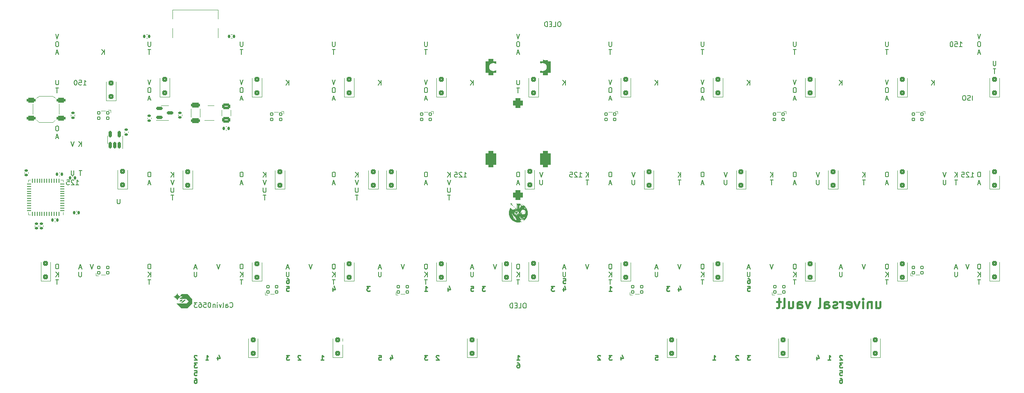
<source format=gbr>
%TF.GenerationSoftware,KiCad,Pcbnew,(7.0.0)*%
%TF.CreationDate,2023-11-20T08:39:55+01:00*%
%TF.ProjectId,universal vault,756e6976-6572-4736-916c-207661756c74,rev?*%
%TF.SameCoordinates,Original*%
%TF.FileFunction,Legend,Bot*%
%TF.FilePolarity,Positive*%
%FSLAX46Y46*%
G04 Gerber Fmt 4.6, Leading zero omitted, Abs format (unit mm)*
G04 Created by KiCad (PCBNEW (7.0.0)) date 2023-11-20 08:39:55*
%MOMM*%
%LPD*%
G01*
G04 APERTURE LIST*
G04 Aperture macros list*
%AMRoundRect*
0 Rectangle with rounded corners*
0 $1 Rounding radius*
0 $2 $3 $4 $5 $6 $7 $8 $9 X,Y pos of 4 corners*
0 Add a 4 corners polygon primitive as box body*
4,1,4,$2,$3,$4,$5,$6,$7,$8,$9,$2,$3,0*
0 Add four circle primitives for the rounded corners*
1,1,$1+$1,$2,$3*
1,1,$1+$1,$4,$5*
1,1,$1+$1,$6,$7*
1,1,$1+$1,$8,$9*
0 Add four rect primitives between the rounded corners*
20,1,$1+$1,$2,$3,$4,$5,0*
20,1,$1+$1,$4,$5,$6,$7,0*
20,1,$1+$1,$6,$7,$8,$9,0*
20,1,$1+$1,$8,$9,$2,$3,0*%
G04 Aperture macros list end*
%ADD10C,0.250000*%
%ADD11C,0.150000*%
%ADD12C,0.400000*%
%ADD13C,0.200000*%
%ADD14C,0.120000*%
%ADD15C,1.750000*%
%ADD16C,3.987800*%
%ADD17C,2.300000*%
%ADD18C,3.048000*%
%ADD19C,1.397000*%
%ADD20C,2.000000*%
%ADD21RoundRect,0.500000X0.500000X-0.500000X0.500000X0.500000X-0.500000X0.500000X-0.500000X-0.500000X0*%
%ADD22RoundRect,0.550000X0.550000X-1.150000X0.550000X1.150000X-0.550000X1.150000X-0.550000X-1.150000X0*%
%ADD23RoundRect,0.250000X0.300000X-0.300000X0.300000X0.300000X-0.300000X0.300000X-0.300000X-0.300000X0*%
%ADD24RoundRect,0.105000X0.245000X0.245000X-0.245000X0.245000X-0.245000X-0.245000X0.245000X-0.245000X0*%
%ADD25RoundRect,0.105000X-0.245000X-0.245000X0.245000X-0.245000X0.245000X0.245000X-0.245000X0.245000X0*%
%ADD26RoundRect,0.140000X-0.170000X0.140000X-0.170000X-0.140000X0.170000X-0.140000X0.170000X0.140000X0*%
%ADD27RoundRect,0.135000X0.185000X-0.135000X0.185000X0.135000X-0.185000X0.135000X-0.185000X-0.135000X0*%
%ADD28RoundRect,0.150000X0.150000X-0.512500X0.150000X0.512500X-0.150000X0.512500X-0.150000X-0.512500X0*%
%ADD29RoundRect,0.140000X-0.140000X-0.170000X0.140000X-0.170000X0.140000X0.170000X-0.140000X0.170000X0*%
%ADD30RoundRect,0.140000X0.170000X-0.140000X0.170000X0.140000X-0.170000X0.140000X-0.170000X-0.140000X0*%
%ADD31RoundRect,0.135000X0.135000X0.185000X-0.135000X0.185000X-0.135000X-0.185000X0.135000X-0.185000X0*%
%ADD32RoundRect,0.140000X0.140000X0.170000X-0.140000X0.170000X-0.140000X-0.170000X0.140000X-0.170000X0*%
%ADD33RoundRect,0.275000X0.625000X0.275000X-0.625000X0.275000X-0.625000X-0.275000X0.625000X-0.275000X0*%
%ADD34RoundRect,0.250000X0.625000X-0.375000X0.625000X0.375000X-0.625000X0.375000X-0.625000X-0.375000X0*%
%ADD35RoundRect,0.150000X-0.512500X-0.150000X0.512500X-0.150000X0.512500X0.150000X-0.512500X0.150000X0*%
%ADD36RoundRect,0.250000X0.700000X-0.275000X0.700000X0.275000X-0.700000X0.275000X-0.700000X-0.275000X0*%
%ADD37RoundRect,0.135000X-0.135000X-0.185000X0.135000X-0.185000X0.135000X0.185000X-0.135000X0.185000X0*%
%ADD38C,0.650000*%
%ADD39R,0.600000X1.450000*%
%ADD40R,0.300000X1.450000*%
%ADD41O,1.000000X1.600000*%
%ADD42O,1.000000X2.100000*%
%ADD43R,0.700000X1.000000*%
%ADD44R,0.700000X0.600000*%
%ADD45RoundRect,0.062500X0.062500X-0.375000X0.062500X0.375000X-0.062500X0.375000X-0.062500X-0.375000X0*%
%ADD46RoundRect,0.062500X0.375000X-0.062500X0.375000X0.062500X-0.375000X0.062500X-0.375000X-0.062500X0*%
%ADD47R,5.600000X5.600000*%
G04 APERTURE END LIST*
D10*
X114061904Y22857620D02*
X114538094Y22857620D01*
X114538094Y22857620D02*
X114585713Y22381429D01*
X114585713Y22381429D02*
X114538094Y22429048D01*
X114538094Y22429048D02*
X114442856Y22476667D01*
X114442856Y22476667D02*
X114204761Y22476667D01*
X114204761Y22476667D02*
X114109523Y22429048D01*
X114109523Y22429048D02*
X114061904Y22381429D01*
X114061904Y22381429D02*
X114014285Y22286191D01*
X114014285Y22286191D02*
X114014285Y22048096D01*
X114014285Y22048096D02*
X114061904Y21952858D01*
X114061904Y21952858D02*
X114109523Y21905239D01*
X114109523Y21905239D02*
X114204761Y21857620D01*
X114204761Y21857620D02*
X114442856Y21857620D01*
X114442856Y21857620D02*
X114538094Y21905239D01*
X114538094Y21905239D02*
X114585713Y21952858D01*
D11*
X104870237Y25823870D02*
X104679761Y25823870D01*
X104679761Y25823870D02*
X104584523Y25776250D01*
X104584523Y25776250D02*
X104489285Y25681012D01*
X104489285Y25681012D02*
X104441666Y25490536D01*
X104441666Y25490536D02*
X104441666Y25157203D01*
X104441666Y25157203D02*
X104489285Y24966727D01*
X104489285Y24966727D02*
X104584523Y24871489D01*
X104584523Y24871489D02*
X104679761Y24823870D01*
X104679761Y24823870D02*
X104870237Y24823870D01*
X104870237Y24823870D02*
X104965475Y24871489D01*
X104965475Y24871489D02*
X105060713Y24966727D01*
X105060713Y24966727D02*
X105108332Y25157203D01*
X105108332Y25157203D02*
X105108332Y25490536D01*
X105108332Y25490536D02*
X105060713Y25681012D01*
X105060713Y25681012D02*
X104965475Y25776250D01*
X104965475Y25776250D02*
X104870237Y25823870D01*
X181260713Y71893870D02*
X181260713Y71084346D01*
X181260713Y71084346D02*
X181213094Y70989108D01*
X181213094Y70989108D02*
X181165475Y70941489D01*
X181165475Y70941489D02*
X181070237Y70893870D01*
X181070237Y70893870D02*
X180879761Y70893870D01*
X180879761Y70893870D02*
X180784523Y70941489D01*
X180784523Y70941489D02*
X180736904Y70989108D01*
X180736904Y70989108D02*
X180689285Y71084346D01*
X180689285Y71084346D02*
X180689285Y71893870D01*
X181260713Y70273870D02*
X180689285Y70273870D01*
X180974999Y69273870D02*
X180974999Y70273870D01*
X9810713Y63956370D02*
X9810713Y63146846D01*
X9810713Y63146846D02*
X9763094Y63051608D01*
X9763094Y63051608D02*
X9715475Y63003989D01*
X9715475Y63003989D02*
X9620237Y62956370D01*
X9620237Y62956370D02*
X9429761Y62956370D01*
X9429761Y62956370D02*
X9334523Y63003989D01*
X9334523Y63003989D02*
X9286904Y63051608D01*
X9286904Y63051608D02*
X9239285Y63146846D01*
X9239285Y63146846D02*
X9239285Y63956370D01*
X9810713Y62336370D02*
X9239285Y62336370D01*
X9524999Y61336370D02*
X9524999Y62336370D01*
X12985713Y45233870D02*
X12985713Y44424346D01*
X12985713Y44424346D02*
X12938094Y44329108D01*
X12938094Y44329108D02*
X12890475Y44281489D01*
X12890475Y44281489D02*
X12795237Y44233870D01*
X12795237Y44233870D02*
X12604761Y44233870D01*
X12604761Y44233870D02*
X12509523Y44281489D01*
X12509523Y44281489D02*
X12461904Y44329108D01*
X12461904Y44329108D02*
X12414285Y44424346D01*
X12414285Y44424346D02*
X12414285Y45233870D01*
D10*
X57483332Y6982620D02*
X56864285Y6982620D01*
X56864285Y6982620D02*
X57197618Y6601667D01*
X57197618Y6601667D02*
X57054761Y6601667D01*
X57054761Y6601667D02*
X56959523Y6554048D01*
X56959523Y6554048D02*
X56911904Y6506429D01*
X56911904Y6506429D02*
X56864285Y6411191D01*
X56864285Y6411191D02*
X56864285Y6173096D01*
X56864285Y6173096D02*
X56911904Y6077858D01*
X56911904Y6077858D02*
X56959523Y6030239D01*
X56959523Y6030239D02*
X57054761Y5982620D01*
X57054761Y5982620D02*
X57340475Y5982620D01*
X57340475Y5982620D02*
X57435713Y6030239D01*
X57435713Y6030239D02*
X57483332Y6077858D01*
D11*
X66960713Y22648870D02*
X66389285Y22648870D01*
X66674999Y21648870D02*
X66674999Y22648870D01*
X157495832Y25823870D02*
X157162499Y24823870D01*
X157162499Y24823870D02*
X156829166Y25823870D01*
X181308332Y63988870D02*
X180974999Y62988870D01*
X180974999Y62988870D02*
X180641666Y63988870D01*
X181070237Y62368870D02*
X180879761Y62368870D01*
X180879761Y62368870D02*
X180784523Y62321250D01*
X180784523Y62321250D02*
X180689285Y62226012D01*
X180689285Y62226012D02*
X180641666Y62035536D01*
X180641666Y62035536D02*
X180641666Y61702203D01*
X180641666Y61702203D02*
X180689285Y61511727D01*
X180689285Y61511727D02*
X180784523Y61416489D01*
X180784523Y61416489D02*
X180879761Y61368870D01*
X180879761Y61368870D02*
X181070237Y61368870D01*
X181070237Y61368870D02*
X181165475Y61416489D01*
X181165475Y61416489D02*
X181260713Y61511727D01*
X181260713Y61511727D02*
X181308332Y61702203D01*
X181308332Y61702203D02*
X181308332Y62035536D01*
X181308332Y62035536D02*
X181260713Y62226012D01*
X181260713Y62226012D02*
X181165475Y62321250D01*
X181165475Y62321250D02*
X181070237Y62368870D01*
X181213094Y60034584D02*
X180736904Y60034584D01*
X181308332Y59748870D02*
X180974999Y60748870D01*
X180974999Y60748870D02*
X180641666Y59748870D01*
X162210713Y22648870D02*
X161639285Y22648870D01*
X161924999Y21648870D02*
X161924999Y22648870D01*
X52649404Y43873870D02*
X52649404Y44873870D01*
X52077976Y43873870D02*
X52506547Y44445298D01*
X52077976Y44873870D02*
X52649404Y44302441D01*
X13366666Y42286370D02*
X13938094Y42286370D01*
X13652380Y42286370D02*
X13652380Y43286370D01*
X13652380Y43286370D02*
X13747618Y43143512D01*
X13747618Y43143512D02*
X13842856Y43048274D01*
X13842856Y43048274D02*
X13938094Y43000655D01*
X12985713Y43191131D02*
X12938094Y43238750D01*
X12938094Y43238750D02*
X12842856Y43286370D01*
X12842856Y43286370D02*
X12604761Y43286370D01*
X12604761Y43286370D02*
X12509523Y43238750D01*
X12509523Y43238750D02*
X12461904Y43191131D01*
X12461904Y43191131D02*
X12414285Y43095893D01*
X12414285Y43095893D02*
X12414285Y43000655D01*
X12414285Y43000655D02*
X12461904Y42857798D01*
X12461904Y42857798D02*
X13033332Y42286370D01*
X13033332Y42286370D02*
X12414285Y42286370D01*
X11509523Y43286370D02*
X11985713Y43286370D01*
X11985713Y43286370D02*
X12033332Y42810179D01*
X12033332Y42810179D02*
X11985713Y42857798D01*
X11985713Y42857798D02*
X11890475Y42905417D01*
X11890475Y42905417D02*
X11652380Y42905417D01*
X11652380Y42905417D02*
X11557142Y42857798D01*
X11557142Y42857798D02*
X11509523Y42810179D01*
X11509523Y42810179D02*
X11461904Y42714941D01*
X11461904Y42714941D02*
X11461904Y42476846D01*
X11461904Y42476846D02*
X11509523Y42381608D01*
X11509523Y42381608D02*
X11557142Y42333989D01*
X11557142Y42333989D02*
X11652380Y42286370D01*
X11652380Y42286370D02*
X11890475Y42286370D01*
X11890475Y42286370D02*
X11985713Y42333989D01*
X11985713Y42333989D02*
X12033332Y42381608D01*
X171735713Y24236370D02*
X171735713Y23426846D01*
X171735713Y23426846D02*
X171688094Y23331608D01*
X171688094Y23331608D02*
X171640475Y23283989D01*
X171640475Y23283989D02*
X171545237Y23236370D01*
X171545237Y23236370D02*
X171354761Y23236370D01*
X171354761Y23236370D02*
X171259523Y23283989D01*
X171259523Y23283989D02*
X171211904Y23331608D01*
X171211904Y23331608D02*
X171164285Y23426846D01*
X171164285Y23426846D02*
X171164285Y24236370D01*
X38338094Y25109584D02*
X37861904Y25109584D01*
X38433332Y24823870D02*
X38099999Y25823870D01*
X38099999Y25823870D02*
X37766666Y24823870D01*
X176498213Y43286370D02*
X175926785Y43286370D01*
X176212499Y42286370D02*
X176212499Y43286370D01*
D10*
X152209523Y22857620D02*
X152399999Y22857620D01*
X152399999Y22857620D02*
X152495237Y22810000D01*
X152495237Y22810000D02*
X152542856Y22762381D01*
X152542856Y22762381D02*
X152638094Y22619524D01*
X152638094Y22619524D02*
X152685713Y22429048D01*
X152685713Y22429048D02*
X152685713Y22048096D01*
X152685713Y22048096D02*
X152638094Y21952858D01*
X152638094Y21952858D02*
X152590475Y21905239D01*
X152590475Y21905239D02*
X152495237Y21857620D01*
X152495237Y21857620D02*
X152304761Y21857620D01*
X152304761Y21857620D02*
X152209523Y21905239D01*
X152209523Y21905239D02*
X152161904Y21952858D01*
X152161904Y21952858D02*
X152114285Y22048096D01*
X152114285Y22048096D02*
X152114285Y22286191D01*
X152114285Y22286191D02*
X152161904Y22381429D01*
X152161904Y22381429D02*
X152209523Y22429048D01*
X152209523Y22429048D02*
X152304761Y22476667D01*
X152304761Y22476667D02*
X152495237Y22476667D01*
X152495237Y22476667D02*
X152590475Y22429048D01*
X152590475Y22429048D02*
X152638094Y22381429D01*
X152638094Y22381429D02*
X152685713Y22286191D01*
X171259523Y2220120D02*
X171449999Y2220120D01*
X171449999Y2220120D02*
X171545237Y2172500D01*
X171545237Y2172500D02*
X171592856Y2124881D01*
X171592856Y2124881D02*
X171688094Y1982024D01*
X171688094Y1982024D02*
X171735713Y1791548D01*
X171735713Y1791548D02*
X171735713Y1410596D01*
X171735713Y1410596D02*
X171688094Y1315358D01*
X171688094Y1315358D02*
X171640475Y1267739D01*
X171640475Y1267739D02*
X171545237Y1220120D01*
X171545237Y1220120D02*
X171354761Y1220120D01*
X171354761Y1220120D02*
X171259523Y1267739D01*
X171259523Y1267739D02*
X171211904Y1315358D01*
X171211904Y1315358D02*
X171164285Y1410596D01*
X171164285Y1410596D02*
X171164285Y1648691D01*
X171164285Y1648691D02*
X171211904Y1743929D01*
X171211904Y1743929D02*
X171259523Y1791548D01*
X171259523Y1791548D02*
X171354761Y1839167D01*
X171354761Y1839167D02*
X171545237Y1839167D01*
X171545237Y1839167D02*
X171640475Y1791548D01*
X171640475Y1791548D02*
X171688094Y1743929D01*
X171688094Y1743929D02*
X171735713Y1648691D01*
D11*
X81295832Y25823870D02*
X80962499Y24823870D01*
X80962499Y24823870D02*
X80629166Y25823870D01*
X28670237Y25856370D02*
X28479761Y25856370D01*
X28479761Y25856370D02*
X28384523Y25808750D01*
X28384523Y25808750D02*
X28289285Y25713512D01*
X28289285Y25713512D02*
X28241666Y25523036D01*
X28241666Y25523036D02*
X28241666Y25189703D01*
X28241666Y25189703D02*
X28289285Y24999227D01*
X28289285Y24999227D02*
X28384523Y24903989D01*
X28384523Y24903989D02*
X28479761Y24856370D01*
X28479761Y24856370D02*
X28670237Y24856370D01*
X28670237Y24856370D02*
X28765475Y24903989D01*
X28765475Y24903989D02*
X28860713Y24999227D01*
X28860713Y24999227D02*
X28908332Y25189703D01*
X28908332Y25189703D02*
X28908332Y25523036D01*
X28908332Y25523036D02*
X28860713Y25713512D01*
X28860713Y25713512D02*
X28765475Y25808750D01*
X28765475Y25808750D02*
X28670237Y25856370D01*
X28836904Y23236370D02*
X28836904Y24236370D01*
X28265476Y23236370D02*
X28694047Y23807798D01*
X28265476Y24236370D02*
X28836904Y23664941D01*
X52673213Y41698870D02*
X52673213Y40889346D01*
X52673213Y40889346D02*
X52625594Y40794108D01*
X52625594Y40794108D02*
X52577975Y40746489D01*
X52577975Y40746489D02*
X52482737Y40698870D01*
X52482737Y40698870D02*
X52292261Y40698870D01*
X52292261Y40698870D02*
X52197023Y40746489D01*
X52197023Y40746489D02*
X52149404Y40794108D01*
X52149404Y40794108D02*
X52101785Y40889346D01*
X52101785Y40889346D02*
X52101785Y41698870D01*
X19311904Y69273870D02*
X19311904Y70273870D01*
X18740476Y69273870D02*
X19169047Y69845298D01*
X18740476Y70273870D02*
X19311904Y69702441D01*
D10*
X88391963Y6887381D02*
X88344344Y6935000D01*
X88344344Y6935000D02*
X88249106Y6982620D01*
X88249106Y6982620D02*
X88011011Y6982620D01*
X88011011Y6982620D02*
X87915773Y6935000D01*
X87915773Y6935000D02*
X87868154Y6887381D01*
X87868154Y6887381D02*
X87820535Y6792143D01*
X87820535Y6792143D02*
X87820535Y6696905D01*
X87820535Y6696905D02*
X87868154Y6554048D01*
X87868154Y6554048D02*
X88439582Y5982620D01*
X88439582Y5982620D02*
X87820535Y5982620D01*
X37861904Y3807620D02*
X38338094Y3807620D01*
X38338094Y3807620D02*
X38385713Y3331429D01*
X38385713Y3331429D02*
X38338094Y3379048D01*
X38338094Y3379048D02*
X38242856Y3426667D01*
X38242856Y3426667D02*
X38004761Y3426667D01*
X38004761Y3426667D02*
X37909523Y3379048D01*
X37909523Y3379048D02*
X37861904Y3331429D01*
X37861904Y3331429D02*
X37814285Y3236191D01*
X37814285Y3236191D02*
X37814285Y2998096D01*
X37814285Y2998096D02*
X37861904Y2902858D01*
X37861904Y2902858D02*
X37909523Y2855239D01*
X37909523Y2855239D02*
X38004761Y2807620D01*
X38004761Y2807620D02*
X38242856Y2807620D01*
X38242856Y2807620D02*
X38338094Y2855239D01*
X38338094Y2855239D02*
X38385713Y2902858D01*
D11*
X166973213Y43286370D02*
X166973213Y42476846D01*
X166973213Y42476846D02*
X166925594Y42381608D01*
X166925594Y42381608D02*
X166877975Y42333989D01*
X166877975Y42333989D02*
X166782737Y42286370D01*
X166782737Y42286370D02*
X166592261Y42286370D01*
X166592261Y42286370D02*
X166497023Y42333989D01*
X166497023Y42333989D02*
X166449404Y42381608D01*
X166449404Y42381608D02*
X166401785Y42476846D01*
X166401785Y42476846D02*
X166401785Y43286370D01*
X104870237Y44906370D02*
X104679761Y44906370D01*
X104679761Y44906370D02*
X104584523Y44858750D01*
X104584523Y44858750D02*
X104489285Y44763512D01*
X104489285Y44763512D02*
X104441666Y44573036D01*
X104441666Y44573036D02*
X104441666Y44239703D01*
X104441666Y44239703D02*
X104489285Y44049227D01*
X104489285Y44049227D02*
X104584523Y43953989D01*
X104584523Y43953989D02*
X104679761Y43906370D01*
X104679761Y43906370D02*
X104870237Y43906370D01*
X104870237Y43906370D02*
X104965475Y43953989D01*
X104965475Y43953989D02*
X105060713Y44049227D01*
X105060713Y44049227D02*
X105108332Y44239703D01*
X105108332Y44239703D02*
X105108332Y44573036D01*
X105108332Y44573036D02*
X105060713Y44763512D01*
X105060713Y44763512D02*
X104965475Y44858750D01*
X104965475Y44858750D02*
X104870237Y44906370D01*
X105013094Y42572084D02*
X104536904Y42572084D01*
X105108332Y42286370D02*
X104774999Y43286370D01*
X104774999Y43286370D02*
X104441666Y42286370D01*
X109823213Y43286370D02*
X109823213Y42476846D01*
X109823213Y42476846D02*
X109775594Y42381608D01*
X109775594Y42381608D02*
X109727975Y42333989D01*
X109727975Y42333989D02*
X109632737Y42286370D01*
X109632737Y42286370D02*
X109442261Y42286370D01*
X109442261Y42286370D02*
X109347023Y42333989D01*
X109347023Y42333989D02*
X109299404Y42381608D01*
X109299404Y42381608D02*
X109251785Y42476846D01*
X109251785Y42476846D02*
X109251785Y43286370D01*
X181070237Y25823870D02*
X180879761Y25823870D01*
X180879761Y25823870D02*
X180784523Y25776250D01*
X180784523Y25776250D02*
X180689285Y25681012D01*
X180689285Y25681012D02*
X180641666Y25490536D01*
X180641666Y25490536D02*
X180641666Y25157203D01*
X180641666Y25157203D02*
X180689285Y24966727D01*
X180689285Y24966727D02*
X180784523Y24871489D01*
X180784523Y24871489D02*
X180879761Y24823870D01*
X180879761Y24823870D02*
X181070237Y24823870D01*
X181070237Y24823870D02*
X181165475Y24871489D01*
X181165475Y24871489D02*
X181260713Y24966727D01*
X181260713Y24966727D02*
X181308332Y25157203D01*
X181308332Y25157203D02*
X181308332Y25490536D01*
X181308332Y25490536D02*
X181260713Y25681012D01*
X181260713Y25681012D02*
X181165475Y25776250D01*
X181165475Y25776250D02*
X181070237Y25823870D01*
D10*
X90297023Y20936786D02*
X90297023Y20270120D01*
X90535118Y21317739D02*
X90773213Y20603453D01*
X90773213Y20603453D02*
X90154166Y20603453D01*
X124158332Y6982620D02*
X123539285Y6982620D01*
X123539285Y6982620D02*
X123872618Y6601667D01*
X123872618Y6601667D02*
X123729761Y6601667D01*
X123729761Y6601667D02*
X123634523Y6554048D01*
X123634523Y6554048D02*
X123586904Y6506429D01*
X123586904Y6506429D02*
X123539285Y6411191D01*
X123539285Y6411191D02*
X123539285Y6173096D01*
X123539285Y6173096D02*
X123586904Y6077858D01*
X123586904Y6077858D02*
X123634523Y6030239D01*
X123634523Y6030239D02*
X123729761Y5982620D01*
X123729761Y5982620D02*
X124015475Y5982620D01*
X124015475Y5982620D02*
X124110713Y6030239D01*
X124110713Y6030239D02*
X124158332Y6077858D01*
D11*
X9620237Y54431370D02*
X9429761Y54431370D01*
X9429761Y54431370D02*
X9334523Y54383750D01*
X9334523Y54383750D02*
X9239285Y54288512D01*
X9239285Y54288512D02*
X9191666Y54098036D01*
X9191666Y54098036D02*
X9191666Y53764703D01*
X9191666Y53764703D02*
X9239285Y53574227D01*
X9239285Y53574227D02*
X9334523Y53478989D01*
X9334523Y53478989D02*
X9429761Y53431370D01*
X9429761Y53431370D02*
X9620237Y53431370D01*
X9620237Y53431370D02*
X9715475Y53478989D01*
X9715475Y53478989D02*
X9810713Y53574227D01*
X9810713Y53574227D02*
X9858332Y53764703D01*
X9858332Y53764703D02*
X9858332Y54098036D01*
X9858332Y54098036D02*
X9810713Y54288512D01*
X9810713Y54288512D02*
X9715475Y54383750D01*
X9715475Y54383750D02*
X9620237Y54431370D01*
X9763094Y52097084D02*
X9286904Y52097084D01*
X9858332Y51811370D02*
X9524999Y52811370D01*
X9524999Y52811370D02*
X9191666Y51811370D01*
X90773213Y40111370D02*
X90201785Y40111370D01*
X90487499Y39111370D02*
X90487499Y40111370D01*
X33670832Y43286370D02*
X33337499Y42286370D01*
X33337499Y42286370D02*
X33004166Y43286370D01*
X47720237Y25856370D02*
X47529761Y25856370D01*
X47529761Y25856370D02*
X47434523Y25808750D01*
X47434523Y25808750D02*
X47339285Y25713512D01*
X47339285Y25713512D02*
X47291666Y25523036D01*
X47291666Y25523036D02*
X47291666Y25189703D01*
X47291666Y25189703D02*
X47339285Y24999227D01*
X47339285Y24999227D02*
X47434523Y24903989D01*
X47434523Y24903989D02*
X47529761Y24856370D01*
X47529761Y24856370D02*
X47720237Y24856370D01*
X47720237Y24856370D02*
X47815475Y24903989D01*
X47815475Y24903989D02*
X47910713Y24999227D01*
X47910713Y24999227D02*
X47958332Y25189703D01*
X47958332Y25189703D02*
X47958332Y25523036D01*
X47958332Y25523036D02*
X47910713Y25713512D01*
X47910713Y25713512D02*
X47815475Y25808750D01*
X47815475Y25808750D02*
X47720237Y25856370D01*
X47886904Y23236370D02*
X47886904Y24236370D01*
X47315476Y23236370D02*
X47744047Y23807798D01*
X47315476Y24236370D02*
X47886904Y23664941D01*
D10*
X75961904Y6982620D02*
X76438094Y6982620D01*
X76438094Y6982620D02*
X76485713Y6506429D01*
X76485713Y6506429D02*
X76438094Y6554048D01*
X76438094Y6554048D02*
X76342856Y6601667D01*
X76342856Y6601667D02*
X76104761Y6601667D01*
X76104761Y6601667D02*
X76009523Y6554048D01*
X76009523Y6554048D02*
X75961904Y6506429D01*
X75961904Y6506429D02*
X75914285Y6411191D01*
X75914285Y6411191D02*
X75914285Y6173096D01*
X75914285Y6173096D02*
X75961904Y6077858D01*
X75961904Y6077858D02*
X76009523Y6030239D01*
X76009523Y6030239D02*
X76104761Y5982620D01*
X76104761Y5982620D02*
X76342856Y5982620D01*
X76342856Y5982620D02*
X76438094Y6030239D01*
X76438094Y6030239D02*
X76485713Y6077858D01*
D11*
X124110713Y71893870D02*
X124110713Y71084346D01*
X124110713Y71084346D02*
X124063094Y70989108D01*
X124063094Y70989108D02*
X124015475Y70941489D01*
X124015475Y70941489D02*
X123920237Y70893870D01*
X123920237Y70893870D02*
X123729761Y70893870D01*
X123729761Y70893870D02*
X123634523Y70941489D01*
X123634523Y70941489D02*
X123586904Y70989108D01*
X123586904Y70989108D02*
X123539285Y71084346D01*
X123539285Y71084346D02*
X123539285Y71893870D01*
X124110713Y70273870D02*
X123539285Y70273870D01*
X123824999Y69273870D02*
X123824999Y70273870D01*
D12*
X178763988Y18061072D02*
X178763988Y16727739D01*
X179621131Y18061072D02*
X179621131Y17013453D01*
X179621131Y17013453D02*
X179525893Y16822977D01*
X179525893Y16822977D02*
X179335417Y16727739D01*
X179335417Y16727739D02*
X179049702Y16727739D01*
X179049702Y16727739D02*
X178859226Y16822977D01*
X178859226Y16822977D02*
X178763988Y16918215D01*
X177811607Y18061072D02*
X177811607Y16727739D01*
X177811607Y17870596D02*
X177716369Y17965834D01*
X177716369Y17965834D02*
X177525893Y18061072D01*
X177525893Y18061072D02*
X177240178Y18061072D01*
X177240178Y18061072D02*
X177049702Y17965834D01*
X177049702Y17965834D02*
X176954464Y17775358D01*
X176954464Y17775358D02*
X176954464Y16727739D01*
X176002083Y16727739D02*
X176002083Y18061072D01*
X176002083Y18727739D02*
X176097321Y18632500D01*
X176097321Y18632500D02*
X176002083Y18537262D01*
X176002083Y18537262D02*
X175906845Y18632500D01*
X175906845Y18632500D02*
X176002083Y18727739D01*
X176002083Y18727739D02*
X176002083Y18537262D01*
X175240178Y18061072D02*
X174763988Y16727739D01*
X174763988Y16727739D02*
X174287797Y18061072D01*
X172763987Y16822977D02*
X172954463Y16727739D01*
X172954463Y16727739D02*
X173335416Y16727739D01*
X173335416Y16727739D02*
X173525892Y16822977D01*
X173525892Y16822977D02*
X173621130Y17013453D01*
X173621130Y17013453D02*
X173621130Y17775358D01*
X173621130Y17775358D02*
X173525892Y17965834D01*
X173525892Y17965834D02*
X173335416Y18061072D01*
X173335416Y18061072D02*
X172954463Y18061072D01*
X172954463Y18061072D02*
X172763987Y17965834D01*
X172763987Y17965834D02*
X172668749Y17775358D01*
X172668749Y17775358D02*
X172668749Y17584881D01*
X172668749Y17584881D02*
X173621130Y17394405D01*
X171811606Y16727739D02*
X171811606Y18061072D01*
X171811606Y17680120D02*
X171716368Y17870596D01*
X171716368Y17870596D02*
X171621130Y17965834D01*
X171621130Y17965834D02*
X171430654Y18061072D01*
X171430654Y18061072D02*
X171240177Y18061072D01*
X170668749Y16822977D02*
X170478273Y16727739D01*
X170478273Y16727739D02*
X170097321Y16727739D01*
X170097321Y16727739D02*
X169906844Y16822977D01*
X169906844Y16822977D02*
X169811606Y17013453D01*
X169811606Y17013453D02*
X169811606Y17108691D01*
X169811606Y17108691D02*
X169906844Y17299167D01*
X169906844Y17299167D02*
X170097321Y17394405D01*
X170097321Y17394405D02*
X170383035Y17394405D01*
X170383035Y17394405D02*
X170573511Y17489643D01*
X170573511Y17489643D02*
X170668749Y17680120D01*
X170668749Y17680120D02*
X170668749Y17775358D01*
X170668749Y17775358D02*
X170573511Y17965834D01*
X170573511Y17965834D02*
X170383035Y18061072D01*
X170383035Y18061072D02*
X170097321Y18061072D01*
X170097321Y18061072D02*
X169906844Y17965834D01*
X168097320Y16727739D02*
X168097320Y17775358D01*
X168097320Y17775358D02*
X168192558Y17965834D01*
X168192558Y17965834D02*
X168383034Y18061072D01*
X168383034Y18061072D02*
X168763987Y18061072D01*
X168763987Y18061072D02*
X168954463Y17965834D01*
X168097320Y16822977D02*
X168287796Y16727739D01*
X168287796Y16727739D02*
X168763987Y16727739D01*
X168763987Y16727739D02*
X168954463Y16822977D01*
X168954463Y16822977D02*
X169049701Y17013453D01*
X169049701Y17013453D02*
X169049701Y17203929D01*
X169049701Y17203929D02*
X168954463Y17394405D01*
X168954463Y17394405D02*
X168763987Y17489643D01*
X168763987Y17489643D02*
X168287796Y17489643D01*
X168287796Y17489643D02*
X168097320Y17584881D01*
X166859225Y16727739D02*
X167049701Y16822977D01*
X167049701Y16822977D02*
X167144939Y17013453D01*
X167144939Y17013453D02*
X167144939Y18727739D01*
X165087796Y18061072D02*
X164611606Y16727739D01*
X164611606Y16727739D02*
X164135415Y18061072D01*
X162516367Y16727739D02*
X162516367Y17775358D01*
X162516367Y17775358D02*
X162611605Y17965834D01*
X162611605Y17965834D02*
X162802081Y18061072D01*
X162802081Y18061072D02*
X163183034Y18061072D01*
X163183034Y18061072D02*
X163373510Y17965834D01*
X162516367Y16822977D02*
X162706843Y16727739D01*
X162706843Y16727739D02*
X163183034Y16727739D01*
X163183034Y16727739D02*
X163373510Y16822977D01*
X163373510Y16822977D02*
X163468748Y17013453D01*
X163468748Y17013453D02*
X163468748Y17203929D01*
X163468748Y17203929D02*
X163373510Y17394405D01*
X163373510Y17394405D02*
X163183034Y17489643D01*
X163183034Y17489643D02*
X162706843Y17489643D01*
X162706843Y17489643D02*
X162516367Y17584881D01*
X160706843Y18061072D02*
X160706843Y16727739D01*
X161563986Y18061072D02*
X161563986Y17013453D01*
X161563986Y17013453D02*
X161468748Y16822977D01*
X161468748Y16822977D02*
X161278272Y16727739D01*
X161278272Y16727739D02*
X160992557Y16727739D01*
X160992557Y16727739D02*
X160802081Y16822977D01*
X160802081Y16822977D02*
X160706843Y16918215D01*
X159468748Y16727739D02*
X159659224Y16822977D01*
X159659224Y16822977D02*
X159754462Y17013453D01*
X159754462Y17013453D02*
X159754462Y18727739D01*
X158992557Y18061072D02*
X158230653Y18061072D01*
X158706843Y18727739D02*
X158706843Y17013453D01*
X158706843Y17013453D02*
X158611605Y16822977D01*
X158611605Y16822977D02*
X158421129Y16727739D01*
X158421129Y16727739D02*
X158230653Y16727739D01*
D11*
X198643749Y59748870D02*
X198643749Y60748870D01*
X198215178Y59796489D02*
X198072321Y59748870D01*
X198072321Y59748870D02*
X197834226Y59748870D01*
X197834226Y59748870D02*
X197738988Y59796489D01*
X197738988Y59796489D02*
X197691369Y59844108D01*
X197691369Y59844108D02*
X197643750Y59939346D01*
X197643750Y59939346D02*
X197643750Y60034584D01*
X197643750Y60034584D02*
X197691369Y60129822D01*
X197691369Y60129822D02*
X197738988Y60177441D01*
X197738988Y60177441D02*
X197834226Y60225060D01*
X197834226Y60225060D02*
X198024702Y60272679D01*
X198024702Y60272679D02*
X198119940Y60320298D01*
X198119940Y60320298D02*
X198167559Y60367917D01*
X198167559Y60367917D02*
X198215178Y60463155D01*
X198215178Y60463155D02*
X198215178Y60558393D01*
X198215178Y60558393D02*
X198167559Y60653631D01*
X198167559Y60653631D02*
X198119940Y60701250D01*
X198119940Y60701250D02*
X198024702Y60748870D01*
X198024702Y60748870D02*
X197786607Y60748870D01*
X197786607Y60748870D02*
X197643750Y60701250D01*
X197024702Y60748870D02*
X196834226Y60748870D01*
X196834226Y60748870D02*
X196738988Y60701250D01*
X196738988Y60701250D02*
X196643750Y60606012D01*
X196643750Y60606012D02*
X196596131Y60415536D01*
X196596131Y60415536D02*
X196596131Y60082203D01*
X196596131Y60082203D02*
X196643750Y59891727D01*
X196643750Y59891727D02*
X196738988Y59796489D01*
X196738988Y59796489D02*
X196834226Y59748870D01*
X196834226Y59748870D02*
X197024702Y59748870D01*
X197024702Y59748870D02*
X197119940Y59796489D01*
X197119940Y59796489D02*
X197215178Y59891727D01*
X197215178Y59891727D02*
X197262797Y60082203D01*
X197262797Y60082203D02*
X197262797Y60415536D01*
X197262797Y60415536D02*
X197215178Y60606012D01*
X197215178Y60606012D02*
X197119940Y60701250D01*
X197119940Y60701250D02*
X197024702Y60748870D01*
X200120237Y25823870D02*
X199929761Y25823870D01*
X199929761Y25823870D02*
X199834523Y25776250D01*
X199834523Y25776250D02*
X199739285Y25681012D01*
X199739285Y25681012D02*
X199691666Y25490536D01*
X199691666Y25490536D02*
X199691666Y25157203D01*
X199691666Y25157203D02*
X199739285Y24966727D01*
X199739285Y24966727D02*
X199834523Y24871489D01*
X199834523Y24871489D02*
X199929761Y24823870D01*
X199929761Y24823870D02*
X200120237Y24823870D01*
X200120237Y24823870D02*
X200215475Y24871489D01*
X200215475Y24871489D02*
X200310713Y24966727D01*
X200310713Y24966727D02*
X200358332Y25157203D01*
X200358332Y25157203D02*
X200358332Y25490536D01*
X200358332Y25490536D02*
X200310713Y25681012D01*
X200310713Y25681012D02*
X200215475Y25776250D01*
X200215475Y25776250D02*
X200120237Y25823870D01*
X114585713Y24236370D02*
X114585713Y23426846D01*
X114585713Y23426846D02*
X114538094Y23331608D01*
X114538094Y23331608D02*
X114490475Y23283989D01*
X114490475Y23283989D02*
X114395237Y23236370D01*
X114395237Y23236370D02*
X114204761Y23236370D01*
X114204761Y23236370D02*
X114109523Y23283989D01*
X114109523Y23283989D02*
X114061904Y23331608D01*
X114061904Y23331608D02*
X114014285Y23426846D01*
X114014285Y23426846D02*
X114014285Y24236370D01*
D10*
X121729463Y6887381D02*
X121681844Y6935000D01*
X121681844Y6935000D02*
X121586606Y6982620D01*
X121586606Y6982620D02*
X121348511Y6982620D01*
X121348511Y6982620D02*
X121253273Y6935000D01*
X121253273Y6935000D02*
X121205654Y6887381D01*
X121205654Y6887381D02*
X121158035Y6792143D01*
X121158035Y6792143D02*
X121158035Y6696905D01*
X121158035Y6696905D02*
X121205654Y6554048D01*
X121205654Y6554048D02*
X121777082Y5982620D01*
X121777082Y5982620D02*
X121158035Y5982620D01*
D11*
X52720832Y43286370D02*
X52387499Y42286370D01*
X52387499Y42286370D02*
X52054166Y43286370D01*
D10*
X37909523Y2220120D02*
X38099999Y2220120D01*
X38099999Y2220120D02*
X38195237Y2172500D01*
X38195237Y2172500D02*
X38242856Y2124881D01*
X38242856Y2124881D02*
X38338094Y1982024D01*
X38338094Y1982024D02*
X38385713Y1791548D01*
X38385713Y1791548D02*
X38385713Y1410596D01*
X38385713Y1410596D02*
X38338094Y1315358D01*
X38338094Y1315358D02*
X38290475Y1267739D01*
X38290475Y1267739D02*
X38195237Y1220120D01*
X38195237Y1220120D02*
X38004761Y1220120D01*
X38004761Y1220120D02*
X37909523Y1267739D01*
X37909523Y1267739D02*
X37861904Y1315358D01*
X37861904Y1315358D02*
X37814285Y1410596D01*
X37814285Y1410596D02*
X37814285Y1648691D01*
X37814285Y1648691D02*
X37861904Y1743929D01*
X37861904Y1743929D02*
X37909523Y1791548D01*
X37909523Y1791548D02*
X38004761Y1839167D01*
X38004761Y1839167D02*
X38195237Y1839167D01*
X38195237Y1839167D02*
X38290475Y1791548D01*
X38290475Y1791548D02*
X38338094Y1743929D01*
X38338094Y1743929D02*
X38385713Y1648691D01*
D11*
X193214582Y44873870D02*
X192881249Y43873870D01*
X192881249Y43873870D02*
X192547916Y44873870D01*
X13033332Y51223870D02*
X12699999Y50223870D01*
X12699999Y50223870D02*
X12366666Y51223870D01*
X90820832Y43286370D02*
X90487499Y42286370D01*
X90487499Y42286370D02*
X90154166Y43286370D01*
D10*
X74152082Y21270120D02*
X73533035Y21270120D01*
X73533035Y21270120D02*
X73866368Y20889167D01*
X73866368Y20889167D02*
X73723511Y20889167D01*
X73723511Y20889167D02*
X73628273Y20841548D01*
X73628273Y20841548D02*
X73580654Y20793929D01*
X73580654Y20793929D02*
X73533035Y20698691D01*
X73533035Y20698691D02*
X73533035Y20460596D01*
X73533035Y20460596D02*
X73580654Y20365358D01*
X73580654Y20365358D02*
X73628273Y20317739D01*
X73628273Y20317739D02*
X73723511Y20270120D01*
X73723511Y20270120D02*
X74009225Y20270120D01*
X74009225Y20270120D02*
X74104463Y20317739D01*
X74104463Y20317739D02*
X74152082Y20365358D01*
X78390773Y6649286D02*
X78390773Y5982620D01*
X78628868Y7030239D02*
X78866963Y6315953D01*
X78866963Y6315953D02*
X78247916Y6315953D01*
D11*
X14573213Y24236370D02*
X14573213Y23426846D01*
X14573213Y23426846D02*
X14525594Y23331608D01*
X14525594Y23331608D02*
X14477975Y23283989D01*
X14477975Y23283989D02*
X14382737Y23236370D01*
X14382737Y23236370D02*
X14192261Y23236370D01*
X14192261Y23236370D02*
X14097023Y23283989D01*
X14097023Y23283989D02*
X14049404Y23331608D01*
X14049404Y23331608D02*
X14001785Y23426846D01*
X14001785Y23426846D02*
X14001785Y24236370D01*
X22510713Y39317620D02*
X22510713Y38508096D01*
X22510713Y38508096D02*
X22463094Y38412858D01*
X22463094Y38412858D02*
X22415475Y38365239D01*
X22415475Y38365239D02*
X22320237Y38317620D01*
X22320237Y38317620D02*
X22129761Y38317620D01*
X22129761Y38317620D02*
X22034523Y38365239D01*
X22034523Y38365239D02*
X21986904Y38412858D01*
X21986904Y38412858D02*
X21939285Y38508096D01*
X21939285Y38508096D02*
X21939285Y39317620D01*
X14954166Y62923870D02*
X15525594Y62923870D01*
X15239880Y62923870D02*
X15239880Y63923870D01*
X15239880Y63923870D02*
X15335118Y63781012D01*
X15335118Y63781012D02*
X15430356Y63685774D01*
X15430356Y63685774D02*
X15525594Y63638155D01*
X14049404Y63923870D02*
X14525594Y63923870D01*
X14525594Y63923870D02*
X14573213Y63447679D01*
X14573213Y63447679D02*
X14525594Y63495298D01*
X14525594Y63495298D02*
X14430356Y63542917D01*
X14430356Y63542917D02*
X14192261Y63542917D01*
X14192261Y63542917D02*
X14097023Y63495298D01*
X14097023Y63495298D02*
X14049404Y63447679D01*
X14049404Y63447679D02*
X14001785Y63352441D01*
X14001785Y63352441D02*
X14001785Y63114346D01*
X14001785Y63114346D02*
X14049404Y63019108D01*
X14049404Y63019108D02*
X14097023Y62971489D01*
X14097023Y62971489D02*
X14192261Y62923870D01*
X14192261Y62923870D02*
X14430356Y62923870D01*
X14430356Y62923870D02*
X14525594Y62971489D01*
X14525594Y62971489D02*
X14573213Y63019108D01*
X13382737Y63923870D02*
X13287499Y63923870D01*
X13287499Y63923870D02*
X13192261Y63876250D01*
X13192261Y63876250D02*
X13144642Y63828631D01*
X13144642Y63828631D02*
X13097023Y63733393D01*
X13097023Y63733393D02*
X13049404Y63542917D01*
X13049404Y63542917D02*
X13049404Y63304822D01*
X13049404Y63304822D02*
X13097023Y63114346D01*
X13097023Y63114346D02*
X13144642Y63019108D01*
X13144642Y63019108D02*
X13192261Y62971489D01*
X13192261Y62971489D02*
X13287499Y62923870D01*
X13287499Y62923870D02*
X13382737Y62923870D01*
X13382737Y62923870D02*
X13477975Y62971489D01*
X13477975Y62971489D02*
X13525594Y63019108D01*
X13525594Y63019108D02*
X13573213Y63114346D01*
X13573213Y63114346D02*
X13620832Y63304822D01*
X13620832Y63304822D02*
X13620832Y63542917D01*
X13620832Y63542917D02*
X13573213Y63733393D01*
X13573213Y63733393D02*
X13525594Y63828631D01*
X13525594Y63828631D02*
X13477975Y63876250D01*
X13477975Y63876250D02*
X13382737Y63923870D01*
X95535713Y24236370D02*
X95535713Y23426846D01*
X95535713Y23426846D02*
X95488094Y23331608D01*
X95488094Y23331608D02*
X95440475Y23283989D01*
X95440475Y23283989D02*
X95345237Y23236370D01*
X95345237Y23236370D02*
X95154761Y23236370D01*
X95154761Y23236370D02*
X95059523Y23283989D01*
X95059523Y23283989D02*
X95011904Y23331608D01*
X95011904Y23331608D02*
X94964285Y23426846D01*
X94964285Y23426846D02*
X94964285Y24236370D01*
D10*
X42672023Y6649286D02*
X42672023Y5982620D01*
X42910118Y7030239D02*
X43148213Y6315953D01*
X43148213Y6315953D02*
X42529166Y6315953D01*
X137922023Y20936786D02*
X137922023Y20270120D01*
X138160118Y21317739D02*
X138398213Y20603453D01*
X138398213Y20603453D02*
X137779166Y20603453D01*
D11*
X152685713Y24236370D02*
X152685713Y23426846D01*
X152685713Y23426846D02*
X152638094Y23331608D01*
X152638094Y23331608D02*
X152590475Y23283989D01*
X152590475Y23283989D02*
X152495237Y23236370D01*
X152495237Y23236370D02*
X152304761Y23236370D01*
X152304761Y23236370D02*
X152209523Y23283989D01*
X152209523Y23283989D02*
X152161904Y23331608D01*
X152161904Y23331608D02*
X152114285Y23426846D01*
X152114285Y23426846D02*
X152114285Y24236370D01*
D10*
X85439285Y20270120D02*
X86010713Y20270120D01*
X85724999Y20270120D02*
X85724999Y21270120D01*
X85724999Y21270120D02*
X85820237Y21127262D01*
X85820237Y21127262D02*
X85915475Y21032024D01*
X85915475Y21032024D02*
X86010713Y20984405D01*
D11*
X47910713Y22648870D02*
X47339285Y22648870D01*
X47624999Y21648870D02*
X47624999Y22648870D01*
X133611904Y62923870D02*
X133611904Y63923870D01*
X133040476Y62923870D02*
X133469047Y63495298D01*
X133040476Y63923870D02*
X133611904Y63352441D01*
X52673213Y40111370D02*
X52101785Y40111370D01*
X52387499Y39111370D02*
X52387499Y40111370D01*
D10*
X59816963Y6887381D02*
X59769344Y6935000D01*
X59769344Y6935000D02*
X59674106Y6982620D01*
X59674106Y6982620D02*
X59436011Y6982620D01*
X59436011Y6982620D02*
X59340773Y6935000D01*
X59340773Y6935000D02*
X59293154Y6887381D01*
X59293154Y6887381D02*
X59245535Y6792143D01*
X59245535Y6792143D02*
X59245535Y6696905D01*
X59245535Y6696905D02*
X59293154Y6554048D01*
X59293154Y6554048D02*
X59864582Y5982620D01*
X59864582Y5982620D02*
X59245535Y5982620D01*
D11*
X14549404Y50223870D02*
X14549404Y51223870D01*
X13977976Y50223870D02*
X14406547Y50795298D01*
X13977976Y51223870D02*
X14549404Y50652441D01*
X104870237Y25856370D02*
X104679761Y25856370D01*
X104679761Y25856370D02*
X104584523Y25808750D01*
X104584523Y25808750D02*
X104489285Y25713512D01*
X104489285Y25713512D02*
X104441666Y25523036D01*
X104441666Y25523036D02*
X104441666Y25189703D01*
X104441666Y25189703D02*
X104489285Y24999227D01*
X104489285Y24999227D02*
X104584523Y24903989D01*
X104584523Y24903989D02*
X104679761Y24856370D01*
X104679761Y24856370D02*
X104870237Y24856370D01*
X104870237Y24856370D02*
X104965475Y24903989D01*
X104965475Y24903989D02*
X105060713Y24999227D01*
X105060713Y24999227D02*
X105108332Y25189703D01*
X105108332Y25189703D02*
X105108332Y25523036D01*
X105108332Y25523036D02*
X105060713Y25713512D01*
X105060713Y25713512D02*
X104965475Y25808750D01*
X104965475Y25808750D02*
X104870237Y25856370D01*
X105036904Y23236370D02*
X105036904Y24236370D01*
X104465476Y23236370D02*
X104894047Y23807798D01*
X104465476Y24236370D02*
X105036904Y23664941D01*
X28860713Y22648870D02*
X28289285Y22648870D01*
X28574999Y21648870D02*
X28574999Y22648870D01*
D10*
X171211904Y3807620D02*
X171688094Y3807620D01*
X171688094Y3807620D02*
X171735713Y3331429D01*
X171735713Y3331429D02*
X171688094Y3379048D01*
X171688094Y3379048D02*
X171592856Y3426667D01*
X171592856Y3426667D02*
X171354761Y3426667D01*
X171354761Y3426667D02*
X171259523Y3379048D01*
X171259523Y3379048D02*
X171211904Y3331429D01*
X171211904Y3331429D02*
X171164285Y3236191D01*
X171164285Y3236191D02*
X171164285Y2998096D01*
X171164285Y2998096D02*
X171211904Y2902858D01*
X171211904Y2902858D02*
X171259523Y2855239D01*
X171259523Y2855239D02*
X171354761Y2807620D01*
X171354761Y2807620D02*
X171592856Y2807620D01*
X171592856Y2807620D02*
X171688094Y2855239D01*
X171688094Y2855239D02*
X171735713Y2902858D01*
D11*
X119324404Y43873870D02*
X119324404Y44873870D01*
X118752976Y43873870D02*
X119181547Y44445298D01*
X118752976Y44873870D02*
X119324404Y44302441D01*
X119348213Y43286370D02*
X118776785Y43286370D01*
X119062499Y42286370D02*
X119062499Y43286370D01*
X105060713Y63956370D02*
X105060713Y63146846D01*
X105060713Y63146846D02*
X105013094Y63051608D01*
X105013094Y63051608D02*
X104965475Y63003989D01*
X104965475Y63003989D02*
X104870237Y62956370D01*
X104870237Y62956370D02*
X104679761Y62956370D01*
X104679761Y62956370D02*
X104584523Y63003989D01*
X104584523Y63003989D02*
X104536904Y63051608D01*
X104536904Y63051608D02*
X104489285Y63146846D01*
X104489285Y63146846D02*
X104489285Y63956370D01*
X105060713Y62336370D02*
X104489285Y62336370D01*
X104774999Y61336370D02*
X104774999Y62336370D01*
X14525594Y25109584D02*
X14049404Y25109584D01*
X14620832Y24823870D02*
X14287499Y25823870D01*
X14287499Y25823870D02*
X13954166Y24823870D01*
X152638094Y25109584D02*
X152161904Y25109584D01*
X152733332Y24823870D02*
X152399999Y25823870D01*
X152399999Y25823870D02*
X152066666Y24823870D01*
X86010713Y22648870D02*
X85439285Y22648870D01*
X85724999Y21648870D02*
X85724999Y22648870D01*
X133588094Y25109584D02*
X133111904Y25109584D01*
X133683332Y24823870D02*
X133349999Y25823870D01*
X133349999Y25823870D02*
X133016666Y24823870D01*
X66770237Y44906370D02*
X66579761Y44906370D01*
X66579761Y44906370D02*
X66484523Y44858750D01*
X66484523Y44858750D02*
X66389285Y44763512D01*
X66389285Y44763512D02*
X66341666Y44573036D01*
X66341666Y44573036D02*
X66341666Y44239703D01*
X66341666Y44239703D02*
X66389285Y44049227D01*
X66389285Y44049227D02*
X66484523Y43953989D01*
X66484523Y43953989D02*
X66579761Y43906370D01*
X66579761Y43906370D02*
X66770237Y43906370D01*
X66770237Y43906370D02*
X66865475Y43953989D01*
X66865475Y43953989D02*
X66960713Y44049227D01*
X66960713Y44049227D02*
X67008332Y44239703D01*
X67008332Y44239703D02*
X67008332Y44573036D01*
X67008332Y44573036D02*
X66960713Y44763512D01*
X66960713Y44763512D02*
X66865475Y44858750D01*
X66865475Y44858750D02*
X66770237Y44906370D01*
X66913094Y42572084D02*
X66436904Y42572084D01*
X67008332Y42286370D02*
X66674999Y43286370D01*
X66674999Y43286370D02*
X66341666Y42286370D01*
X198310416Y43873870D02*
X198881844Y43873870D01*
X198596130Y43873870D02*
X198596130Y44873870D01*
X198596130Y44873870D02*
X198691368Y44731012D01*
X198691368Y44731012D02*
X198786606Y44635774D01*
X198786606Y44635774D02*
X198881844Y44588155D01*
X197929463Y44778631D02*
X197881844Y44826250D01*
X197881844Y44826250D02*
X197786606Y44873870D01*
X197786606Y44873870D02*
X197548511Y44873870D01*
X197548511Y44873870D02*
X197453273Y44826250D01*
X197453273Y44826250D02*
X197405654Y44778631D01*
X197405654Y44778631D02*
X197358035Y44683393D01*
X197358035Y44683393D02*
X197358035Y44588155D01*
X197358035Y44588155D02*
X197405654Y44445298D01*
X197405654Y44445298D02*
X197977082Y43873870D01*
X197977082Y43873870D02*
X197358035Y43873870D01*
X196453273Y44873870D02*
X196929463Y44873870D01*
X196929463Y44873870D02*
X196977082Y44397679D01*
X196977082Y44397679D02*
X196929463Y44445298D01*
X196929463Y44445298D02*
X196834225Y44492917D01*
X196834225Y44492917D02*
X196596130Y44492917D01*
X196596130Y44492917D02*
X196500892Y44445298D01*
X196500892Y44445298D02*
X196453273Y44397679D01*
X196453273Y44397679D02*
X196405654Y44302441D01*
X196405654Y44302441D02*
X196405654Y44064346D01*
X196405654Y44064346D02*
X196453273Y43969108D01*
X196453273Y43969108D02*
X196500892Y43921489D01*
X196500892Y43921489D02*
X196596130Y43873870D01*
X196596130Y43873870D02*
X196834225Y43873870D01*
X196834225Y43873870D02*
X196929463Y43921489D01*
X196929463Y43921489D02*
X196977082Y43969108D01*
X47720237Y44906370D02*
X47529761Y44906370D01*
X47529761Y44906370D02*
X47434523Y44858750D01*
X47434523Y44858750D02*
X47339285Y44763512D01*
X47339285Y44763512D02*
X47291666Y44573036D01*
X47291666Y44573036D02*
X47291666Y44239703D01*
X47291666Y44239703D02*
X47339285Y44049227D01*
X47339285Y44049227D02*
X47434523Y43953989D01*
X47434523Y43953989D02*
X47529761Y43906370D01*
X47529761Y43906370D02*
X47720237Y43906370D01*
X47720237Y43906370D02*
X47815475Y43953989D01*
X47815475Y43953989D02*
X47910713Y44049227D01*
X47910713Y44049227D02*
X47958332Y44239703D01*
X47958332Y44239703D02*
X47958332Y44573036D01*
X47958332Y44573036D02*
X47910713Y44763512D01*
X47910713Y44763512D02*
X47815475Y44858750D01*
X47815475Y44858750D02*
X47720237Y44906370D01*
X47863094Y42572084D02*
X47386904Y42572084D01*
X47958332Y42286370D02*
X47624999Y43286370D01*
X47624999Y43286370D02*
X47291666Y42286370D01*
X66770237Y25856370D02*
X66579761Y25856370D01*
X66579761Y25856370D02*
X66484523Y25808750D01*
X66484523Y25808750D02*
X66389285Y25713512D01*
X66389285Y25713512D02*
X66341666Y25523036D01*
X66341666Y25523036D02*
X66341666Y25189703D01*
X66341666Y25189703D02*
X66389285Y24999227D01*
X66389285Y24999227D02*
X66484523Y24903989D01*
X66484523Y24903989D02*
X66579761Y24856370D01*
X66579761Y24856370D02*
X66770237Y24856370D01*
X66770237Y24856370D02*
X66865475Y24903989D01*
X66865475Y24903989D02*
X66960713Y24999227D01*
X66960713Y24999227D02*
X67008332Y25189703D01*
X67008332Y25189703D02*
X67008332Y25523036D01*
X67008332Y25523036D02*
X66960713Y25713512D01*
X66960713Y25713512D02*
X66865475Y25808750D01*
X66865475Y25808750D02*
X66770237Y25856370D01*
X66936904Y23236370D02*
X66936904Y24236370D01*
X66365476Y23236370D02*
X66794047Y23807798D01*
X66365476Y24236370D02*
X66936904Y23664941D01*
X33623213Y40111370D02*
X33051785Y40111370D01*
X33337499Y39111370D02*
X33337499Y40111370D01*
D10*
X56911904Y21270120D02*
X57388094Y21270120D01*
X57388094Y21270120D02*
X57435713Y20793929D01*
X57435713Y20793929D02*
X57388094Y20841548D01*
X57388094Y20841548D02*
X57292856Y20889167D01*
X57292856Y20889167D02*
X57054761Y20889167D01*
X57054761Y20889167D02*
X56959523Y20841548D01*
X56959523Y20841548D02*
X56911904Y20793929D01*
X56911904Y20793929D02*
X56864285Y20698691D01*
X56864285Y20698691D02*
X56864285Y20460596D01*
X56864285Y20460596D02*
X56911904Y20365358D01*
X56911904Y20365358D02*
X56959523Y20317739D01*
X56959523Y20317739D02*
X57054761Y20270120D01*
X57054761Y20270120D02*
X57292856Y20270120D01*
X57292856Y20270120D02*
X57388094Y20317739D01*
X57388094Y20317739D02*
X57435713Y20365358D01*
D11*
X195500594Y25109584D02*
X195024404Y25109584D01*
X195595832Y24823870D02*
X195262499Y25823870D01*
X195262499Y25823870D02*
X194929166Y24823870D01*
X162020237Y25823870D02*
X161829761Y25823870D01*
X161829761Y25823870D02*
X161734523Y25776250D01*
X161734523Y25776250D02*
X161639285Y25681012D01*
X161639285Y25681012D02*
X161591666Y25490536D01*
X161591666Y25490536D02*
X161591666Y25157203D01*
X161591666Y25157203D02*
X161639285Y24966727D01*
X161639285Y24966727D02*
X161734523Y24871489D01*
X161734523Y24871489D02*
X161829761Y24823870D01*
X161829761Y24823870D02*
X162020237Y24823870D01*
X162020237Y24823870D02*
X162115475Y24871489D01*
X162115475Y24871489D02*
X162210713Y24966727D01*
X162210713Y24966727D02*
X162258332Y25157203D01*
X162258332Y25157203D02*
X162258332Y25490536D01*
X162258332Y25490536D02*
X162210713Y25681012D01*
X162210713Y25681012D02*
X162115475Y25776250D01*
X162115475Y25776250D02*
X162020237Y25823870D01*
X142970237Y25856370D02*
X142779761Y25856370D01*
X142779761Y25856370D02*
X142684523Y25808750D01*
X142684523Y25808750D02*
X142589285Y25713512D01*
X142589285Y25713512D02*
X142541666Y25523036D01*
X142541666Y25523036D02*
X142541666Y25189703D01*
X142541666Y25189703D02*
X142589285Y24999227D01*
X142589285Y24999227D02*
X142684523Y24903989D01*
X142684523Y24903989D02*
X142779761Y24856370D01*
X142779761Y24856370D02*
X142970237Y24856370D01*
X142970237Y24856370D02*
X143065475Y24903989D01*
X143065475Y24903989D02*
X143160713Y24999227D01*
X143160713Y24999227D02*
X143208332Y25189703D01*
X143208332Y25189703D02*
X143208332Y25523036D01*
X143208332Y25523036D02*
X143160713Y25713512D01*
X143160713Y25713512D02*
X143065475Y25808750D01*
X143065475Y25808750D02*
X142970237Y25856370D01*
X143136904Y23236370D02*
X143136904Y24236370D01*
X142565476Y23236370D02*
X142994047Y23807798D01*
X142565476Y24236370D02*
X143136904Y23664941D01*
D10*
X86058332Y6982620D02*
X85439285Y6982620D01*
X85439285Y6982620D02*
X85772618Y6601667D01*
X85772618Y6601667D02*
X85629761Y6601667D01*
X85629761Y6601667D02*
X85534523Y6554048D01*
X85534523Y6554048D02*
X85486904Y6506429D01*
X85486904Y6506429D02*
X85439285Y6411191D01*
X85439285Y6411191D02*
X85439285Y6173096D01*
X85439285Y6173096D02*
X85486904Y6077858D01*
X85486904Y6077858D02*
X85534523Y6030239D01*
X85534523Y6030239D02*
X85629761Y5982620D01*
X85629761Y5982620D02*
X85915475Y5982620D01*
X85915475Y5982620D02*
X86010713Y6030239D01*
X86010713Y6030239D02*
X86058332Y6077858D01*
D13*
X45227976Y16981608D02*
X45275595Y16933989D01*
X45275595Y16933989D02*
X45418452Y16886370D01*
X45418452Y16886370D02*
X45513690Y16886370D01*
X45513690Y16886370D02*
X45656547Y16933989D01*
X45656547Y16933989D02*
X45751785Y17029227D01*
X45751785Y17029227D02*
X45799404Y17124465D01*
X45799404Y17124465D02*
X45847023Y17314941D01*
X45847023Y17314941D02*
X45847023Y17457798D01*
X45847023Y17457798D02*
X45799404Y17648274D01*
X45799404Y17648274D02*
X45751785Y17743512D01*
X45751785Y17743512D02*
X45656547Y17838750D01*
X45656547Y17838750D02*
X45513690Y17886370D01*
X45513690Y17886370D02*
X45418452Y17886370D01*
X45418452Y17886370D02*
X45275595Y17838750D01*
X45275595Y17838750D02*
X45227976Y17791131D01*
X44370833Y16886370D02*
X44370833Y17410179D01*
X44370833Y17410179D02*
X44418452Y17505417D01*
X44418452Y17505417D02*
X44513690Y17553036D01*
X44513690Y17553036D02*
X44704166Y17553036D01*
X44704166Y17553036D02*
X44799404Y17505417D01*
X44370833Y16933989D02*
X44466071Y16886370D01*
X44466071Y16886370D02*
X44704166Y16886370D01*
X44704166Y16886370D02*
X44799404Y16933989D01*
X44799404Y16933989D02*
X44847023Y17029227D01*
X44847023Y17029227D02*
X44847023Y17124465D01*
X44847023Y17124465D02*
X44799404Y17219703D01*
X44799404Y17219703D02*
X44704166Y17267322D01*
X44704166Y17267322D02*
X44466071Y17267322D01*
X44466071Y17267322D02*
X44370833Y17314941D01*
X43751785Y16886370D02*
X43847023Y16933989D01*
X43847023Y16933989D02*
X43894642Y17029227D01*
X43894642Y17029227D02*
X43894642Y17886370D01*
X43466070Y17553036D02*
X43227975Y16886370D01*
X43227975Y16886370D02*
X42989880Y17553036D01*
X42608927Y16886370D02*
X42608927Y17553036D01*
X42608927Y17886370D02*
X42656546Y17838750D01*
X42656546Y17838750D02*
X42608927Y17791131D01*
X42608927Y17791131D02*
X42561308Y17838750D01*
X42561308Y17838750D02*
X42608927Y17886370D01*
X42608927Y17886370D02*
X42608927Y17791131D01*
X42132737Y17553036D02*
X42132737Y16886370D01*
X42132737Y17457798D02*
X42085118Y17505417D01*
X42085118Y17505417D02*
X41989880Y17553036D01*
X41989880Y17553036D02*
X41847023Y17553036D01*
X41847023Y17553036D02*
X41751785Y17505417D01*
X41751785Y17505417D02*
X41704166Y17410179D01*
X41704166Y17410179D02*
X41704166Y16886370D01*
X41037499Y17886370D02*
X40942261Y17886370D01*
X40942261Y17886370D02*
X40847023Y17838750D01*
X40847023Y17838750D02*
X40799404Y17791131D01*
X40799404Y17791131D02*
X40751785Y17695893D01*
X40751785Y17695893D02*
X40704166Y17505417D01*
X40704166Y17505417D02*
X40704166Y17267322D01*
X40704166Y17267322D02*
X40751785Y17076846D01*
X40751785Y17076846D02*
X40799404Y16981608D01*
X40799404Y16981608D02*
X40847023Y16933989D01*
X40847023Y16933989D02*
X40942261Y16886370D01*
X40942261Y16886370D02*
X41037499Y16886370D01*
X41037499Y16886370D02*
X41132737Y16933989D01*
X41132737Y16933989D02*
X41180356Y16981608D01*
X41180356Y16981608D02*
X41227975Y17076846D01*
X41227975Y17076846D02*
X41275594Y17267322D01*
X41275594Y17267322D02*
X41275594Y17505417D01*
X41275594Y17505417D02*
X41227975Y17695893D01*
X41227975Y17695893D02*
X41180356Y17791131D01*
X41180356Y17791131D02*
X41132737Y17838750D01*
X41132737Y17838750D02*
X41037499Y17886370D01*
X39799404Y17886370D02*
X40275594Y17886370D01*
X40275594Y17886370D02*
X40323213Y17410179D01*
X40323213Y17410179D02*
X40275594Y17457798D01*
X40275594Y17457798D02*
X40180356Y17505417D01*
X40180356Y17505417D02*
X39942261Y17505417D01*
X39942261Y17505417D02*
X39847023Y17457798D01*
X39847023Y17457798D02*
X39799404Y17410179D01*
X39799404Y17410179D02*
X39751785Y17314941D01*
X39751785Y17314941D02*
X39751785Y17076846D01*
X39751785Y17076846D02*
X39799404Y16981608D01*
X39799404Y16981608D02*
X39847023Y16933989D01*
X39847023Y16933989D02*
X39942261Y16886370D01*
X39942261Y16886370D02*
X40180356Y16886370D01*
X40180356Y16886370D02*
X40275594Y16933989D01*
X40275594Y16933989D02*
X40323213Y16981608D01*
X38894642Y17886370D02*
X39085118Y17886370D01*
X39085118Y17886370D02*
X39180356Y17838750D01*
X39180356Y17838750D02*
X39227975Y17791131D01*
X39227975Y17791131D02*
X39323213Y17648274D01*
X39323213Y17648274D02*
X39370832Y17457798D01*
X39370832Y17457798D02*
X39370832Y17076846D01*
X39370832Y17076846D02*
X39323213Y16981608D01*
X39323213Y16981608D02*
X39275594Y16933989D01*
X39275594Y16933989D02*
X39180356Y16886370D01*
X39180356Y16886370D02*
X38989880Y16886370D01*
X38989880Y16886370D02*
X38894642Y16933989D01*
X38894642Y16933989D02*
X38847023Y16981608D01*
X38847023Y16981608D02*
X38799404Y17076846D01*
X38799404Y17076846D02*
X38799404Y17314941D01*
X38799404Y17314941D02*
X38847023Y17410179D01*
X38847023Y17410179D02*
X38894642Y17457798D01*
X38894642Y17457798D02*
X38989880Y17505417D01*
X38989880Y17505417D02*
X39180356Y17505417D01*
X39180356Y17505417D02*
X39275594Y17457798D01*
X39275594Y17457798D02*
X39323213Y17410179D01*
X39323213Y17410179D02*
X39370832Y17314941D01*
X38466070Y17886370D02*
X37847023Y17886370D01*
X37847023Y17886370D02*
X38180356Y17505417D01*
X38180356Y17505417D02*
X38037499Y17505417D01*
X38037499Y17505417D02*
X37942261Y17457798D01*
X37942261Y17457798D02*
X37894642Y17410179D01*
X37894642Y17410179D02*
X37847023Y17314941D01*
X37847023Y17314941D02*
X37847023Y17076846D01*
X37847023Y17076846D02*
X37894642Y16981608D01*
X37894642Y16981608D02*
X37942261Y16933989D01*
X37942261Y16933989D02*
X38037499Y16886370D01*
X38037499Y16886370D02*
X38323213Y16886370D01*
X38323213Y16886370D02*
X38418451Y16933989D01*
X38418451Y16933989D02*
X38466070Y16981608D01*
D11*
X138398213Y43286370D02*
X137826785Y43286370D01*
X138112499Y42286370D02*
X138112499Y43286370D01*
X71770832Y43286370D02*
X71437499Y42286370D01*
X71437499Y42286370D02*
X71104166Y43286370D01*
X147970832Y44873870D02*
X147637499Y43873870D01*
X147637499Y43873870D02*
X147304166Y44873870D01*
X133635713Y24236370D02*
X133635713Y23426846D01*
X133635713Y23426846D02*
X133588094Y23331608D01*
X133588094Y23331608D02*
X133540475Y23283989D01*
X133540475Y23283989D02*
X133445237Y23236370D01*
X133445237Y23236370D02*
X133254761Y23236370D01*
X133254761Y23236370D02*
X133159523Y23283989D01*
X133159523Y23283989D02*
X133111904Y23331608D01*
X133111904Y23331608D02*
X133064285Y23426846D01*
X133064285Y23426846D02*
X133064285Y24236370D01*
D10*
X133111904Y6982620D02*
X133588094Y6982620D01*
X133588094Y6982620D02*
X133635713Y6506429D01*
X133635713Y6506429D02*
X133588094Y6554048D01*
X133588094Y6554048D02*
X133492856Y6601667D01*
X133492856Y6601667D02*
X133254761Y6601667D01*
X133254761Y6601667D02*
X133159523Y6554048D01*
X133159523Y6554048D02*
X133111904Y6506429D01*
X133111904Y6506429D02*
X133064285Y6411191D01*
X133064285Y6411191D02*
X133064285Y6173096D01*
X133064285Y6173096D02*
X133111904Y6077858D01*
X133111904Y6077858D02*
X133159523Y6030239D01*
X133159523Y6030239D02*
X133254761Y5982620D01*
X133254761Y5982620D02*
X133492856Y5982620D01*
X133492856Y5982620D02*
X133588094Y6030239D01*
X133588094Y6030239D02*
X133635713Y6077858D01*
D11*
X123920237Y25823870D02*
X123729761Y25823870D01*
X123729761Y25823870D02*
X123634523Y25776250D01*
X123634523Y25776250D02*
X123539285Y25681012D01*
X123539285Y25681012D02*
X123491666Y25490536D01*
X123491666Y25490536D02*
X123491666Y25157203D01*
X123491666Y25157203D02*
X123539285Y24966727D01*
X123539285Y24966727D02*
X123634523Y24871489D01*
X123634523Y24871489D02*
X123729761Y24823870D01*
X123729761Y24823870D02*
X123920237Y24823870D01*
X123920237Y24823870D02*
X124015475Y24871489D01*
X124015475Y24871489D02*
X124110713Y24966727D01*
X124110713Y24966727D02*
X124158332Y25157203D01*
X124158332Y25157203D02*
X124158332Y25490536D01*
X124158332Y25490536D02*
X124110713Y25681012D01*
X124110713Y25681012D02*
X124015475Y25776250D01*
X124015475Y25776250D02*
X123920237Y25823870D01*
D10*
X40195535Y5982620D02*
X40766963Y5982620D01*
X40481249Y5982620D02*
X40481249Y6982620D01*
X40481249Y6982620D02*
X40576487Y6839762D01*
X40576487Y6839762D02*
X40671725Y6744524D01*
X40671725Y6744524D02*
X40766963Y6696905D01*
X171783332Y5395120D02*
X171164285Y5395120D01*
X171164285Y5395120D02*
X171497618Y5014167D01*
X171497618Y5014167D02*
X171354761Y5014167D01*
X171354761Y5014167D02*
X171259523Y4966548D01*
X171259523Y4966548D02*
X171211904Y4918929D01*
X171211904Y4918929D02*
X171164285Y4823691D01*
X171164285Y4823691D02*
X171164285Y4585596D01*
X171164285Y4585596D02*
X171211904Y4490358D01*
X171211904Y4490358D02*
X171259523Y4442739D01*
X171259523Y4442739D02*
X171354761Y4395120D01*
X171354761Y4395120D02*
X171640475Y4395120D01*
X171640475Y4395120D02*
X171735713Y4442739D01*
X171735713Y4442739D02*
X171783332Y4490358D01*
D11*
X90773213Y41698870D02*
X90773213Y40889346D01*
X90773213Y40889346D02*
X90725594Y40794108D01*
X90725594Y40794108D02*
X90677975Y40746489D01*
X90677975Y40746489D02*
X90582737Y40698870D01*
X90582737Y40698870D02*
X90392261Y40698870D01*
X90392261Y40698870D02*
X90297023Y40746489D01*
X90297023Y40746489D02*
X90249404Y40794108D01*
X90249404Y40794108D02*
X90201785Y40889346D01*
X90201785Y40889346D02*
X90201785Y41698870D01*
X33599404Y43873870D02*
X33599404Y44873870D01*
X33027976Y43873870D02*
X33456547Y44445298D01*
X33027976Y44873870D02*
X33599404Y44302441D01*
X33623213Y41698870D02*
X33623213Y40889346D01*
X33623213Y40889346D02*
X33575594Y40794108D01*
X33575594Y40794108D02*
X33527975Y40746489D01*
X33527975Y40746489D02*
X33432737Y40698870D01*
X33432737Y40698870D02*
X33242261Y40698870D01*
X33242261Y40698870D02*
X33147023Y40746489D01*
X33147023Y40746489D02*
X33099404Y40794108D01*
X33099404Y40794108D02*
X33051785Y40889346D01*
X33051785Y40889346D02*
X33051785Y41698870D01*
D10*
X126015773Y6649286D02*
X126015773Y5982620D01*
X126253868Y7030239D02*
X126491963Y6315953D01*
X126491963Y6315953D02*
X125872916Y6315953D01*
X144970535Y5982620D02*
X145541963Y5982620D01*
X145256249Y5982620D02*
X145256249Y6982620D01*
X145256249Y6982620D02*
X145351487Y6839762D01*
X145351487Y6839762D02*
X145446725Y6744524D01*
X145446725Y6744524D02*
X145541963Y6696905D01*
D11*
X128920832Y44873870D02*
X128587499Y43873870D01*
X128587499Y43873870D02*
X128254166Y44873870D01*
X28860713Y71893870D02*
X28860713Y71084346D01*
X28860713Y71084346D02*
X28813094Y70989108D01*
X28813094Y70989108D02*
X28765475Y70941489D01*
X28765475Y70941489D02*
X28670237Y70893870D01*
X28670237Y70893870D02*
X28479761Y70893870D01*
X28479761Y70893870D02*
X28384523Y70941489D01*
X28384523Y70941489D02*
X28336904Y70989108D01*
X28336904Y70989108D02*
X28289285Y71084346D01*
X28289285Y71084346D02*
X28289285Y71893870D01*
X28860713Y70273870D02*
X28289285Y70273870D01*
X28574999Y69273870D02*
X28574999Y70273870D01*
X143160713Y71893870D02*
X143160713Y71084346D01*
X143160713Y71084346D02*
X143113094Y70989108D01*
X143113094Y70989108D02*
X143065475Y70941489D01*
X143065475Y70941489D02*
X142970237Y70893870D01*
X142970237Y70893870D02*
X142779761Y70893870D01*
X142779761Y70893870D02*
X142684523Y70941489D01*
X142684523Y70941489D02*
X142636904Y70989108D01*
X142636904Y70989108D02*
X142589285Y71084346D01*
X142589285Y71084346D02*
X142589285Y71893870D01*
X143160713Y70273870D02*
X142589285Y70273870D01*
X142874999Y69273870D02*
X142874999Y70273870D01*
X181260713Y22648870D02*
X180689285Y22648870D01*
X180974999Y21648870D02*
X180974999Y22648870D01*
X171688094Y25109584D02*
X171211904Y25109584D01*
X171783332Y24823870D02*
X171449999Y25823870D01*
X171449999Y25823870D02*
X171116666Y24823870D01*
D10*
X152733332Y6982620D02*
X152114285Y6982620D01*
X152114285Y6982620D02*
X152447618Y6601667D01*
X152447618Y6601667D02*
X152304761Y6601667D01*
X152304761Y6601667D02*
X152209523Y6554048D01*
X152209523Y6554048D02*
X152161904Y6506429D01*
X152161904Y6506429D02*
X152114285Y6411191D01*
X152114285Y6411191D02*
X152114285Y6173096D01*
X152114285Y6173096D02*
X152161904Y6077858D01*
X152161904Y6077858D02*
X152209523Y6030239D01*
X152209523Y6030239D02*
X152304761Y5982620D01*
X152304761Y5982620D02*
X152590475Y5982620D01*
X152590475Y5982620D02*
X152685713Y6030239D01*
X152685713Y6030239D02*
X152733332Y6077858D01*
D11*
X181070237Y44906370D02*
X180879761Y44906370D01*
X180879761Y44906370D02*
X180784523Y44858750D01*
X180784523Y44858750D02*
X180689285Y44763512D01*
X180689285Y44763512D02*
X180641666Y44573036D01*
X180641666Y44573036D02*
X180641666Y44239703D01*
X180641666Y44239703D02*
X180689285Y44049227D01*
X180689285Y44049227D02*
X180784523Y43953989D01*
X180784523Y43953989D02*
X180879761Y43906370D01*
X180879761Y43906370D02*
X181070237Y43906370D01*
X181070237Y43906370D02*
X181165475Y43953989D01*
X181165475Y43953989D02*
X181260713Y44049227D01*
X181260713Y44049227D02*
X181308332Y44239703D01*
X181308332Y44239703D02*
X181308332Y44573036D01*
X181308332Y44573036D02*
X181260713Y44763512D01*
X181260713Y44763512D02*
X181165475Y44858750D01*
X181165475Y44858750D02*
X181070237Y44906370D01*
X181213094Y42572084D02*
X180736904Y42572084D01*
X181308332Y42286370D02*
X180974999Y43286370D01*
X180974999Y43286370D02*
X180641666Y42286370D01*
X114561904Y62923870D02*
X114561904Y63923870D01*
X113990476Y62923870D02*
X114419047Y63495298D01*
X113990476Y63923870D02*
X114561904Y63352441D01*
X76461904Y62923870D02*
X76461904Y63923870D01*
X75890476Y62923870D02*
X76319047Y63495298D01*
X75890476Y63923870D02*
X76461904Y63352441D01*
D10*
X104489285Y5982620D02*
X105060713Y5982620D01*
X104774999Y5982620D02*
X104774999Y6982620D01*
X104774999Y6982620D02*
X104870237Y6839762D01*
X104870237Y6839762D02*
X104965475Y6744524D01*
X104965475Y6744524D02*
X105060713Y6696905D01*
D11*
X14612294Y45187184D02*
X14040866Y45187184D01*
X14326580Y44187184D02*
X14326580Y45187184D01*
X200310713Y22648870D02*
X199739285Y22648870D01*
X200024999Y21648870D02*
X200024999Y22648870D01*
X200120237Y44906370D02*
X199929761Y44906370D01*
X199929761Y44906370D02*
X199834523Y44858750D01*
X199834523Y44858750D02*
X199739285Y44763512D01*
X199739285Y44763512D02*
X199691666Y44573036D01*
X199691666Y44573036D02*
X199691666Y44239703D01*
X199691666Y44239703D02*
X199739285Y44049227D01*
X199739285Y44049227D02*
X199834523Y43953989D01*
X199834523Y43953989D02*
X199929761Y43906370D01*
X199929761Y43906370D02*
X200120237Y43906370D01*
X200120237Y43906370D02*
X200215475Y43953989D01*
X200215475Y43953989D02*
X200310713Y44049227D01*
X200310713Y44049227D02*
X200358332Y44239703D01*
X200358332Y44239703D02*
X200358332Y44573036D01*
X200358332Y44573036D02*
X200310713Y44763512D01*
X200310713Y44763512D02*
X200215475Y44858750D01*
X200215475Y44858750D02*
X200120237Y44906370D01*
X200263094Y42572084D02*
X199786904Y42572084D01*
X200358332Y42286370D02*
X200024999Y43286370D01*
X200024999Y43286370D02*
X199691666Y42286370D01*
X195548213Y24236370D02*
X195548213Y23426846D01*
X195548213Y23426846D02*
X195500594Y23331608D01*
X195500594Y23331608D02*
X195452975Y23283989D01*
X195452975Y23283989D02*
X195357737Y23236370D01*
X195357737Y23236370D02*
X195167261Y23236370D01*
X195167261Y23236370D02*
X195072023Y23283989D01*
X195072023Y23283989D02*
X195024404Y23331608D01*
X195024404Y23331608D02*
X194976785Y23426846D01*
X194976785Y23426846D02*
X194976785Y24236370D01*
X85820237Y25856370D02*
X85629761Y25856370D01*
X85629761Y25856370D02*
X85534523Y25808750D01*
X85534523Y25808750D02*
X85439285Y25713512D01*
X85439285Y25713512D02*
X85391666Y25523036D01*
X85391666Y25523036D02*
X85391666Y25189703D01*
X85391666Y25189703D02*
X85439285Y24999227D01*
X85439285Y24999227D02*
X85534523Y24903989D01*
X85534523Y24903989D02*
X85629761Y24856370D01*
X85629761Y24856370D02*
X85820237Y24856370D01*
X85820237Y24856370D02*
X85915475Y24903989D01*
X85915475Y24903989D02*
X86010713Y24999227D01*
X86010713Y24999227D02*
X86058332Y25189703D01*
X86058332Y25189703D02*
X86058332Y25523036D01*
X86058332Y25523036D02*
X86010713Y25713512D01*
X86010713Y25713512D02*
X85915475Y25808750D01*
X85915475Y25808750D02*
X85820237Y25856370D01*
X85986904Y23236370D02*
X85986904Y24236370D01*
X85415476Y23236370D02*
X85844047Y23807798D01*
X85415476Y24236370D02*
X85986904Y23664941D01*
X105108332Y73513870D02*
X104774999Y72513870D01*
X104774999Y72513870D02*
X104441666Y73513870D01*
X104870237Y71893870D02*
X104679761Y71893870D01*
X104679761Y71893870D02*
X104584523Y71846250D01*
X104584523Y71846250D02*
X104489285Y71751012D01*
X104489285Y71751012D02*
X104441666Y71560536D01*
X104441666Y71560536D02*
X104441666Y71227203D01*
X104441666Y71227203D02*
X104489285Y71036727D01*
X104489285Y71036727D02*
X104584523Y70941489D01*
X104584523Y70941489D02*
X104679761Y70893870D01*
X104679761Y70893870D02*
X104870237Y70893870D01*
X104870237Y70893870D02*
X104965475Y70941489D01*
X104965475Y70941489D02*
X105060713Y71036727D01*
X105060713Y71036727D02*
X105108332Y71227203D01*
X105108332Y71227203D02*
X105108332Y71560536D01*
X105108332Y71560536D02*
X105060713Y71751012D01*
X105060713Y71751012D02*
X104965475Y71846250D01*
X104965475Y71846250D02*
X104870237Y71893870D01*
X105013094Y69559584D02*
X104536904Y69559584D01*
X105108332Y69273870D02*
X104774999Y70273870D01*
X104774999Y70273870D02*
X104441666Y69273870D01*
X66960713Y71893870D02*
X66960713Y71084346D01*
X66960713Y71084346D02*
X66913094Y70989108D01*
X66913094Y70989108D02*
X66865475Y70941489D01*
X66865475Y70941489D02*
X66770237Y70893870D01*
X66770237Y70893870D02*
X66579761Y70893870D01*
X66579761Y70893870D02*
X66484523Y70941489D01*
X66484523Y70941489D02*
X66436904Y70989108D01*
X66436904Y70989108D02*
X66389285Y71084346D01*
X66389285Y71084346D02*
X66389285Y71893870D01*
X66960713Y70273870D02*
X66389285Y70273870D01*
X66674999Y69273870D02*
X66674999Y70273870D01*
D10*
X123539285Y20270120D02*
X124110713Y20270120D01*
X123824999Y20270120D02*
X123824999Y21270120D01*
X123824999Y21270120D02*
X123920237Y21127262D01*
X123920237Y21127262D02*
X124015475Y21032024D01*
X124015475Y21032024D02*
X124110713Y20984405D01*
D11*
X119395832Y25823870D02*
X119062499Y24823870D01*
X119062499Y24823870D02*
X118729166Y25823870D01*
X17002082Y25823870D02*
X16668749Y24823870D01*
X16668749Y24823870D02*
X16335416Y25823870D01*
X114538094Y25109584D02*
X114061904Y25109584D01*
X114633332Y24823870D02*
X114299999Y25823870D01*
X114299999Y25823870D02*
X113966666Y24823870D01*
X28908332Y63988870D02*
X28574999Y62988870D01*
X28574999Y62988870D02*
X28241666Y63988870D01*
X28670237Y62368870D02*
X28479761Y62368870D01*
X28479761Y62368870D02*
X28384523Y62321250D01*
X28384523Y62321250D02*
X28289285Y62226012D01*
X28289285Y62226012D02*
X28241666Y62035536D01*
X28241666Y62035536D02*
X28241666Y61702203D01*
X28241666Y61702203D02*
X28289285Y61511727D01*
X28289285Y61511727D02*
X28384523Y61416489D01*
X28384523Y61416489D02*
X28479761Y61368870D01*
X28479761Y61368870D02*
X28670237Y61368870D01*
X28670237Y61368870D02*
X28765475Y61416489D01*
X28765475Y61416489D02*
X28860713Y61511727D01*
X28860713Y61511727D02*
X28908332Y61702203D01*
X28908332Y61702203D02*
X28908332Y62035536D01*
X28908332Y62035536D02*
X28860713Y62226012D01*
X28860713Y62226012D02*
X28765475Y62321250D01*
X28765475Y62321250D02*
X28670237Y62368870D01*
X28813094Y60034584D02*
X28336904Y60034584D01*
X28908332Y59748870D02*
X28574999Y60748870D01*
X28574999Y60748870D02*
X28241666Y59748870D01*
X181070237Y25856370D02*
X180879761Y25856370D01*
X180879761Y25856370D02*
X180784523Y25808750D01*
X180784523Y25808750D02*
X180689285Y25713512D01*
X180689285Y25713512D02*
X180641666Y25523036D01*
X180641666Y25523036D02*
X180641666Y25189703D01*
X180641666Y25189703D02*
X180689285Y24999227D01*
X180689285Y24999227D02*
X180784523Y24903989D01*
X180784523Y24903989D02*
X180879761Y24856370D01*
X180879761Y24856370D02*
X181070237Y24856370D01*
X181070237Y24856370D02*
X181165475Y24903989D01*
X181165475Y24903989D02*
X181260713Y24999227D01*
X181260713Y24999227D02*
X181308332Y25189703D01*
X181308332Y25189703D02*
X181308332Y25523036D01*
X181308332Y25523036D02*
X181260713Y25713512D01*
X181260713Y25713512D02*
X181165475Y25808750D01*
X181165475Y25808750D02*
X181070237Y25856370D01*
X181236904Y23236370D02*
X181236904Y24236370D01*
X180665476Y23236370D02*
X181094047Y23807798D01*
X180665476Y24236370D02*
X181236904Y23664941D01*
X162020237Y44906370D02*
X161829761Y44906370D01*
X161829761Y44906370D02*
X161734523Y44858750D01*
X161734523Y44858750D02*
X161639285Y44763512D01*
X161639285Y44763512D02*
X161591666Y44573036D01*
X161591666Y44573036D02*
X161591666Y44239703D01*
X161591666Y44239703D02*
X161639285Y44049227D01*
X161639285Y44049227D02*
X161734523Y43953989D01*
X161734523Y43953989D02*
X161829761Y43906370D01*
X161829761Y43906370D02*
X162020237Y43906370D01*
X162020237Y43906370D02*
X162115475Y43953989D01*
X162115475Y43953989D02*
X162210713Y44049227D01*
X162210713Y44049227D02*
X162258332Y44239703D01*
X162258332Y44239703D02*
X162258332Y44573036D01*
X162258332Y44573036D02*
X162210713Y44763512D01*
X162210713Y44763512D02*
X162115475Y44858750D01*
X162115475Y44858750D02*
X162020237Y44906370D01*
X162163094Y42572084D02*
X161686904Y42572084D01*
X162258332Y42286370D02*
X161924999Y43286370D01*
X161924999Y43286370D02*
X161591666Y42286370D01*
X138445832Y25823870D02*
X138112499Y24823870D01*
X138112499Y24823870D02*
X137779166Y25823870D01*
X200358332Y73513870D02*
X200024999Y72513870D01*
X200024999Y72513870D02*
X199691666Y73513870D01*
X200120237Y71893870D02*
X199929761Y71893870D01*
X199929761Y71893870D02*
X199834523Y71846250D01*
X199834523Y71846250D02*
X199739285Y71751012D01*
X199739285Y71751012D02*
X199691666Y71560536D01*
X199691666Y71560536D02*
X199691666Y71227203D01*
X199691666Y71227203D02*
X199739285Y71036727D01*
X199739285Y71036727D02*
X199834523Y70941489D01*
X199834523Y70941489D02*
X199929761Y70893870D01*
X199929761Y70893870D02*
X200120237Y70893870D01*
X200120237Y70893870D02*
X200215475Y70941489D01*
X200215475Y70941489D02*
X200310713Y71036727D01*
X200310713Y71036727D02*
X200358332Y71227203D01*
X200358332Y71227203D02*
X200358332Y71560536D01*
X200358332Y71560536D02*
X200310713Y71751012D01*
X200310713Y71751012D02*
X200215475Y71846250D01*
X200215475Y71846250D02*
X200120237Y71893870D01*
X200263094Y69559584D02*
X199786904Y69559584D01*
X200358332Y69273870D02*
X200024999Y70273870D01*
X200024999Y70273870D02*
X199691666Y69273870D01*
X57388094Y25109584D02*
X56911904Y25109584D01*
X57483332Y24823870D02*
X57149999Y25823870D01*
X57149999Y25823870D02*
X56816666Y24823870D01*
X162020237Y25856370D02*
X161829761Y25856370D01*
X161829761Y25856370D02*
X161734523Y25808750D01*
X161734523Y25808750D02*
X161639285Y25713512D01*
X161639285Y25713512D02*
X161591666Y25523036D01*
X161591666Y25523036D02*
X161591666Y25189703D01*
X161591666Y25189703D02*
X161639285Y24999227D01*
X161639285Y24999227D02*
X161734523Y24903989D01*
X161734523Y24903989D02*
X161829761Y24856370D01*
X161829761Y24856370D02*
X162020237Y24856370D01*
X162020237Y24856370D02*
X162115475Y24903989D01*
X162115475Y24903989D02*
X162210713Y24999227D01*
X162210713Y24999227D02*
X162258332Y25189703D01*
X162258332Y25189703D02*
X162258332Y25523036D01*
X162258332Y25523036D02*
X162210713Y25713512D01*
X162210713Y25713512D02*
X162115475Y25808750D01*
X162115475Y25808750D02*
X162020237Y25856370D01*
X162186904Y23236370D02*
X162186904Y24236370D01*
X161615476Y23236370D02*
X162044047Y23807798D01*
X161615476Y24236370D02*
X162186904Y23664941D01*
X62245832Y25823870D02*
X61912499Y24823870D01*
X61912499Y24823870D02*
X61579166Y25823870D01*
X86010713Y71893870D02*
X86010713Y71084346D01*
X86010713Y71084346D02*
X85963094Y70989108D01*
X85963094Y70989108D02*
X85915475Y70941489D01*
X85915475Y70941489D02*
X85820237Y70893870D01*
X85820237Y70893870D02*
X85629761Y70893870D01*
X85629761Y70893870D02*
X85534523Y70941489D01*
X85534523Y70941489D02*
X85486904Y70989108D01*
X85486904Y70989108D02*
X85439285Y71084346D01*
X85439285Y71084346D02*
X85439285Y71893870D01*
X86010713Y70273870D02*
X85439285Y70273870D01*
X85724999Y69273870D02*
X85724999Y70273870D01*
X47958332Y63988870D02*
X47624999Y62988870D01*
X47624999Y62988870D02*
X47291666Y63988870D01*
X47720237Y62368870D02*
X47529761Y62368870D01*
X47529761Y62368870D02*
X47434523Y62321250D01*
X47434523Y62321250D02*
X47339285Y62226012D01*
X47339285Y62226012D02*
X47291666Y62035536D01*
X47291666Y62035536D02*
X47291666Y61702203D01*
X47291666Y61702203D02*
X47339285Y61511727D01*
X47339285Y61511727D02*
X47434523Y61416489D01*
X47434523Y61416489D02*
X47529761Y61368870D01*
X47529761Y61368870D02*
X47720237Y61368870D01*
X47720237Y61368870D02*
X47815475Y61416489D01*
X47815475Y61416489D02*
X47910713Y61511727D01*
X47910713Y61511727D02*
X47958332Y61702203D01*
X47958332Y61702203D02*
X47958332Y62035536D01*
X47958332Y62035536D02*
X47910713Y62226012D01*
X47910713Y62226012D02*
X47815475Y62321250D01*
X47815475Y62321250D02*
X47720237Y62368870D01*
X47863094Y60034584D02*
X47386904Y60034584D01*
X47958332Y59748870D02*
X47624999Y60748870D01*
X47624999Y60748870D02*
X47291666Y59748870D01*
X71699404Y43873870D02*
X71699404Y44873870D01*
X71127976Y43873870D02*
X71556547Y44445298D01*
X71127976Y44873870D02*
X71699404Y44302441D01*
D10*
X152161904Y21270120D02*
X152638094Y21270120D01*
X152638094Y21270120D02*
X152685713Y20793929D01*
X152685713Y20793929D02*
X152638094Y20841548D01*
X152638094Y20841548D02*
X152542856Y20889167D01*
X152542856Y20889167D02*
X152304761Y20889167D01*
X152304761Y20889167D02*
X152209523Y20841548D01*
X152209523Y20841548D02*
X152161904Y20793929D01*
X152161904Y20793929D02*
X152114285Y20698691D01*
X152114285Y20698691D02*
X152114285Y20460596D01*
X152114285Y20460596D02*
X152161904Y20365358D01*
X152161904Y20365358D02*
X152209523Y20317739D01*
X152209523Y20317739D02*
X152304761Y20270120D01*
X152304761Y20270120D02*
X152542856Y20270120D01*
X152542856Y20270120D02*
X152638094Y20317739D01*
X152638094Y20317739D02*
X152685713Y20365358D01*
D11*
X195929166Y70861370D02*
X196500594Y70861370D01*
X196214880Y70861370D02*
X196214880Y71861370D01*
X196214880Y71861370D02*
X196310118Y71718512D01*
X196310118Y71718512D02*
X196405356Y71623274D01*
X196405356Y71623274D02*
X196500594Y71575655D01*
X195024404Y71861370D02*
X195500594Y71861370D01*
X195500594Y71861370D02*
X195548213Y71385179D01*
X195548213Y71385179D02*
X195500594Y71432798D01*
X195500594Y71432798D02*
X195405356Y71480417D01*
X195405356Y71480417D02*
X195167261Y71480417D01*
X195167261Y71480417D02*
X195072023Y71432798D01*
X195072023Y71432798D02*
X195024404Y71385179D01*
X195024404Y71385179D02*
X194976785Y71289941D01*
X194976785Y71289941D02*
X194976785Y71051846D01*
X194976785Y71051846D02*
X195024404Y70956608D01*
X195024404Y70956608D02*
X195072023Y70908989D01*
X195072023Y70908989D02*
X195167261Y70861370D01*
X195167261Y70861370D02*
X195405356Y70861370D01*
X195405356Y70861370D02*
X195500594Y70908989D01*
X195500594Y70908989D02*
X195548213Y70956608D01*
X194357737Y71861370D02*
X194262499Y71861370D01*
X194262499Y71861370D02*
X194167261Y71813750D01*
X194167261Y71813750D02*
X194119642Y71766131D01*
X194119642Y71766131D02*
X194072023Y71670893D01*
X194072023Y71670893D02*
X194024404Y71480417D01*
X194024404Y71480417D02*
X194024404Y71242322D01*
X194024404Y71242322D02*
X194072023Y71051846D01*
X194072023Y71051846D02*
X194119642Y70956608D01*
X194119642Y70956608D02*
X194167261Y70908989D01*
X194167261Y70908989D02*
X194262499Y70861370D01*
X194262499Y70861370D02*
X194357737Y70861370D01*
X194357737Y70861370D02*
X194452975Y70908989D01*
X194452975Y70908989D02*
X194500594Y70956608D01*
X194500594Y70956608D02*
X194548213Y71051846D01*
X194548213Y71051846D02*
X194595832Y71242322D01*
X194595832Y71242322D02*
X194595832Y71480417D01*
X194595832Y71480417D02*
X194548213Y71670893D01*
X194548213Y71670893D02*
X194500594Y71766131D01*
X194500594Y71766131D02*
X194452975Y71813750D01*
X194452975Y71813750D02*
X194357737Y71861370D01*
X197977082Y25823870D02*
X197643749Y24823870D01*
X197643749Y24823870D02*
X197310416Y25823870D01*
D10*
X166497023Y6649286D02*
X166497023Y5982620D01*
X166735118Y7030239D02*
X166973213Y6315953D01*
X166973213Y6315953D02*
X166354166Y6315953D01*
D11*
X38385713Y24236370D02*
X38385713Y23426846D01*
X38385713Y23426846D02*
X38338094Y23331608D01*
X38338094Y23331608D02*
X38290475Y23283989D01*
X38290475Y23283989D02*
X38195237Y23236370D01*
X38195237Y23236370D02*
X38004761Y23236370D01*
X38004761Y23236370D02*
X37909523Y23283989D01*
X37909523Y23283989D02*
X37861904Y23331608D01*
X37861904Y23331608D02*
X37814285Y23426846D01*
X37814285Y23426846D02*
X37814285Y24236370D01*
D10*
X150304463Y6887381D02*
X150256844Y6935000D01*
X150256844Y6935000D02*
X150161606Y6982620D01*
X150161606Y6982620D02*
X149923511Y6982620D01*
X149923511Y6982620D02*
X149828273Y6935000D01*
X149828273Y6935000D02*
X149780654Y6887381D01*
X149780654Y6887381D02*
X149733035Y6792143D01*
X149733035Y6792143D02*
X149733035Y6696905D01*
X149733035Y6696905D02*
X149780654Y6554048D01*
X149780654Y6554048D02*
X150352082Y5982620D01*
X150352082Y5982620D02*
X149733035Y5982620D01*
D11*
X109870832Y44873870D02*
X109537499Y43873870D01*
X109537499Y43873870D02*
X109204166Y44873870D01*
D10*
X95011904Y21270120D02*
X95488094Y21270120D01*
X95488094Y21270120D02*
X95535713Y20793929D01*
X95535713Y20793929D02*
X95488094Y20841548D01*
X95488094Y20841548D02*
X95392856Y20889167D01*
X95392856Y20889167D02*
X95154761Y20889167D01*
X95154761Y20889167D02*
X95059523Y20841548D01*
X95059523Y20841548D02*
X95011904Y20793929D01*
X95011904Y20793929D02*
X94964285Y20698691D01*
X94964285Y20698691D02*
X94964285Y20460596D01*
X94964285Y20460596D02*
X95011904Y20365358D01*
X95011904Y20365358D02*
X95059523Y20317739D01*
X95059523Y20317739D02*
X95154761Y20270120D01*
X95154761Y20270120D02*
X95392856Y20270120D01*
X95392856Y20270120D02*
X95488094Y20317739D01*
X95488094Y20317739D02*
X95535713Y20365358D01*
D11*
X176545832Y25823870D02*
X176212499Y24823870D01*
X176212499Y24823870D02*
X175879166Y25823870D01*
X76485713Y24236370D02*
X76485713Y23426846D01*
X76485713Y23426846D02*
X76438094Y23331608D01*
X76438094Y23331608D02*
X76390475Y23283989D01*
X76390475Y23283989D02*
X76295237Y23236370D01*
X76295237Y23236370D02*
X76104761Y23236370D01*
X76104761Y23236370D02*
X76009523Y23283989D01*
X76009523Y23283989D02*
X75961904Y23331608D01*
X75961904Y23331608D02*
X75914285Y23426846D01*
X75914285Y23426846D02*
X75914285Y24236370D01*
X167020832Y44873870D02*
X166687499Y43873870D01*
X166687499Y43873870D02*
X166354166Y44873870D01*
X138374404Y43873870D02*
X138374404Y44873870D01*
X137802976Y43873870D02*
X138231547Y44445298D01*
X137802976Y44873870D02*
X138374404Y44302441D01*
X128873213Y43286370D02*
X128873213Y42476846D01*
X128873213Y42476846D02*
X128825594Y42381608D01*
X128825594Y42381608D02*
X128777975Y42333989D01*
X128777975Y42333989D02*
X128682737Y42286370D01*
X128682737Y42286370D02*
X128492261Y42286370D01*
X128492261Y42286370D02*
X128397023Y42333989D01*
X128397023Y42333989D02*
X128349404Y42381608D01*
X128349404Y42381608D02*
X128301785Y42476846D01*
X128301785Y42476846D02*
X128301785Y43286370D01*
D10*
X66484523Y20936786D02*
X66484523Y20270120D01*
X66722618Y21317739D02*
X66960713Y20603453D01*
X66960713Y20603453D02*
X66341666Y20603453D01*
X171735713Y6887381D02*
X171688094Y6935000D01*
X171688094Y6935000D02*
X171592856Y6982620D01*
X171592856Y6982620D02*
X171354761Y6982620D01*
X171354761Y6982620D02*
X171259523Y6935000D01*
X171259523Y6935000D02*
X171211904Y6887381D01*
X171211904Y6887381D02*
X171164285Y6792143D01*
X171164285Y6792143D02*
X171164285Y6696905D01*
X171164285Y6696905D02*
X171211904Y6554048D01*
X171211904Y6554048D02*
X171783332Y5982620D01*
X171783332Y5982620D02*
X171164285Y5982620D01*
D11*
X47910713Y71893870D02*
X47910713Y71084346D01*
X47910713Y71084346D02*
X47863094Y70989108D01*
X47863094Y70989108D02*
X47815475Y70941489D01*
X47815475Y70941489D02*
X47720237Y70893870D01*
X47720237Y70893870D02*
X47529761Y70893870D01*
X47529761Y70893870D02*
X47434523Y70941489D01*
X47434523Y70941489D02*
X47386904Y70989108D01*
X47386904Y70989108D02*
X47339285Y71084346D01*
X47339285Y71084346D02*
X47339285Y71893870D01*
X47910713Y70273870D02*
X47339285Y70273870D01*
X47624999Y69273870D02*
X47624999Y70273870D01*
X105060713Y22648870D02*
X104489285Y22648870D01*
X104774999Y21648870D02*
X104774999Y22648870D01*
X195524404Y43873870D02*
X195524404Y44873870D01*
X194952976Y43873870D02*
X195381547Y44445298D01*
X194952976Y44873870D02*
X195524404Y44302441D01*
X85820237Y44906370D02*
X85629761Y44906370D01*
X85629761Y44906370D02*
X85534523Y44858750D01*
X85534523Y44858750D02*
X85439285Y44763512D01*
X85439285Y44763512D02*
X85391666Y44573036D01*
X85391666Y44573036D02*
X85391666Y44239703D01*
X85391666Y44239703D02*
X85439285Y44049227D01*
X85439285Y44049227D02*
X85534523Y43953989D01*
X85534523Y43953989D02*
X85629761Y43906370D01*
X85629761Y43906370D02*
X85820237Y43906370D01*
X85820237Y43906370D02*
X85915475Y43953989D01*
X85915475Y43953989D02*
X86010713Y44049227D01*
X86010713Y44049227D02*
X86058332Y44239703D01*
X86058332Y44239703D02*
X86058332Y44573036D01*
X86058332Y44573036D02*
X86010713Y44763512D01*
X86010713Y44763512D02*
X85915475Y44858750D01*
X85915475Y44858750D02*
X85820237Y44906370D01*
X85963094Y42572084D02*
X85486904Y42572084D01*
X86058332Y42286370D02*
X85724999Y43286370D01*
X85724999Y43286370D02*
X85391666Y42286370D01*
X143160713Y22648870D02*
X142589285Y22648870D01*
X142874999Y21648870D02*
X142874999Y22648870D01*
D10*
X168783035Y5982620D02*
X169354463Y5982620D01*
X169068749Y5982620D02*
X169068749Y6982620D01*
X169068749Y6982620D02*
X169163987Y6839762D01*
X169163987Y6839762D02*
X169259225Y6744524D01*
X169259225Y6744524D02*
X169354463Y6696905D01*
D11*
X9810713Y22648870D02*
X9239285Y22648870D01*
X9524999Y21648870D02*
X9524999Y22648870D01*
X85820237Y25823870D02*
X85629761Y25823870D01*
X85629761Y25823870D02*
X85534523Y25776250D01*
X85534523Y25776250D02*
X85439285Y25681012D01*
X85439285Y25681012D02*
X85391666Y25490536D01*
X85391666Y25490536D02*
X85391666Y25157203D01*
X85391666Y25157203D02*
X85439285Y24966727D01*
X85439285Y24966727D02*
X85534523Y24871489D01*
X85534523Y24871489D02*
X85629761Y24823870D01*
X85629761Y24823870D02*
X85820237Y24823870D01*
X85820237Y24823870D02*
X85915475Y24871489D01*
X85915475Y24871489D02*
X86010713Y24966727D01*
X86010713Y24966727D02*
X86058332Y25157203D01*
X86058332Y25157203D02*
X86058332Y25490536D01*
X86058332Y25490536D02*
X86010713Y25681012D01*
X86010713Y25681012D02*
X85915475Y25776250D01*
X85915475Y25776250D02*
X85820237Y25823870D01*
X57411904Y62923870D02*
X57411904Y63923870D01*
X56840476Y62923870D02*
X57269047Y63495298D01*
X56840476Y63923870D02*
X57411904Y63352441D01*
X100345832Y25823870D02*
X100012499Y24823870D01*
X100012499Y24823870D02*
X99679166Y25823870D01*
D10*
X112252082Y21270120D02*
X111633035Y21270120D01*
X111633035Y21270120D02*
X111966368Y20889167D01*
X111966368Y20889167D02*
X111823511Y20889167D01*
X111823511Y20889167D02*
X111728273Y20841548D01*
X111728273Y20841548D02*
X111680654Y20793929D01*
X111680654Y20793929D02*
X111633035Y20698691D01*
X111633035Y20698691D02*
X111633035Y20460596D01*
X111633035Y20460596D02*
X111680654Y20365358D01*
X111680654Y20365358D02*
X111728273Y20317739D01*
X111728273Y20317739D02*
X111823511Y20270120D01*
X111823511Y20270120D02*
X112109225Y20270120D01*
X112109225Y20270120D02*
X112204463Y20317739D01*
X112204463Y20317739D02*
X112252082Y20365358D01*
X136064582Y21270120D02*
X135445535Y21270120D01*
X135445535Y21270120D02*
X135778868Y20889167D01*
X135778868Y20889167D02*
X135636011Y20889167D01*
X135636011Y20889167D02*
X135540773Y20841548D01*
X135540773Y20841548D02*
X135493154Y20793929D01*
X135493154Y20793929D02*
X135445535Y20698691D01*
X135445535Y20698691D02*
X135445535Y20460596D01*
X135445535Y20460596D02*
X135493154Y20365358D01*
X135493154Y20365358D02*
X135540773Y20317739D01*
X135540773Y20317739D02*
X135636011Y20270120D01*
X135636011Y20270120D02*
X135921725Y20270120D01*
X135921725Y20270120D02*
X136016963Y20317739D01*
X136016963Y20317739D02*
X136064582Y20365358D01*
D11*
X143208332Y63988870D02*
X142874999Y62988870D01*
X142874999Y62988870D02*
X142541666Y63988870D01*
X142970237Y62368870D02*
X142779761Y62368870D01*
X142779761Y62368870D02*
X142684523Y62321250D01*
X142684523Y62321250D02*
X142589285Y62226012D01*
X142589285Y62226012D02*
X142541666Y62035536D01*
X142541666Y62035536D02*
X142541666Y61702203D01*
X142541666Y61702203D02*
X142589285Y61511727D01*
X142589285Y61511727D02*
X142684523Y61416489D01*
X142684523Y61416489D02*
X142779761Y61368870D01*
X142779761Y61368870D02*
X142970237Y61368870D01*
X142970237Y61368870D02*
X143065475Y61416489D01*
X143065475Y61416489D02*
X143160713Y61511727D01*
X143160713Y61511727D02*
X143208332Y61702203D01*
X143208332Y61702203D02*
X143208332Y62035536D01*
X143208332Y62035536D02*
X143160713Y62226012D01*
X143160713Y62226012D02*
X143065475Y62321250D01*
X143065475Y62321250D02*
X142970237Y62368870D01*
X143113094Y60034584D02*
X142636904Y60034584D01*
X143208332Y59748870D02*
X142874999Y60748870D01*
X142874999Y60748870D02*
X142541666Y59748870D01*
D10*
X104584523Y5395120D02*
X104774999Y5395120D01*
X104774999Y5395120D02*
X104870237Y5347500D01*
X104870237Y5347500D02*
X104917856Y5299881D01*
X104917856Y5299881D02*
X105013094Y5157024D01*
X105013094Y5157024D02*
X105060713Y4966548D01*
X105060713Y4966548D02*
X105060713Y4585596D01*
X105060713Y4585596D02*
X105013094Y4490358D01*
X105013094Y4490358D02*
X104965475Y4442739D01*
X104965475Y4442739D02*
X104870237Y4395120D01*
X104870237Y4395120D02*
X104679761Y4395120D01*
X104679761Y4395120D02*
X104584523Y4442739D01*
X104584523Y4442739D02*
X104536904Y4490358D01*
X104536904Y4490358D02*
X104489285Y4585596D01*
X104489285Y4585596D02*
X104489285Y4823691D01*
X104489285Y4823691D02*
X104536904Y4918929D01*
X104536904Y4918929D02*
X104584523Y4966548D01*
X104584523Y4966548D02*
X104679761Y5014167D01*
X104679761Y5014167D02*
X104870237Y5014167D01*
X104870237Y5014167D02*
X104965475Y4966548D01*
X104965475Y4966548D02*
X105013094Y4918929D01*
X105013094Y4918929D02*
X105060713Y4823691D01*
X38433332Y5395120D02*
X37814285Y5395120D01*
X37814285Y5395120D02*
X38147618Y5014167D01*
X38147618Y5014167D02*
X38004761Y5014167D01*
X38004761Y5014167D02*
X37909523Y4966548D01*
X37909523Y4966548D02*
X37861904Y4918929D01*
X37861904Y4918929D02*
X37814285Y4823691D01*
X37814285Y4823691D02*
X37814285Y4585596D01*
X37814285Y4585596D02*
X37861904Y4490358D01*
X37861904Y4490358D02*
X37909523Y4442739D01*
X37909523Y4442739D02*
X38004761Y4395120D01*
X38004761Y4395120D02*
X38290475Y4395120D01*
X38290475Y4395120D02*
X38385713Y4442739D01*
X38385713Y4442739D02*
X38433332Y4490358D01*
D11*
X157424404Y43873870D02*
X157424404Y44873870D01*
X156852976Y43873870D02*
X157281547Y44445298D01*
X156852976Y44873870D02*
X157424404Y44302441D01*
X176474404Y43873870D02*
X176474404Y44873870D01*
X175902976Y43873870D02*
X176331547Y44445298D01*
X175902976Y44873870D02*
X176474404Y44302441D01*
D10*
X97964582Y21270120D02*
X97345535Y21270120D01*
X97345535Y21270120D02*
X97678868Y20889167D01*
X97678868Y20889167D02*
X97536011Y20889167D01*
X97536011Y20889167D02*
X97440773Y20841548D01*
X97440773Y20841548D02*
X97393154Y20793929D01*
X97393154Y20793929D02*
X97345535Y20698691D01*
X97345535Y20698691D02*
X97345535Y20460596D01*
X97345535Y20460596D02*
X97393154Y20365358D01*
X97393154Y20365358D02*
X97440773Y20317739D01*
X97440773Y20317739D02*
X97536011Y20270120D01*
X97536011Y20270120D02*
X97821725Y20270120D01*
X97821725Y20270120D02*
X97916963Y20317739D01*
X97916963Y20317739D02*
X97964582Y20365358D01*
D11*
X142970237Y25823870D02*
X142779761Y25823870D01*
X142779761Y25823870D02*
X142684523Y25776250D01*
X142684523Y25776250D02*
X142589285Y25681012D01*
X142589285Y25681012D02*
X142541666Y25490536D01*
X142541666Y25490536D02*
X142541666Y25157203D01*
X142541666Y25157203D02*
X142589285Y24966727D01*
X142589285Y24966727D02*
X142684523Y24871489D01*
X142684523Y24871489D02*
X142779761Y24823870D01*
X142779761Y24823870D02*
X142970237Y24823870D01*
X142970237Y24823870D02*
X143065475Y24871489D01*
X143065475Y24871489D02*
X143160713Y24966727D01*
X143160713Y24966727D02*
X143208332Y25157203D01*
X143208332Y25157203D02*
X143208332Y25490536D01*
X143208332Y25490536D02*
X143160713Y25681012D01*
X143160713Y25681012D02*
X143065475Y25776250D01*
X143065475Y25776250D02*
X142970237Y25823870D01*
X123920237Y25856370D02*
X123729761Y25856370D01*
X123729761Y25856370D02*
X123634523Y25808750D01*
X123634523Y25808750D02*
X123539285Y25713512D01*
X123539285Y25713512D02*
X123491666Y25523036D01*
X123491666Y25523036D02*
X123491666Y25189703D01*
X123491666Y25189703D02*
X123539285Y24999227D01*
X123539285Y24999227D02*
X123634523Y24903989D01*
X123634523Y24903989D02*
X123729761Y24856370D01*
X123729761Y24856370D02*
X123920237Y24856370D01*
X123920237Y24856370D02*
X124015475Y24903989D01*
X124015475Y24903989D02*
X124110713Y24999227D01*
X124110713Y24999227D02*
X124158332Y25189703D01*
X124158332Y25189703D02*
X124158332Y25523036D01*
X124158332Y25523036D02*
X124110713Y25713512D01*
X124110713Y25713512D02*
X124015475Y25808750D01*
X124015475Y25808750D02*
X123920237Y25856370D01*
X124086904Y23236370D02*
X124086904Y24236370D01*
X123515476Y23236370D02*
X123944047Y23807798D01*
X123515476Y24236370D02*
X124086904Y23664941D01*
X152661904Y62923870D02*
X152661904Y63923870D01*
X152090476Y62923870D02*
X152519047Y63495298D01*
X152090476Y63923870D02*
X152661904Y63352441D01*
X86058332Y63988870D02*
X85724999Y62988870D01*
X85724999Y62988870D02*
X85391666Y63988870D01*
X85820237Y62368870D02*
X85629761Y62368870D01*
X85629761Y62368870D02*
X85534523Y62321250D01*
X85534523Y62321250D02*
X85439285Y62226012D01*
X85439285Y62226012D02*
X85391666Y62035536D01*
X85391666Y62035536D02*
X85391666Y61702203D01*
X85391666Y61702203D02*
X85439285Y61511727D01*
X85439285Y61511727D02*
X85534523Y61416489D01*
X85534523Y61416489D02*
X85629761Y61368870D01*
X85629761Y61368870D02*
X85820237Y61368870D01*
X85820237Y61368870D02*
X85915475Y61416489D01*
X85915475Y61416489D02*
X86010713Y61511727D01*
X86010713Y61511727D02*
X86058332Y61702203D01*
X86058332Y61702203D02*
X86058332Y62035536D01*
X86058332Y62035536D02*
X86010713Y62226012D01*
X86010713Y62226012D02*
X85915475Y62321250D01*
X85915475Y62321250D02*
X85820237Y62368870D01*
X85963094Y60034584D02*
X85486904Y60034584D01*
X86058332Y59748870D02*
X85724999Y60748870D01*
X85724999Y60748870D02*
X85391666Y59748870D01*
X76438094Y25109584D02*
X75961904Y25109584D01*
X76533332Y24823870D02*
X76199999Y25823870D01*
X76199999Y25823870D02*
X75866666Y24823870D01*
X123920237Y44906370D02*
X123729761Y44906370D01*
X123729761Y44906370D02*
X123634523Y44858750D01*
X123634523Y44858750D02*
X123539285Y44763512D01*
X123539285Y44763512D02*
X123491666Y44573036D01*
X123491666Y44573036D02*
X123491666Y44239703D01*
X123491666Y44239703D02*
X123539285Y44049227D01*
X123539285Y44049227D02*
X123634523Y43953989D01*
X123634523Y43953989D02*
X123729761Y43906370D01*
X123729761Y43906370D02*
X123920237Y43906370D01*
X123920237Y43906370D02*
X124015475Y43953989D01*
X124015475Y43953989D02*
X124110713Y44049227D01*
X124110713Y44049227D02*
X124158332Y44239703D01*
X124158332Y44239703D02*
X124158332Y44573036D01*
X124158332Y44573036D02*
X124110713Y44763512D01*
X124110713Y44763512D02*
X124015475Y44858750D01*
X124015475Y44858750D02*
X123920237Y44906370D01*
X124063094Y42572084D02*
X123586904Y42572084D01*
X124158332Y42286370D02*
X123824999Y43286370D01*
X123824999Y43286370D02*
X123491666Y42286370D01*
X157448213Y43286370D02*
X156876785Y43286370D01*
X157162499Y42286370D02*
X157162499Y43286370D01*
X90749404Y43873870D02*
X90749404Y44873870D01*
X90177976Y43873870D02*
X90606547Y44445298D01*
X90177976Y44873870D02*
X90749404Y44302441D01*
X162258332Y63988870D02*
X161924999Y62988870D01*
X161924999Y62988870D02*
X161591666Y63988870D01*
X162020237Y62368870D02*
X161829761Y62368870D01*
X161829761Y62368870D02*
X161734523Y62321250D01*
X161734523Y62321250D02*
X161639285Y62226012D01*
X161639285Y62226012D02*
X161591666Y62035536D01*
X161591666Y62035536D02*
X161591666Y61702203D01*
X161591666Y61702203D02*
X161639285Y61511727D01*
X161639285Y61511727D02*
X161734523Y61416489D01*
X161734523Y61416489D02*
X161829761Y61368870D01*
X161829761Y61368870D02*
X162020237Y61368870D01*
X162020237Y61368870D02*
X162115475Y61416489D01*
X162115475Y61416489D02*
X162210713Y61511727D01*
X162210713Y61511727D02*
X162258332Y61702203D01*
X162258332Y61702203D02*
X162258332Y62035536D01*
X162258332Y62035536D02*
X162210713Y62226012D01*
X162210713Y62226012D02*
X162115475Y62321250D01*
X162115475Y62321250D02*
X162020237Y62368870D01*
X162163094Y60034584D02*
X161686904Y60034584D01*
X162258332Y59748870D02*
X161924999Y60748870D01*
X161924999Y60748870D02*
X161591666Y59748870D01*
X9620237Y25856370D02*
X9429761Y25856370D01*
X9429761Y25856370D02*
X9334523Y25808750D01*
X9334523Y25808750D02*
X9239285Y25713512D01*
X9239285Y25713512D02*
X9191666Y25523036D01*
X9191666Y25523036D02*
X9191666Y25189703D01*
X9191666Y25189703D02*
X9239285Y24999227D01*
X9239285Y24999227D02*
X9334523Y24903989D01*
X9334523Y24903989D02*
X9429761Y24856370D01*
X9429761Y24856370D02*
X9620237Y24856370D01*
X9620237Y24856370D02*
X9715475Y24903989D01*
X9715475Y24903989D02*
X9810713Y24999227D01*
X9810713Y24999227D02*
X9858332Y25189703D01*
X9858332Y25189703D02*
X9858332Y25523036D01*
X9858332Y25523036D02*
X9810713Y25713512D01*
X9810713Y25713512D02*
X9715475Y25808750D01*
X9715475Y25808750D02*
X9620237Y25856370D01*
X9786904Y23236370D02*
X9786904Y24236370D01*
X9215476Y23236370D02*
X9644047Y23807798D01*
X9215476Y24236370D02*
X9786904Y23664941D01*
D10*
X114109523Y20936786D02*
X114109523Y20270120D01*
X114347618Y21317739D02*
X114585713Y20603453D01*
X114585713Y20603453D02*
X113966666Y20603453D01*
D11*
X57435713Y24236370D02*
X57435713Y23426846D01*
X57435713Y23426846D02*
X57388094Y23331608D01*
X57388094Y23331608D02*
X57340475Y23283989D01*
X57340475Y23283989D02*
X57245237Y23236370D01*
X57245237Y23236370D02*
X57054761Y23236370D01*
X57054761Y23236370D02*
X56959523Y23283989D01*
X56959523Y23283989D02*
X56911904Y23331608D01*
X56911904Y23331608D02*
X56864285Y23426846D01*
X56864285Y23426846D02*
X56864285Y24236370D01*
X43195832Y25823870D02*
X42862499Y24823870D01*
X42862499Y24823870D02*
X42529166Y25823870D01*
D10*
X38385713Y6887381D02*
X38338094Y6935000D01*
X38338094Y6935000D02*
X38242856Y6982620D01*
X38242856Y6982620D02*
X38004761Y6982620D01*
X38004761Y6982620D02*
X37909523Y6935000D01*
X37909523Y6935000D02*
X37861904Y6887381D01*
X37861904Y6887381D02*
X37814285Y6792143D01*
X37814285Y6792143D02*
X37814285Y6696905D01*
X37814285Y6696905D02*
X37861904Y6554048D01*
X37861904Y6554048D02*
X38433332Y5982620D01*
X38433332Y5982620D02*
X37814285Y5982620D01*
D11*
X93535416Y43873870D02*
X94106844Y43873870D01*
X93821130Y43873870D02*
X93821130Y44873870D01*
X93821130Y44873870D02*
X93916368Y44731012D01*
X93916368Y44731012D02*
X94011606Y44635774D01*
X94011606Y44635774D02*
X94106844Y44588155D01*
X93154463Y44778631D02*
X93106844Y44826250D01*
X93106844Y44826250D02*
X93011606Y44873870D01*
X93011606Y44873870D02*
X92773511Y44873870D01*
X92773511Y44873870D02*
X92678273Y44826250D01*
X92678273Y44826250D02*
X92630654Y44778631D01*
X92630654Y44778631D02*
X92583035Y44683393D01*
X92583035Y44683393D02*
X92583035Y44588155D01*
X92583035Y44588155D02*
X92630654Y44445298D01*
X92630654Y44445298D02*
X93202082Y43873870D01*
X93202082Y43873870D02*
X92583035Y43873870D01*
X91678273Y44873870D02*
X92154463Y44873870D01*
X92154463Y44873870D02*
X92202082Y44397679D01*
X92202082Y44397679D02*
X92154463Y44445298D01*
X92154463Y44445298D02*
X92059225Y44492917D01*
X92059225Y44492917D02*
X91821130Y44492917D01*
X91821130Y44492917D02*
X91725892Y44445298D01*
X91725892Y44445298D02*
X91678273Y44397679D01*
X91678273Y44397679D02*
X91630654Y44302441D01*
X91630654Y44302441D02*
X91630654Y44064346D01*
X91630654Y44064346D02*
X91678273Y43969108D01*
X91678273Y43969108D02*
X91725892Y43921489D01*
X91725892Y43921489D02*
X91821130Y43873870D01*
X91821130Y43873870D02*
X92059225Y43873870D01*
X92059225Y43873870D02*
X92154463Y43921489D01*
X92154463Y43921489D02*
X92202082Y43969108D01*
X117347916Y43873870D02*
X117919344Y43873870D01*
X117633630Y43873870D02*
X117633630Y44873870D01*
X117633630Y44873870D02*
X117728868Y44731012D01*
X117728868Y44731012D02*
X117824106Y44635774D01*
X117824106Y44635774D02*
X117919344Y44588155D01*
X116966963Y44778631D02*
X116919344Y44826250D01*
X116919344Y44826250D02*
X116824106Y44873870D01*
X116824106Y44873870D02*
X116586011Y44873870D01*
X116586011Y44873870D02*
X116490773Y44826250D01*
X116490773Y44826250D02*
X116443154Y44778631D01*
X116443154Y44778631D02*
X116395535Y44683393D01*
X116395535Y44683393D02*
X116395535Y44588155D01*
X116395535Y44588155D02*
X116443154Y44445298D01*
X116443154Y44445298D02*
X117014582Y43873870D01*
X117014582Y43873870D02*
X116395535Y43873870D01*
X115490773Y44873870D02*
X115966963Y44873870D01*
X115966963Y44873870D02*
X116014582Y44397679D01*
X116014582Y44397679D02*
X115966963Y44445298D01*
X115966963Y44445298D02*
X115871725Y44492917D01*
X115871725Y44492917D02*
X115633630Y44492917D01*
X115633630Y44492917D02*
X115538392Y44445298D01*
X115538392Y44445298D02*
X115490773Y44397679D01*
X115490773Y44397679D02*
X115443154Y44302441D01*
X115443154Y44302441D02*
X115443154Y44064346D01*
X115443154Y44064346D02*
X115490773Y43969108D01*
X115490773Y43969108D02*
X115538392Y43921489D01*
X115538392Y43921489D02*
X115633630Y43873870D01*
X115633630Y43873870D02*
X115871725Y43873870D01*
X115871725Y43873870D02*
X115966963Y43921489D01*
X115966963Y43921489D02*
X116014582Y43969108D01*
X71723213Y41698870D02*
X71723213Y40889346D01*
X71723213Y40889346D02*
X71675594Y40794108D01*
X71675594Y40794108D02*
X71627975Y40746489D01*
X71627975Y40746489D02*
X71532737Y40698870D01*
X71532737Y40698870D02*
X71342261Y40698870D01*
X71342261Y40698870D02*
X71247023Y40746489D01*
X71247023Y40746489D02*
X71199404Y40794108D01*
X71199404Y40794108D02*
X71151785Y40889346D01*
X71151785Y40889346D02*
X71151785Y41698870D01*
X95511904Y62923870D02*
X95511904Y63923870D01*
X94940476Y62923870D02*
X95369047Y63495298D01*
X94940476Y63923870D02*
X95511904Y63352441D01*
X67008332Y63988870D02*
X66674999Y62988870D01*
X66674999Y62988870D02*
X66341666Y63988870D01*
X66770237Y62368870D02*
X66579761Y62368870D01*
X66579761Y62368870D02*
X66484523Y62321250D01*
X66484523Y62321250D02*
X66389285Y62226012D01*
X66389285Y62226012D02*
X66341666Y62035536D01*
X66341666Y62035536D02*
X66341666Y61702203D01*
X66341666Y61702203D02*
X66389285Y61511727D01*
X66389285Y61511727D02*
X66484523Y61416489D01*
X66484523Y61416489D02*
X66579761Y61368870D01*
X66579761Y61368870D02*
X66770237Y61368870D01*
X66770237Y61368870D02*
X66865475Y61416489D01*
X66865475Y61416489D02*
X66960713Y61511727D01*
X66960713Y61511727D02*
X67008332Y61702203D01*
X67008332Y61702203D02*
X67008332Y62035536D01*
X67008332Y62035536D02*
X66960713Y62226012D01*
X66960713Y62226012D02*
X66865475Y62321250D01*
X66865475Y62321250D02*
X66770237Y62368870D01*
X66913094Y60034584D02*
X66436904Y60034584D01*
X67008332Y59748870D02*
X66674999Y60748870D01*
X66674999Y60748870D02*
X66341666Y59748870D01*
X66770237Y25823870D02*
X66579761Y25823870D01*
X66579761Y25823870D02*
X66484523Y25776250D01*
X66484523Y25776250D02*
X66389285Y25681012D01*
X66389285Y25681012D02*
X66341666Y25490536D01*
X66341666Y25490536D02*
X66341666Y25157203D01*
X66341666Y25157203D02*
X66389285Y24966727D01*
X66389285Y24966727D02*
X66484523Y24871489D01*
X66484523Y24871489D02*
X66579761Y24823870D01*
X66579761Y24823870D02*
X66770237Y24823870D01*
X66770237Y24823870D02*
X66865475Y24871489D01*
X66865475Y24871489D02*
X66960713Y24966727D01*
X66960713Y24966727D02*
X67008332Y25157203D01*
X67008332Y25157203D02*
X67008332Y25490536D01*
X67008332Y25490536D02*
X66960713Y25681012D01*
X66960713Y25681012D02*
X66865475Y25776250D01*
X66865475Y25776250D02*
X66770237Y25823870D01*
X190761904Y62923870D02*
X190761904Y63923870D01*
X190190476Y62923870D02*
X190619047Y63495298D01*
X190190476Y63923870D02*
X190761904Y63352441D01*
X171711904Y62923870D02*
X171711904Y63923870D01*
X171140476Y62923870D02*
X171569047Y63495298D01*
X171140476Y63923870D02*
X171711904Y63352441D01*
X28670237Y44906370D02*
X28479761Y44906370D01*
X28479761Y44906370D02*
X28384523Y44858750D01*
X28384523Y44858750D02*
X28289285Y44763512D01*
X28289285Y44763512D02*
X28241666Y44573036D01*
X28241666Y44573036D02*
X28241666Y44239703D01*
X28241666Y44239703D02*
X28289285Y44049227D01*
X28289285Y44049227D02*
X28384523Y43953989D01*
X28384523Y43953989D02*
X28479761Y43906370D01*
X28479761Y43906370D02*
X28670237Y43906370D01*
X28670237Y43906370D02*
X28765475Y43953989D01*
X28765475Y43953989D02*
X28860713Y44049227D01*
X28860713Y44049227D02*
X28908332Y44239703D01*
X28908332Y44239703D02*
X28908332Y44573036D01*
X28908332Y44573036D02*
X28860713Y44763512D01*
X28860713Y44763512D02*
X28765475Y44858750D01*
X28765475Y44858750D02*
X28670237Y44906370D01*
X28813094Y42572084D02*
X28336904Y42572084D01*
X28908332Y42286370D02*
X28574999Y43286370D01*
X28574999Y43286370D02*
X28241666Y42286370D01*
X9858332Y73513870D02*
X9524999Y72513870D01*
X9524999Y72513870D02*
X9191666Y73513870D01*
X9620237Y71893870D02*
X9429761Y71893870D01*
X9429761Y71893870D02*
X9334523Y71846250D01*
X9334523Y71846250D02*
X9239285Y71751012D01*
X9239285Y71751012D02*
X9191666Y71560536D01*
X9191666Y71560536D02*
X9191666Y71227203D01*
X9191666Y71227203D02*
X9239285Y71036727D01*
X9239285Y71036727D02*
X9334523Y70941489D01*
X9334523Y70941489D02*
X9429761Y70893870D01*
X9429761Y70893870D02*
X9620237Y70893870D01*
X9620237Y70893870D02*
X9715475Y70941489D01*
X9715475Y70941489D02*
X9810713Y71036727D01*
X9810713Y71036727D02*
X9858332Y71227203D01*
X9858332Y71227203D02*
X9858332Y71560536D01*
X9858332Y71560536D02*
X9810713Y71751012D01*
X9810713Y71751012D02*
X9715475Y71846250D01*
X9715475Y71846250D02*
X9620237Y71893870D01*
X9763094Y69559584D02*
X9286904Y69559584D01*
X9858332Y69273870D02*
X9524999Y70273870D01*
X9524999Y70273870D02*
X9191666Y69273870D01*
X71723213Y40111370D02*
X71151785Y40111370D01*
X71437499Y39111370D02*
X71437499Y40111370D01*
D10*
X56959523Y22857620D02*
X57149999Y22857620D01*
X57149999Y22857620D02*
X57245237Y22810000D01*
X57245237Y22810000D02*
X57292856Y22762381D01*
X57292856Y22762381D02*
X57388094Y22619524D01*
X57388094Y22619524D02*
X57435713Y22429048D01*
X57435713Y22429048D02*
X57435713Y22048096D01*
X57435713Y22048096D02*
X57388094Y21952858D01*
X57388094Y21952858D02*
X57340475Y21905239D01*
X57340475Y21905239D02*
X57245237Y21857620D01*
X57245237Y21857620D02*
X57054761Y21857620D01*
X57054761Y21857620D02*
X56959523Y21905239D01*
X56959523Y21905239D02*
X56911904Y21952858D01*
X56911904Y21952858D02*
X56864285Y22048096D01*
X56864285Y22048096D02*
X56864285Y22286191D01*
X56864285Y22286191D02*
X56911904Y22381429D01*
X56911904Y22381429D02*
X56959523Y22429048D01*
X56959523Y22429048D02*
X57054761Y22476667D01*
X57054761Y22476667D02*
X57245237Y22476667D01*
X57245237Y22476667D02*
X57340475Y22429048D01*
X57340475Y22429048D02*
X57388094Y22381429D01*
X57388094Y22381429D02*
X57435713Y22286191D01*
D11*
X124158332Y63988870D02*
X123824999Y62988870D01*
X123824999Y62988870D02*
X123491666Y63988870D01*
X123920237Y62368870D02*
X123729761Y62368870D01*
X123729761Y62368870D02*
X123634523Y62321250D01*
X123634523Y62321250D02*
X123539285Y62226012D01*
X123539285Y62226012D02*
X123491666Y62035536D01*
X123491666Y62035536D02*
X123491666Y61702203D01*
X123491666Y61702203D02*
X123539285Y61511727D01*
X123539285Y61511727D02*
X123634523Y61416489D01*
X123634523Y61416489D02*
X123729761Y61368870D01*
X123729761Y61368870D02*
X123920237Y61368870D01*
X123920237Y61368870D02*
X124015475Y61416489D01*
X124015475Y61416489D02*
X124110713Y61511727D01*
X124110713Y61511727D02*
X124158332Y61702203D01*
X124158332Y61702203D02*
X124158332Y62035536D01*
X124158332Y62035536D02*
X124110713Y62226012D01*
X124110713Y62226012D02*
X124015475Y62321250D01*
X124015475Y62321250D02*
X123920237Y62368870D01*
X124063094Y60034584D02*
X123586904Y60034584D01*
X124158332Y59748870D02*
X123824999Y60748870D01*
X123824999Y60748870D02*
X123491666Y59748870D01*
D10*
X64008035Y5982620D02*
X64579463Y5982620D01*
X64293749Y5982620D02*
X64293749Y6982620D01*
X64293749Y6982620D02*
X64388987Y6839762D01*
X64388987Y6839762D02*
X64484225Y6744524D01*
X64484225Y6744524D02*
X64579463Y6696905D01*
D11*
X142970237Y44906370D02*
X142779761Y44906370D01*
X142779761Y44906370D02*
X142684523Y44858750D01*
X142684523Y44858750D02*
X142589285Y44763512D01*
X142589285Y44763512D02*
X142541666Y44573036D01*
X142541666Y44573036D02*
X142541666Y44239703D01*
X142541666Y44239703D02*
X142589285Y44049227D01*
X142589285Y44049227D02*
X142684523Y43953989D01*
X142684523Y43953989D02*
X142779761Y43906370D01*
X142779761Y43906370D02*
X142970237Y43906370D01*
X142970237Y43906370D02*
X143065475Y43953989D01*
X143065475Y43953989D02*
X143160713Y44049227D01*
X143160713Y44049227D02*
X143208332Y44239703D01*
X143208332Y44239703D02*
X143208332Y44573036D01*
X143208332Y44573036D02*
X143160713Y44763512D01*
X143160713Y44763512D02*
X143065475Y44858750D01*
X143065475Y44858750D02*
X142970237Y44906370D01*
X143113094Y42572084D02*
X142636904Y42572084D01*
X143208332Y42286370D02*
X142874999Y43286370D01*
X142874999Y43286370D02*
X142541666Y42286370D01*
X200120237Y25856370D02*
X199929761Y25856370D01*
X199929761Y25856370D02*
X199834523Y25808750D01*
X199834523Y25808750D02*
X199739285Y25713512D01*
X199739285Y25713512D02*
X199691666Y25523036D01*
X199691666Y25523036D02*
X199691666Y25189703D01*
X199691666Y25189703D02*
X199739285Y24999227D01*
X199739285Y24999227D02*
X199834523Y24903989D01*
X199834523Y24903989D02*
X199929761Y24856370D01*
X199929761Y24856370D02*
X200120237Y24856370D01*
X200120237Y24856370D02*
X200215475Y24903989D01*
X200215475Y24903989D02*
X200310713Y24999227D01*
X200310713Y24999227D02*
X200358332Y25189703D01*
X200358332Y25189703D02*
X200358332Y25523036D01*
X200358332Y25523036D02*
X200310713Y25713512D01*
X200310713Y25713512D02*
X200215475Y25808750D01*
X200215475Y25808750D02*
X200120237Y25856370D01*
X200286904Y23236370D02*
X200286904Y24236370D01*
X199715476Y23236370D02*
X200144047Y23807798D01*
X199715476Y24236370D02*
X200286904Y23664941D01*
X195548213Y43286370D02*
X194976785Y43286370D01*
X195262499Y42286370D02*
X195262499Y43286370D01*
X124110713Y22648870D02*
X123539285Y22648870D01*
X123824999Y21648870D02*
X123824999Y22648870D01*
X203485713Y67925120D02*
X203485713Y67115596D01*
X203485713Y67115596D02*
X203438094Y67020358D01*
X203438094Y67020358D02*
X203390475Y66972739D01*
X203390475Y66972739D02*
X203295237Y66925120D01*
X203295237Y66925120D02*
X203104761Y66925120D01*
X203104761Y66925120D02*
X203009523Y66972739D01*
X203009523Y66972739D02*
X202961904Y67020358D01*
X202961904Y67020358D02*
X202914285Y67115596D01*
X202914285Y67115596D02*
X202914285Y67925120D01*
X203485713Y66305120D02*
X202914285Y66305120D01*
X203199999Y65305120D02*
X203199999Y66305120D01*
X193166963Y43286370D02*
X193166963Y42476846D01*
X193166963Y42476846D02*
X193119344Y42381608D01*
X193119344Y42381608D02*
X193071725Y42333989D01*
X193071725Y42333989D02*
X192976487Y42286370D01*
X192976487Y42286370D02*
X192786011Y42286370D01*
X192786011Y42286370D02*
X192690773Y42333989D01*
X192690773Y42333989D02*
X192643154Y42381608D01*
X192643154Y42381608D02*
X192595535Y42476846D01*
X192595535Y42476846D02*
X192595535Y43286370D01*
X162210713Y71893870D02*
X162210713Y71084346D01*
X162210713Y71084346D02*
X162163094Y70989108D01*
X162163094Y70989108D02*
X162115475Y70941489D01*
X162115475Y70941489D02*
X162020237Y70893870D01*
X162020237Y70893870D02*
X161829761Y70893870D01*
X161829761Y70893870D02*
X161734523Y70941489D01*
X161734523Y70941489D02*
X161686904Y70989108D01*
X161686904Y70989108D02*
X161639285Y71084346D01*
X161639285Y71084346D02*
X161639285Y71893870D01*
X162210713Y70273870D02*
X161639285Y70273870D01*
X161924999Y69273870D02*
X161924999Y70273870D01*
X147923213Y43286370D02*
X147923213Y42476846D01*
X147923213Y42476846D02*
X147875594Y42381608D01*
X147875594Y42381608D02*
X147827975Y42333989D01*
X147827975Y42333989D02*
X147732737Y42286370D01*
X147732737Y42286370D02*
X147542261Y42286370D01*
X147542261Y42286370D02*
X147447023Y42333989D01*
X147447023Y42333989D02*
X147399404Y42381608D01*
X147399404Y42381608D02*
X147351785Y42476846D01*
X147351785Y42476846D02*
X147351785Y43286370D01*
X95488094Y25109584D02*
X95011904Y25109584D01*
X95583332Y24823870D02*
X95249999Y25823870D01*
X95249999Y25823870D02*
X94916666Y24823870D01*
%TO.C,OL2*%
X113371130Y76038870D02*
X113180654Y76038870D01*
X113180654Y76038870D02*
X113085416Y75991250D01*
X113085416Y75991250D02*
X112990178Y75896012D01*
X112990178Y75896012D02*
X112942559Y75705536D01*
X112942559Y75705536D02*
X112942559Y75372203D01*
X112942559Y75372203D02*
X112990178Y75181727D01*
X112990178Y75181727D02*
X113085416Y75086489D01*
X113085416Y75086489D02*
X113180654Y75038870D01*
X113180654Y75038870D02*
X113371130Y75038870D01*
X113371130Y75038870D02*
X113466368Y75086489D01*
X113466368Y75086489D02*
X113561606Y75181727D01*
X113561606Y75181727D02*
X113609225Y75372203D01*
X113609225Y75372203D02*
X113609225Y75705536D01*
X113609225Y75705536D02*
X113561606Y75896012D01*
X113561606Y75896012D02*
X113466368Y75991250D01*
X113466368Y75991250D02*
X113371130Y76038870D01*
X112037797Y75038870D02*
X112513987Y75038870D01*
X112513987Y75038870D02*
X112513987Y76038870D01*
X111704463Y75562679D02*
X111371130Y75562679D01*
X111228273Y75038870D02*
X111704463Y75038870D01*
X111704463Y75038870D02*
X111704463Y76038870D01*
X111704463Y76038870D02*
X111228273Y76038870D01*
X110799701Y75038870D02*
X110799701Y76038870D01*
X110799701Y76038870D02*
X110561606Y76038870D01*
X110561606Y76038870D02*
X110418749Y75991250D01*
X110418749Y75991250D02*
X110323511Y75896012D01*
X110323511Y75896012D02*
X110275892Y75800774D01*
X110275892Y75800774D02*
X110228273Y75610298D01*
X110228273Y75610298D02*
X110228273Y75467441D01*
X110228273Y75467441D02*
X110275892Y75276965D01*
X110275892Y75276965D02*
X110323511Y75181727D01*
X110323511Y75181727D02*
X110418749Y75086489D01*
X110418749Y75086489D02*
X110561606Y75038870D01*
X110561606Y75038870D02*
X110799701Y75038870D01*
%TO.C,OL1*%
X106211416Y17742085D02*
X106020940Y17742085D01*
X106020940Y17742085D02*
X105925702Y17694465D01*
X105925702Y17694465D02*
X105830464Y17599227D01*
X105830464Y17599227D02*
X105782845Y17408751D01*
X105782845Y17408751D02*
X105782845Y17075418D01*
X105782845Y17075418D02*
X105830464Y16884942D01*
X105830464Y16884942D02*
X105925702Y16789704D01*
X105925702Y16789704D02*
X106020940Y16742085D01*
X106020940Y16742085D02*
X106211416Y16742085D01*
X106211416Y16742085D02*
X106306654Y16789704D01*
X106306654Y16789704D02*
X106401892Y16884942D01*
X106401892Y16884942D02*
X106449511Y17075418D01*
X106449511Y17075418D02*
X106449511Y17408751D01*
X106449511Y17408751D02*
X106401892Y17599227D01*
X106401892Y17599227D02*
X106306654Y17694465D01*
X106306654Y17694465D02*
X106211416Y17742085D01*
X104878083Y16742085D02*
X105354273Y16742085D01*
X105354273Y16742085D02*
X105354273Y17742085D01*
X104544749Y17265894D02*
X104211416Y17265894D01*
X104068559Y16742085D02*
X104544749Y16742085D01*
X104544749Y16742085D02*
X104544749Y17742085D01*
X104544749Y17742085D02*
X104068559Y17742085D01*
X103639987Y16742085D02*
X103639987Y17742085D01*
X103639987Y17742085D02*
X103401892Y17742085D01*
X103401892Y17742085D02*
X103259035Y17694465D01*
X103259035Y17694465D02*
X103163797Y17599227D01*
X103163797Y17599227D02*
X103116178Y17503989D01*
X103116178Y17503989D02*
X103068559Y17313513D01*
X103068559Y17313513D02*
X103068559Y17170656D01*
X103068559Y17170656D02*
X103116178Y16980180D01*
X103116178Y16980180D02*
X103163797Y16884942D01*
X103163797Y16884942D02*
X103259035Y16789704D01*
X103259035Y16789704D02*
X103401892Y16742085D01*
X103401892Y16742085D02*
X103639987Y16742085D01*
D14*
%TO.C,D_SPACE17*%
X106156250Y41446250D02*
X106156250Y45306250D01*
X108156250Y41446250D02*
X106156250Y41446250D01*
X108156250Y41446250D02*
X108156250Y45306250D01*
%TO.C,LED1*%
X20550000Y57250000D02*
X20550000Y57750000D01*
X20550000Y57750000D02*
X20050000Y57750000D01*
X19450000Y57600000D02*
X18650000Y57600000D01*
%TO.C,LED6*%
X188825000Y57006250D02*
X188825000Y57506250D01*
X188825000Y57506250D02*
X188325000Y57506250D01*
X187725000Y57356250D02*
X186925000Y57356250D01*
%TO.C,D_SPACE34*%
X49006250Y6521250D02*
X49006250Y10381250D01*
X51006250Y6521250D02*
X49006250Y6521250D01*
X51006250Y6521250D02*
X51006250Y10381250D01*
%TO.C,D_SPACE5*%
X87900000Y60496250D02*
X87900000Y64356250D01*
X89900000Y60496250D02*
X87900000Y60496250D01*
X89900000Y60496250D02*
X89900000Y64356250D01*
%TO.C,D_SPACE1*%
X19637500Y59702500D02*
X19637500Y63562500D01*
X21637500Y59702500D02*
X19637500Y59702500D01*
X21637500Y59702500D02*
X21637500Y63562500D01*
%TO.C,LED11*%
X52475000Y19987500D02*
X52475000Y19487500D01*
X52475000Y19487500D02*
X52975000Y19487500D01*
X53575000Y19637500D02*
X54375000Y19637500D01*
%TO.C,C7*%
X6645671Y33871776D02*
X6645671Y33656104D01*
X5925671Y33871776D02*
X5925671Y33656104D01*
%TO.C,D_SPACE32*%
X183150000Y22333750D02*
X183150000Y26193750D01*
X185150000Y22333750D02*
X183150000Y22333750D01*
X185150000Y22333750D02*
X185150000Y26193750D01*
%TO.C,R1*%
X12395000Y56486359D02*
X12395000Y56793641D01*
X13155000Y56486359D02*
X13155000Y56793641D01*
%TO.C,U3*%
X19871250Y51593750D02*
X19871250Y50793750D01*
X19871250Y51593750D02*
X19871250Y52393750D01*
X22991250Y51593750D02*
X22991250Y49793750D01*
X22991250Y51593750D02*
X22991250Y52393750D01*
%TO.C,D_SPACE36*%
X94250000Y6521250D02*
X94250000Y10381250D01*
X96250000Y6521250D02*
X94250000Y6521250D01*
X96250000Y6521250D02*
X96250000Y10381250D01*
%TO.C,C4*%
X13385914Y36872500D02*
X13601586Y36872500D01*
X13385914Y36152500D02*
X13601586Y36152500D01*
%TO.C,LED12*%
X17550000Y23956250D02*
X17550000Y23456250D01*
X17550000Y23456250D02*
X18050000Y23456250D01*
X18650000Y23606250D02*
X19450000Y23606250D01*
%TO.C,LED5*%
X160128750Y57006250D02*
X160128750Y57506250D01*
X160128750Y57506250D02*
X159628750Y57506250D01*
X159028750Y57356250D02*
X158228750Y57356250D01*
%TO.C,LED7*%
X185825000Y23956250D02*
X185825000Y23456250D01*
X185825000Y23456250D02*
X186325000Y23456250D01*
X186925000Y23606250D02*
X187725000Y23606250D01*
%TO.C,LED8*%
X157250000Y19987500D02*
X157250000Y19487500D01*
X157250000Y19487500D02*
X157750000Y19487500D01*
X158350000Y19637500D02*
X159150000Y19637500D01*
%TO.C,D_SPACE38*%
X135525000Y6521250D02*
X135525000Y10381250D01*
X137525000Y6521250D02*
X135525000Y6521250D01*
X137525000Y6521250D02*
X137525000Y10381250D01*
%TO.C,D_SPACE25*%
X68847518Y22333750D02*
X68847518Y26193750D01*
X70847518Y22333750D02*
X68847518Y22333750D01*
X70847518Y22333750D02*
X70847518Y26193750D01*
%TO.C,D_SPACE18*%
X130789925Y41383750D02*
X130789925Y45243750D01*
X132789925Y41383750D02*
X130789925Y41383750D01*
X132789925Y41383750D02*
X132789925Y45243750D01*
%TO.C,D_SPACE9*%
X164100000Y60496250D02*
X164100000Y64356250D01*
X166100000Y60496250D02*
X164100000Y60496250D01*
X166100000Y60496250D02*
X166100000Y64356250D01*
%TO.C,D_SPACE13*%
X35513594Y41383750D02*
X35513594Y45243750D01*
X37513594Y41383750D02*
X35513594Y41383750D01*
X37513594Y41383750D02*
X37513594Y45243750D01*
%TO.C,C2*%
X2815000Y44655914D02*
X2815000Y44871586D01*
X3535000Y44655914D02*
X3535000Y44871586D01*
%TO.C,D_SPACE35*%
X66468750Y6521250D02*
X66468750Y10381250D01*
X68468750Y6521250D02*
X66468750Y6521250D01*
X68468750Y6521250D02*
X68468750Y10381250D01*
%TO.C,D_SPACE12*%
X22018750Y41446250D02*
X22018750Y45306250D01*
X24018750Y41446250D02*
X22018750Y41446250D01*
X24018750Y41446250D02*
X24018750Y45306250D01*
%TO.C,D_SPACE29*%
X126000000Y22333750D02*
X126000000Y26193750D01*
X128000000Y22333750D02*
X126000000Y22333750D01*
X128000000Y22333750D02*
X128000000Y26193750D01*
%TO.C,C10*%
X28935000Y56150336D02*
X28935000Y55934664D01*
X28215000Y56150336D02*
X28215000Y55934664D01*
%TO.C,D_SPACE2*%
X30750000Y60496250D02*
X30750000Y64356250D01*
X32750000Y60496250D02*
X30750000Y60496250D01*
X32750000Y60496250D02*
X32750000Y64356250D01*
%TO.C,C8*%
X35285000Y56777836D02*
X35285000Y56562164D01*
X34565000Y56777836D02*
X34565000Y56562164D01*
%TO.C,LED9*%
X127881250Y19987500D02*
X127881250Y19487500D01*
X127881250Y19487500D02*
X128381250Y19487500D01*
X128981250Y19637500D02*
X129781250Y19637500D01*
%TO.C,D_SPACE20*%
X168862500Y41383750D02*
X168862500Y45243750D01*
X170862500Y41383750D02*
X168862500Y41383750D01*
X170862500Y41383750D02*
X170862500Y45243750D01*
%TO.C,D_SPACE24*%
X49797105Y22333750D02*
X49797105Y26193750D01*
X51797105Y22333750D02*
X49797105Y22333750D01*
X51797105Y22333750D02*
X51797105Y26193750D01*
%TO.C,LED2*%
X56268750Y57006250D02*
X56268750Y57506250D01*
X56268750Y57506250D02*
X55768750Y57506250D01*
X55168750Y57356250D02*
X54368750Y57356250D01*
%TO.C,D_SPACE21*%
X183150000Y41383750D02*
X183150000Y45243750D01*
X185150000Y41383750D02*
X183150000Y41383750D01*
X185150000Y41383750D02*
X185150000Y45243750D01*
%TO.C,D_SPACE15*%
X73851096Y41383750D02*
X73851096Y45243750D01*
X75851096Y41383750D02*
X73851096Y41383750D01*
X75851096Y41383750D02*
X75851096Y45243750D01*
%TO.C,D_SPACE26*%
X87897931Y22333750D02*
X87897931Y26193750D01*
X89897931Y22333750D02*
X87897931Y22333750D01*
X89897931Y22333750D02*
X89897931Y26193750D01*
%TO.C,D_SPACE16*%
X77581250Y41383750D02*
X77581250Y45243750D01*
X79581250Y41383750D02*
X77581250Y41383750D01*
X79581250Y41383750D02*
X79581250Y45243750D01*
%TO.C,D_SPACE14*%
X54562500Y41383750D02*
X54562500Y45243750D01*
X56562500Y41383750D02*
X54562500Y41383750D01*
X56562500Y41383750D02*
X56562500Y45243750D01*
%TO.C,LED4*%
X125325000Y57006250D02*
X125325000Y57506250D01*
X125325000Y57506250D02*
X124825000Y57506250D01*
X124225000Y57356250D02*
X123425000Y57356250D01*
%TO.C,R2*%
X28218641Y72645000D02*
X27911359Y72645000D01*
X28218641Y73405000D02*
X27911359Y73405000D01*
%TO.C,G\u002A\u002A\u002A*%
G36*
X106353819Y37459329D02*
G01*
X106351504Y37457014D01*
X106349189Y37459329D01*
X106351504Y37461643D01*
X106353819Y37459329D01*
G37*
G36*
X106344559Y37468588D02*
G01*
X106342244Y37466273D01*
X106339929Y37468588D01*
X106342244Y37470903D01*
X106344559Y37468588D01*
G37*
G36*
X106307519Y35148975D02*
G01*
X106305204Y35146660D01*
X106302889Y35148975D01*
X106305204Y35151290D01*
X106307519Y35148975D01*
G37*
G36*
X106196400Y36000889D02*
G01*
X106194085Y35998574D01*
X106191770Y36000889D01*
X106194085Y36003204D01*
X106196400Y36000889D01*
G37*
G36*
X105997312Y35598082D02*
G01*
X105994997Y35595767D01*
X105992682Y35598082D01*
X105994997Y35600397D01*
X105997312Y35598082D01*
G37*
G36*
X105964902Y34834137D02*
G01*
X105962587Y34831822D01*
X105960272Y34834137D01*
X105962587Y34836452D01*
X105964902Y34834137D01*
G37*
G36*
X105826003Y34723018D02*
G01*
X105823688Y34720703D01*
X105821373Y34723018D01*
X105823688Y34725333D01*
X105826003Y34723018D01*
G37*
G36*
X105826003Y34732278D02*
G01*
X105823688Y34729963D01*
X105821373Y34732278D01*
X105823688Y34734593D01*
X105826003Y34732278D01*
G37*
G36*
X105816743Y34727648D02*
G01*
X105814428Y34725333D01*
X105812113Y34727648D01*
X105814428Y34729963D01*
X105816743Y34727648D01*
G37*
G36*
X105798223Y34949886D02*
G01*
X105795908Y34947571D01*
X105793593Y34949886D01*
X105795908Y34952201D01*
X105798223Y34949886D01*
G37*
G36*
X105714884Y35537892D02*
G01*
X105712569Y35535577D01*
X105710254Y35537892D01*
X105712569Y35540207D01*
X105714884Y35537892D01*
G37*
G36*
X105714884Y38093634D02*
G01*
X105712569Y38091319D01*
X105710254Y38093634D01*
X105712569Y38095949D01*
X105714884Y38093634D01*
G37*
G36*
X105705624Y37468588D02*
G01*
X105703309Y37466273D01*
X105700994Y37468588D01*
X105703309Y37470903D01*
X105705624Y37468588D01*
G37*
G36*
X105696364Y34658198D02*
G01*
X105694049Y34655883D01*
X105691734Y34658198D01*
X105694049Y34660513D01*
X105696364Y34658198D01*
G37*
G36*
X105673214Y35061006D02*
G01*
X105670899Y35058691D01*
X105668584Y35061006D01*
X105670899Y35063320D01*
X105673214Y35061006D01*
G37*
G36*
X105585244Y34801727D02*
G01*
X105582929Y34799412D01*
X105580615Y34801727D01*
X105582929Y34804042D01*
X105585244Y34801727D01*
G37*
G36*
X105575985Y37556558D02*
G01*
X105573670Y37554243D01*
X105571355Y37556558D01*
X105573670Y37558873D01*
X105575985Y37556558D01*
G37*
G36*
X105506535Y34773948D02*
G01*
X105504220Y34771633D01*
X105501905Y34773948D01*
X105504220Y34776263D01*
X105506535Y34773948D01*
G37*
G36*
X105367636Y35570302D02*
G01*
X105365321Y35567987D01*
X105363006Y35570302D01*
X105365321Y35572617D01*
X105367636Y35570302D01*
G37*
G36*
X105284297Y35232314D02*
G01*
X105281982Y35229999D01*
X105279667Y35232314D01*
X105281982Y35234629D01*
X105284297Y35232314D01*
G37*
G36*
X105214847Y36176828D02*
G01*
X105212532Y36174513D01*
X105210217Y36176828D01*
X105212532Y36179143D01*
X105214847Y36176828D01*
G37*
G36*
X105210217Y34505409D02*
G01*
X105207902Y34503094D01*
X105205587Y34505409D01*
X105207902Y34507724D01*
X105210217Y34505409D01*
G37*
G36*
X105182437Y36403696D02*
G01*
X105180122Y36401381D01*
X105177807Y36403696D01*
X105180122Y36406011D01*
X105182437Y36403696D01*
G37*
G36*
X105154658Y34496150D02*
G01*
X105152343Y34493835D01*
X105150028Y34496150D01*
X105152343Y34498464D01*
X105154658Y34496150D01*
G37*
G36*
X105126878Y36977812D02*
G01*
X105124563Y36975497D01*
X105122248Y36977812D01*
X105124563Y36980127D01*
X105126878Y36977812D01*
G37*
G36*
X105112988Y35042486D02*
G01*
X105110673Y35040171D01*
X105108358Y35042486D01*
X105110673Y35044801D01*
X105112988Y35042486D01*
G37*
G36*
X105071318Y35061006D02*
G01*
X105069003Y35058691D01*
X105066688Y35061006D01*
X105069003Y35063320D01*
X105071318Y35061006D01*
G37*
G36*
X105057428Y37630637D02*
G01*
X105055113Y37628322D01*
X105052798Y37630637D01*
X105055113Y37632952D01*
X105057428Y37630637D01*
G37*
G36*
X105029648Y36774093D02*
G01*
X105027333Y36771778D01*
X105025018Y36774093D01*
X105027333Y36776408D01*
X105029648Y36774093D01*
G37*
G36*
X104969459Y36950032D02*
G01*
X104967144Y36947717D01*
X104964829Y36950032D01*
X104967144Y36952347D01*
X104969459Y36950032D01*
G37*
G36*
X104960199Y34468370D02*
G01*
X104957884Y34466055D01*
X104955569Y34468370D01*
X104957884Y34470685D01*
X104960199Y34468370D01*
G37*
G36*
X104941679Y37505628D02*
G01*
X104939364Y37503313D01*
X104937049Y37505628D01*
X104939364Y37507943D01*
X104941679Y37505628D01*
G37*
G36*
X104918529Y37588968D02*
G01*
X104916214Y37586653D01*
X104913899Y37588968D01*
X104916214Y37591283D01*
X104918529Y37588968D01*
G37*
G36*
X104890749Y34889697D02*
G01*
X104888434Y34887382D01*
X104886119Y34889697D01*
X104888434Y34892012D01*
X104890749Y34889697D01*
G37*
G36*
X104867600Y36496295D02*
G01*
X104865285Y36493980D01*
X104862970Y36496295D01*
X104865285Y36498610D01*
X104867600Y36496295D01*
G37*
G36*
X104793520Y36227757D02*
G01*
X104791205Y36225442D01*
X104788890Y36227757D01*
X104791205Y36230072D01*
X104793520Y36227757D01*
G37*
G36*
X104770370Y36190717D02*
G01*
X104768055Y36188403D01*
X104765740Y36190717D01*
X104768055Y36193032D01*
X104770370Y36190717D01*
G37*
G36*
X104687031Y38292723D02*
G01*
X104684716Y38290408D01*
X104682401Y38292723D01*
X104684716Y38295038D01*
X104687031Y38292723D01*
G37*
G36*
X104626841Y34922106D02*
G01*
X104624526Y34919792D01*
X104622211Y34922106D01*
X104624526Y34924421D01*
X104626841Y34922106D01*
G37*
G36*
X104622211Y37500998D02*
G01*
X104619896Y37498683D01*
X104617581Y37500998D01*
X104619896Y37503313D01*
X104622211Y37500998D01*
G37*
G36*
X104589802Y36681494D02*
G01*
X104587487Y36679179D01*
X104585172Y36681494D01*
X104587487Y36683809D01*
X104589802Y36681494D01*
G37*
G36*
X104589802Y37463958D02*
G01*
X104587487Y37461643D01*
X104585172Y37463958D01*
X104587487Y37466273D01*
X104589802Y37463958D01*
G37*
G36*
X104571282Y36505555D02*
G01*
X104568967Y36503240D01*
X104566652Y36505555D01*
X104568967Y36507870D01*
X104571282Y36505555D01*
G37*
G36*
X104548132Y35727721D02*
G01*
X104545817Y35725406D01*
X104543502Y35727721D01*
X104545817Y35730036D01*
X104548132Y35727721D01*
G37*
G36*
X104548132Y36167568D02*
G01*
X104545817Y36165253D01*
X104543502Y36167568D01*
X104545817Y36169883D01*
X104548132Y36167568D01*
G37*
G36*
X104506462Y38200123D02*
G01*
X104504147Y38197808D01*
X104501832Y38200123D01*
X104504147Y38202438D01*
X104506462Y38200123D01*
G37*
G36*
X104501832Y36621304D02*
G01*
X104499517Y36618989D01*
X104497202Y36621304D01*
X104499517Y36623619D01*
X104501832Y36621304D01*
G37*
G36*
X104474052Y36417586D02*
G01*
X104471737Y36415271D01*
X104469422Y36417586D01*
X104471737Y36419901D01*
X104474052Y36417586D01*
G37*
G36*
X104460162Y38218643D02*
G01*
X104457847Y38216328D01*
X104455532Y38218643D01*
X104457847Y38220958D01*
X104460162Y38218643D01*
G37*
G36*
X104455532Y38227903D02*
G01*
X104453217Y38225588D01*
X104450903Y38227903D01*
X104453217Y38230218D01*
X104455532Y38227903D01*
G37*
G36*
X104446273Y34746168D02*
G01*
X104443958Y34743853D01*
X104441643Y34746168D01*
X104443958Y34748483D01*
X104446273Y34746168D01*
G37*
G36*
X104418493Y35482333D02*
G01*
X104416178Y35480018D01*
X104413863Y35482333D01*
X104416178Y35484648D01*
X104418493Y35482333D01*
G37*
G36*
X104376823Y36612045D02*
G01*
X104374508Y36609730D01*
X104372193Y36612045D01*
X104374508Y36614359D01*
X104376823Y36612045D01*
G37*
G36*
X104321263Y36547225D02*
G01*
X104318948Y36544910D01*
X104316633Y36547225D01*
X104318948Y36549540D01*
X104321263Y36547225D01*
G37*
G36*
X104279594Y36324987D02*
G01*
X104277279Y36322672D01*
X104274964Y36324987D01*
X104277279Y36327302D01*
X104279594Y36324987D01*
G37*
G36*
X104274964Y36473145D02*
G01*
X104272649Y36470831D01*
X104270334Y36473145D01*
X104272649Y36475460D01*
X104274964Y36473145D01*
G37*
G36*
X104256444Y36612045D02*
G01*
X104254129Y36609730D01*
X104251814Y36612045D01*
X104254129Y36614359D01*
X104256444Y36612045D01*
G37*
G36*
X104251814Y37375989D02*
G01*
X104249499Y37373674D01*
X104247184Y37375989D01*
X104249499Y37378304D01*
X104251814Y37375989D01*
G37*
G36*
X104228664Y36593525D02*
G01*
X104226349Y36591210D01*
X104224034Y36593525D01*
X104226349Y36595840D01*
X104228664Y36593525D01*
G37*
G36*
X104228664Y36718534D02*
G01*
X104226349Y36716219D01*
X104224034Y36718534D01*
X104226349Y36720849D01*
X104228664Y36718534D01*
G37*
G36*
X104200884Y36357396D02*
G01*
X104198569Y36355081D01*
X104196254Y36357396D01*
X104198569Y36359711D01*
X104200884Y36357396D01*
G37*
G36*
X104200884Y38487181D02*
G01*
X104198569Y38484866D01*
X104196254Y38487181D01*
X104198569Y38489496D01*
X104200884Y38487181D01*
G37*
G36*
X104186994Y36621304D02*
G01*
X104184679Y36618989D01*
X104182364Y36621304D01*
X104184679Y36623619D01*
X104186994Y36621304D01*
G37*
G36*
X104173104Y35945329D02*
G01*
X104170789Y35943014D01*
X104168475Y35945329D01*
X104170789Y35947644D01*
X104173104Y35945329D01*
G37*
G36*
X104154585Y36227757D02*
G01*
X104152270Y36225442D01*
X104149955Y36227757D01*
X104152270Y36230072D01*
X104154585Y36227757D01*
G37*
G36*
X104112915Y35033226D02*
G01*
X104110600Y35030911D01*
X104108285Y35033226D01*
X104110600Y35035541D01*
X104112915Y35033226D01*
G37*
G36*
X104103655Y35176755D02*
G01*
X104101340Y35174440D01*
X104099025Y35176755D01*
X104101340Y35179070D01*
X104103655Y35176755D01*
G37*
G36*
X104080505Y36213867D02*
G01*
X104078190Y36211552D01*
X104075875Y36213867D01*
X104078190Y36216182D01*
X104080505Y36213867D01*
G37*
G36*
X104057355Y34611899D02*
G01*
X104055040Y34609584D01*
X104052725Y34611899D01*
X104055040Y34614214D01*
X104057355Y34611899D01*
G37*
G36*
X104057355Y36241647D02*
G01*
X104055040Y36239332D01*
X104052725Y36241647D01*
X104055040Y36243962D01*
X104057355Y36241647D01*
G37*
G36*
X104038835Y36292577D02*
G01*
X104036520Y36290262D01*
X104034205Y36292577D01*
X104036520Y36294892D01*
X104038835Y36292577D01*
G37*
G36*
X104020316Y34852657D02*
G01*
X104018001Y34850342D01*
X104015686Y34852657D01*
X104018001Y34854972D01*
X104020316Y34852657D01*
G37*
G36*
X104001796Y37639897D02*
G01*
X103999481Y37637582D01*
X103997166Y37639897D01*
X103999481Y37642212D01*
X104001796Y37639897D01*
G37*
G36*
X103978646Y34653568D02*
G01*
X103976331Y34651253D01*
X103974016Y34653568D01*
X103976331Y34655883D01*
X103978646Y34653568D01*
G37*
G36*
X103904566Y37820466D02*
G01*
X103902251Y37818151D01*
X103899936Y37820466D01*
X103902251Y37822781D01*
X103904566Y37820466D01*
G37*
G36*
X103886047Y35070265D02*
G01*
X103883732Y35067950D01*
X103881417Y35070265D01*
X103883732Y35072580D01*
X103886047Y35070265D01*
G37*
G36*
X103811967Y36612045D02*
G01*
X103809652Y36609730D01*
X103807337Y36612045D01*
X103809652Y36614359D01*
X103811967Y36612045D01*
G37*
G36*
X103807337Y34727648D02*
G01*
X103805022Y34725333D01*
X103802707Y34727648D01*
X103805022Y34729963D01*
X103807337Y34727648D01*
G37*
G36*
X103798077Y34736908D02*
G01*
X103795762Y34734593D01*
X103793447Y34736908D01*
X103795762Y34739223D01*
X103798077Y34736908D01*
G37*
G36*
X103798077Y35176755D02*
G01*
X103795762Y35174440D01*
X103793447Y35176755D01*
X103795762Y35179070D01*
X103798077Y35176755D01*
G37*
G36*
X103737888Y36329617D02*
G01*
X103735573Y36327302D01*
X103733258Y36329617D01*
X103735573Y36331931D01*
X103737888Y36329617D01*
G37*
G36*
X103723998Y34783207D02*
G01*
X103721683Y34780892D01*
X103719368Y34783207D01*
X103721683Y34785522D01*
X103723998Y34783207D01*
G37*
G36*
X103710108Y36042559D02*
G01*
X103707793Y36040244D01*
X103705478Y36042559D01*
X103707793Y36044874D01*
X103710108Y36042559D01*
G37*
G36*
X103691588Y35986999D02*
G01*
X103689273Y35984684D01*
X103686958Y35986999D01*
X103689273Y35989314D01*
X103691588Y35986999D01*
G37*
G36*
X103659178Y37894545D02*
G01*
X103656863Y37892230D01*
X103654548Y37894545D01*
X103656863Y37896860D01*
X103659178Y37894545D01*
G37*
G36*
X103654548Y36051818D02*
G01*
X103652233Y36049503D01*
X103649918Y36051818D01*
X103652233Y36054133D01*
X103654548Y36051818D01*
G37*
G36*
X103626768Y37885285D02*
G01*
X103624453Y37882971D01*
X103622138Y37885285D01*
X103624453Y37887600D01*
X103626768Y37885285D01*
G37*
G36*
X103589729Y35320284D02*
G01*
X103587414Y35317969D01*
X103585099Y35320284D01*
X103587414Y35322599D01*
X103589729Y35320284D01*
G37*
G36*
X103497129Y38056594D02*
G01*
X103494814Y38054279D01*
X103492499Y38056594D01*
X103494814Y38058909D01*
X103497129Y38056594D01*
G37*
G36*
X103464720Y38389952D02*
G01*
X103462405Y38387637D01*
X103460090Y38389952D01*
X103462405Y38392267D01*
X103464720Y38389952D01*
G37*
G36*
X103427680Y37139861D02*
G01*
X103425365Y37137546D01*
X103423050Y37139861D01*
X103425365Y37142176D01*
X103427680Y37139861D01*
G37*
G36*
X103395270Y38357542D02*
G01*
X103392955Y38355227D01*
X103390640Y38357542D01*
X103392955Y38359857D01*
X103395270Y38357542D01*
G37*
G36*
X103279521Y35213794D02*
G01*
X103277206Y35211479D01*
X103274891Y35213794D01*
X103277206Y35216109D01*
X103279521Y35213794D01*
G37*
G36*
X103247111Y35250834D02*
G01*
X103244796Y35248519D01*
X103242481Y35250834D01*
X103244796Y35253149D01*
X103247111Y35250834D01*
G37*
G36*
X103247111Y38408472D02*
G01*
X103244796Y38406157D01*
X103242481Y38408472D01*
X103244796Y38410787D01*
X103247111Y38408472D01*
G37*
G36*
X103085062Y36579635D02*
G01*
X103082747Y36577320D01*
X103080432Y36579635D01*
X103082747Y36581950D01*
X103085062Y36579635D01*
G37*
G36*
X104838276Y35145117D02*
G01*
X104839001Y35143724D01*
X104835190Y35142030D01*
X104832739Y35142364D01*
X104832103Y35145117D01*
X104832782Y35145671D01*
X104838276Y35145117D01*
G37*
G36*
X104085135Y35091100D02*
G01*
X104084801Y35088649D01*
X104082048Y35088014D01*
X104081494Y35088692D01*
X104082048Y35094187D01*
X104083441Y35094911D01*
X104085135Y35091100D01*
G37*
G36*
X103895306Y36081913D02*
G01*
X103894972Y36079462D01*
X103892220Y36078827D01*
X103891666Y36079505D01*
X103892220Y36085000D01*
X103893612Y36085724D01*
X103895306Y36081913D01*
G37*
G36*
X103879873Y34922878D02*
G01*
X103880598Y34921486D01*
X103876787Y34919792D01*
X103874335Y34920126D01*
X103873700Y34922878D01*
X103874379Y34923432D01*
X103879873Y34922878D01*
G37*
G36*
X105250014Y37781827D02*
G01*
X105248585Y37779770D01*
X105244669Y37776481D01*
X105244021Y37776526D01*
X105243002Y37779206D01*
X105247972Y37783868D01*
X105250560Y37784995D01*
X105250014Y37781827D01*
G37*
G36*
X106160431Y34123259D02*
G01*
X106163990Y34118807D01*
X106163937Y34117759D01*
X106161949Y34114177D01*
X106161206Y34114390D01*
X106157045Y34118807D01*
X106156322Y34120601D01*
X106159087Y34123437D01*
X106160431Y34123259D01*
G37*
G36*
X106013305Y38016883D02*
G01*
X106013516Y38012610D01*
X106012570Y38011358D01*
X106006025Y38007980D01*
X106004468Y38008336D01*
X106004257Y38012610D01*
X106005203Y38013861D01*
X106011748Y38017240D01*
X106013305Y38016883D01*
G37*
G36*
X104694243Y37378096D02*
G01*
X104698606Y37373674D01*
X104699468Y37372035D01*
X104699152Y37369044D01*
X104698338Y37369252D01*
X104693976Y37373674D01*
X104693113Y37375313D01*
X104693429Y37378304D01*
X104694243Y37378096D01*
G37*
G36*
X103323773Y35137192D02*
G01*
X103328135Y35132770D01*
X103328998Y35131131D01*
X103328682Y35128140D01*
X103327868Y35128348D01*
X103323506Y35132770D01*
X103322643Y35134409D01*
X103322959Y35137400D01*
X103323773Y35137192D01*
G37*
G36*
X104208880Y35171971D02*
G01*
X104221321Y35169590D01*
X104226966Y35165245D01*
X104225042Y35160129D01*
X104214774Y35155433D01*
X104212368Y35154772D01*
X104200324Y35152196D01*
X104192471Y35153023D01*
X104184857Y35157532D01*
X104180057Y35161899D01*
X104179307Y35167487D01*
X104187324Y35170942D01*
X104203928Y35172125D01*
X104208880Y35171971D01*
G37*
G36*
X106451345Y36762190D02*
G01*
X106461466Y36752549D01*
X106466883Y36743617D01*
X106468942Y36726418D01*
X106462504Y36706729D01*
X106454512Y36696382D01*
X106443483Y36693069D01*
X106436974Y36693461D01*
X106433508Y36696750D01*
X106435308Y36705801D01*
X106436387Y36710356D01*
X106438397Y36725137D01*
X106439282Y36741684D01*
X106440444Y36755547D01*
X106444402Y36763220D01*
X106451345Y36762190D01*
G37*
G36*
X104263456Y35182080D02*
G01*
X104265573Y35175552D01*
X104263932Y35167560D01*
X104258759Y35162224D01*
X104253920Y35156715D01*
X104251751Y35145007D01*
X104250974Y35132463D01*
X104248896Y35120038D01*
X104246236Y35113070D01*
X104240990Y35110151D01*
X104233636Y35116153D01*
X104230990Y35120475D01*
X104233069Y35125686D01*
X104236101Y35130008D01*
X104237924Y35139798D01*
X104238264Y35144054D01*
X104241644Y35156671D01*
X104247407Y35169511D01*
X104254012Y35179506D01*
X104259916Y35183586D01*
X104263456Y35182080D01*
G37*
G36*
X105513053Y37977721D02*
G01*
X105527459Y37967225D01*
X105537032Y37961108D01*
X105543605Y37958967D01*
X105549461Y37960072D01*
X105556882Y37963694D01*
X105568409Y37968934D01*
X105577635Y37970494D01*
X105580615Y37966084D01*
X105579652Y37964150D01*
X105572596Y37958538D01*
X105560937Y37952295D01*
X105554771Y37949536D01*
X105544284Y37945070D01*
X105539231Y37943262D01*
X105536635Y37944013D01*
X105528255Y37949041D01*
X105517965Y37956742D01*
X105508897Y37964686D01*
X105504184Y37970445D01*
X105503086Y37975197D01*
X105505783Y37980053D01*
X105513053Y37977721D01*
G37*
G36*
X104305237Y35098018D02*
G01*
X104308390Y35089943D01*
X104308550Y35079206D01*
X104301756Y35064080D01*
X104286190Y35051881D01*
X104283350Y35050245D01*
X104274075Y35043003D01*
X104270334Y35036741D01*
X104269655Y35033874D01*
X104264546Y35032068D01*
X104259618Y35035906D01*
X104258995Y35044377D01*
X104264348Y35054691D01*
X104274964Y35064614D01*
X104278962Y35067569D01*
X104287256Y35075455D01*
X104290011Y35081138D01*
X104289905Y35083043D01*
X104293484Y35086470D01*
X104295614Y35087254D01*
X104298114Y35093415D01*
X104298243Y35095596D01*
X104300969Y35100202D01*
X104305237Y35098018D01*
G37*
G36*
X105713726Y37611876D02*
G01*
X105716065Y37610594D01*
X105719514Y37603548D01*
X105718813Y37600961D01*
X105713063Y37592187D01*
X105703463Y37581200D01*
X105692382Y37570391D01*
X105682190Y37562151D01*
X105675257Y37558873D01*
X105673008Y37558593D01*
X105666222Y37554167D01*
X105664970Y37552702D01*
X105659233Y37551984D01*
X105658546Y37553285D01*
X105660374Y37560433D01*
X105666308Y37570946D01*
X105672603Y37581272D01*
X105674612Y37589287D01*
X105671867Y37596561D01*
X105670725Y37598524D01*
X105669127Y37605865D01*
X105675120Y37612300D01*
X105681868Y37615634D01*
X105694930Y37616254D01*
X105713726Y37611876D01*
G37*
G36*
X103635410Y36134689D02*
G01*
X103643475Y36126694D01*
X103653468Y36114409D01*
X103663796Y36100097D01*
X103672870Y36086023D01*
X103679097Y36074449D01*
X103680886Y36067640D01*
X103680558Y36061989D01*
X103683466Y36051319D01*
X103684382Y36049188D01*
X103682618Y36048923D01*
X103675728Y36055291D01*
X103673560Y36057486D01*
X103665198Y36065006D01*
X103660148Y36068064D01*
X103659987Y36068092D01*
X103655713Y36072280D01*
X103648212Y36082190D01*
X103639000Y36095830D01*
X103635941Y36100743D01*
X103627626Y36116889D01*
X103624169Y36128981D01*
X103625752Y36135864D01*
X103632558Y36136384D01*
X103635410Y36134689D01*
G37*
G36*
X104153205Y35138030D02*
G01*
X104153582Y35124834D01*
X104153355Y35121451D01*
X104154177Y35111970D01*
X104159235Y35105246D01*
X104170623Y35097980D01*
X104174939Y35095356D01*
X104187543Y35085780D01*
X104196007Y35076611D01*
X104202099Y35068460D01*
X104208906Y35061933D01*
X104212049Y35058536D01*
X104214774Y35049201D01*
X104214774Y35049013D01*
X104213332Y35041845D01*
X104208696Y35041555D01*
X104200258Y35048447D01*
X104187412Y35062822D01*
X104177657Y35073292D01*
X104165852Y35083380D01*
X104156722Y35088416D01*
X104152452Y35089937D01*
X104142495Y35099180D01*
X104138402Y35113604D01*
X104140929Y35131165D01*
X104145526Y35141047D01*
X104150144Y35143622D01*
X104153205Y35138030D01*
G37*
G36*
X104665826Y37461062D02*
G01*
X104673420Y37454615D01*
X104680571Y37443489D01*
X104685103Y37430770D01*
X104685550Y37424255D01*
X104682903Y37409686D01*
X104676882Y37394923D01*
X104668932Y37383101D01*
X104660496Y37377354D01*
X104651654Y37376778D01*
X104634866Y37378063D01*
X104615679Y37381123D01*
X104597749Y37385343D01*
X104584733Y37390106D01*
X104575200Y37396605D01*
X104573376Y37402887D01*
X104580687Y37408134D01*
X104597091Y37412270D01*
X104605782Y37413748D01*
X104622908Y37416832D01*
X104633262Y37419353D01*
X104638548Y37422034D01*
X104640469Y37425597D01*
X104640731Y37430764D01*
X104642418Y37438083D01*
X104648351Y37448865D01*
X104656171Y37457872D01*
X104663344Y37461643D01*
X104665826Y37461062D01*
G37*
G36*
X104438209Y37448362D02*
G01*
X104456103Y37440407D01*
X104465314Y37436796D01*
X104470720Y37436705D01*
X104471245Y37436984D01*
X104477731Y37435906D01*
X104488124Y37431454D01*
X104488790Y37431119D01*
X104503006Y37426495D01*
X104516422Y37425694D01*
X104526557Y37425532D01*
X104534897Y37421500D01*
X104538056Y37418603D01*
X104546384Y37415344D01*
X104549347Y37414544D01*
X104552762Y37408399D01*
X104552722Y37407664D01*
X104548454Y37402932D01*
X104536411Y37401454D01*
X104530437Y37401797D01*
X104513786Y37404798D01*
X104494292Y37410246D01*
X104473925Y37417355D01*
X104454654Y37425339D01*
X104438450Y37433411D01*
X104427283Y37440784D01*
X104423123Y37446673D01*
X104423137Y37447080D01*
X104427159Y37450599D01*
X104438209Y37448362D01*
G37*
G36*
X105582678Y38164127D02*
G01*
X105580041Y38155067D01*
X105579804Y38154614D01*
X105578037Y38146055D01*
X105583156Y38139328D01*
X105595950Y38133881D01*
X105617212Y38129163D01*
X105617955Y38129029D01*
X105634383Y38125076D01*
X105652638Y38119230D01*
X105670573Y38112378D01*
X105686042Y38105403D01*
X105696898Y38099191D01*
X105700994Y38094627D01*
X105700604Y38093009D01*
X105697492Y38092061D01*
X105690108Y38093826D01*
X105677073Y38098694D01*
X105657009Y38107052D01*
X105643108Y38112337D01*
X105626789Y38117107D01*
X105614873Y38118989D01*
X105610376Y38119126D01*
X105590760Y38122547D01*
X105576476Y38129902D01*
X105569353Y38140333D01*
X105568731Y38149366D01*
X105571088Y38159639D01*
X105575557Y38166713D01*
X105580859Y38167562D01*
X105582678Y38164127D01*
G37*
G36*
X105673359Y37812637D02*
G01*
X105674335Y37808389D01*
X105678533Y37797333D01*
X105684891Y37783426D01*
X105689340Y37773861D01*
X105694353Y37761299D01*
X105696321Y37753660D01*
X105697681Y37745008D01*
X105702109Y37730861D01*
X105708012Y37717016D01*
X105713726Y37707859D01*
X105716268Y37704286D01*
X105719298Y37690179D01*
X105716546Y37670960D01*
X105713283Y37663849D01*
X105707991Y37662966D01*
X105699948Y37669368D01*
X105688261Y37683448D01*
X105680237Y37695681D01*
X105674349Y37709806D01*
X105673573Y37720717D01*
X105678350Y37726492D01*
X105680260Y37729072D01*
X105679827Y37738619D01*
X105675694Y37755815D01*
X105675155Y37757732D01*
X105668700Y37782550D01*
X105665463Y37799798D01*
X105665319Y37810470D01*
X105668141Y37815562D01*
X105670422Y37816320D01*
X105673359Y37812637D01*
G37*
G36*
X105421844Y38210206D02*
G01*
X105424991Y38197701D01*
X105425415Y38195071D01*
X105430471Y38167271D01*
X105435333Y38147818D01*
X105440254Y38135879D01*
X105445490Y38130622D01*
X105462596Y38124961D01*
X105483667Y38119723D01*
X105504259Y38115930D01*
X105520272Y38114469D01*
X105536129Y38113529D01*
X105548475Y38110178D01*
X105552835Y38104714D01*
X105549289Y38101562D01*
X105538690Y38100435D01*
X105522935Y38101314D01*
X105503943Y38103836D01*
X105483636Y38107638D01*
X105463932Y38112358D01*
X105446754Y38117631D01*
X105434020Y38123095D01*
X105427650Y38128386D01*
X105427109Y38129606D01*
X105423940Y38140338D01*
X105420448Y38156378D01*
X105417223Y38174479D01*
X105414856Y38191394D01*
X105413936Y38203874D01*
X105415182Y38213888D01*
X105418197Y38215812D01*
X105421844Y38210206D01*
G37*
G36*
X104078069Y36276342D02*
G01*
X104083293Y36272581D01*
X104093385Y36263440D01*
X104107071Y36250233D01*
X104123073Y36234276D01*
X104140116Y36216883D01*
X104156922Y36199370D01*
X104172215Y36183052D01*
X104184719Y36169243D01*
X104193158Y36159259D01*
X104196254Y36154415D01*
X104195370Y36149845D01*
X104189530Y36146917D01*
X104178796Y36150642D01*
X104163838Y36160725D01*
X104145325Y36176871D01*
X104135252Y36185771D01*
X104122958Y36194996D01*
X104114072Y36199797D01*
X104107555Y36203277D01*
X104103655Y36209823D01*
X104103207Y36212907D01*
X104100131Y36214551D01*
X104098676Y36213967D01*
X104091195Y36216496D01*
X104082420Y36225737D01*
X104073950Y36240129D01*
X104071007Y36246866D01*
X104068523Y36257812D01*
X104071052Y36266751D01*
X104074686Y36272832D01*
X104077875Y36276372D01*
X104078069Y36276342D01*
G37*
G36*
X106408818Y36674455D02*
G01*
X106415950Y36666907D01*
X106416661Y36663766D01*
X106414232Y36662836D01*
X106409292Y36662467D01*
X106401552Y36657016D01*
X106400698Y36656216D01*
X106390520Y36649351D01*
X106374315Y36640680D01*
X106354452Y36631277D01*
X106333298Y36622214D01*
X106313221Y36614567D01*
X106296590Y36609409D01*
X106289561Y36607459D01*
X106278084Y36603337D01*
X106272443Y36599900D01*
X106272309Y36599695D01*
X106266763Y36596420D01*
X106259969Y36596231D01*
X106256846Y36599312D01*
X106256970Y36599995D01*
X106262282Y36606715D01*
X106273857Y36615306D01*
X106289626Y36624408D01*
X106307519Y36632658D01*
X106318605Y36637251D01*
X106332899Y36643527D01*
X106342244Y36648070D01*
X106347165Y36650797D01*
X106359541Y36657648D01*
X106373982Y36665633D01*
X106378098Y36667825D01*
X106396131Y36674759D01*
X106408818Y36674455D01*
G37*
G36*
X105993204Y35584772D02*
G01*
X106003995Y35575221D01*
X106017891Y35557569D01*
X106018151Y35557204D01*
X106030057Y35540749D01*
X106041591Y35525282D01*
X106050291Y35514107D01*
X106052707Y35511052D01*
X106059431Y35501304D01*
X106062131Y35495237D01*
X106062171Y35494836D01*
X106065859Y35488547D01*
X106073706Y35480018D01*
X106077296Y35476468D01*
X106084227Y35466332D01*
X106082658Y35458754D01*
X106072549Y35452777D01*
X106057710Y35449606D01*
X106035991Y35451941D01*
X106015787Y35461529D01*
X106014248Y35462644D01*
X106004445Y35472015D01*
X106002791Y35480970D01*
X106008739Y35491865D01*
X106012856Y35498954D01*
X106015684Y35509185D01*
X106015268Y35513372D01*
X106010439Y35527407D01*
X106001414Y35544027D01*
X105989715Y35560240D01*
X105986612Y35564157D01*
X105979905Y35576062D01*
X105980372Y35583768D01*
X105988061Y35586507D01*
X105993204Y35584772D01*
G37*
G36*
X105306583Y35786002D02*
G01*
X105320982Y35781736D01*
X105339044Y35775159D01*
X105358818Y35766957D01*
X105378355Y35757817D01*
X105392861Y35751464D01*
X105409578Y35746019D01*
X105422226Y35743926D01*
X105424709Y35743920D01*
X105433994Y35743028D01*
X105436870Y35738639D01*
X105435704Y35727947D01*
X105434318Y35722051D01*
X105428604Y35706549D01*
X105420769Y35690907D01*
X105413747Y35680680D01*
X105403182Y35671386D01*
X105393988Y35670019D01*
X105387312Y35676572D01*
X105384299Y35691042D01*
X105380942Y35698440D01*
X105372121Y35708672D01*
X105360551Y35718945D01*
X105348950Y35726864D01*
X105340035Y35730036D01*
X105339075Y35730260D01*
X105332827Y35735151D01*
X105324947Y35744432D01*
X105323699Y35746070D01*
X105313648Y35756456D01*
X105303974Y35762838D01*
X105296595Y35768815D01*
X105293305Y35778295D01*
X105296260Y35786756D01*
X105297795Y35787269D01*
X105306583Y35786002D01*
G37*
G36*
X105113980Y37536678D02*
G01*
X105132822Y37521639D01*
X105136408Y37518138D01*
X105145413Y37507950D01*
X105148839Y37499968D01*
X105148060Y37491475D01*
X105146599Y37486351D01*
X105143281Y37481633D01*
X105136397Y37480575D01*
X105123167Y37482134D01*
X105120114Y37482520D01*
X105105141Y37483794D01*
X105084015Y37485039D01*
X105059103Y37486130D01*
X105032769Y37486941D01*
X105021391Y37487247D01*
X104998467Y37488088D01*
X104979732Y37489080D01*
X104966876Y37490123D01*
X104961590Y37491119D01*
X104960709Y37493235D01*
X104961797Y37500799D01*
X104963246Y37503351D01*
X104967080Y37505949D01*
X104974381Y37507715D01*
X104986598Y37508838D01*
X105005179Y37509506D01*
X105031571Y37509910D01*
X105045524Y37510439D01*
X105059661Y37512454D01*
X105065446Y37515813D01*
X105065493Y37515948D01*
X105069634Y37523417D01*
X105076790Y37533426D01*
X105084506Y37540342D01*
X105097895Y37542908D01*
X105113980Y37536678D01*
G37*
G36*
X105774017Y34860322D02*
G01*
X105786374Y34857835D01*
X105803847Y34853018D01*
X105828318Y34845723D01*
X105842990Y34841310D01*
X105859334Y34836296D01*
X105869354Y34832949D01*
X105874595Y34830670D01*
X105876606Y34828862D01*
X105876932Y34826925D01*
X105876920Y34826398D01*
X105874884Y34822231D01*
X105868394Y34821287D01*
X105856076Y34823649D01*
X105836552Y34829403D01*
X105822790Y34833700D01*
X105801485Y34839758D01*
X105785754Y34842897D01*
X105773534Y34843287D01*
X105762762Y34841102D01*
X105751373Y34836513D01*
X105731166Y34826510D01*
X105708483Y34813758D01*
X105689522Y34801456D01*
X105676724Y34791091D01*
X105672258Y34787063D01*
X105662268Y34781590D01*
X105656062Y34782725D01*
X105655221Y34789471D01*
X105661326Y34800826D01*
X105667500Y34806703D01*
X105681014Y34816524D01*
X105699393Y34828223D01*
X105720751Y34840609D01*
X105743198Y34852491D01*
X105748839Y34855307D01*
X105757131Y34858909D01*
X105764897Y34860630D01*
X105774017Y34860322D01*
G37*
G36*
X105344529Y37762381D02*
G01*
X105347017Y37759921D01*
X105343492Y37752479D01*
X105338423Y37743736D01*
X105330410Y37729762D01*
X105321336Y37713839D01*
X105317205Y37706613D01*
X105308947Y37692699D01*
X105300926Y37680346D01*
X105291609Y37667377D01*
X105279465Y37651615D01*
X105262963Y37630885D01*
X105253603Y37618559D01*
X105241706Y37598888D01*
X105236236Y37582128D01*
X105230820Y37565142D01*
X105221555Y37551270D01*
X105214600Y37545205D01*
X105205734Y37541953D01*
X105199995Y37547358D01*
X105197081Y37561546D01*
X105196851Y37565271D01*
X105197785Y37584323D01*
X105201497Y37604594D01*
X105207265Y37623996D01*
X105214369Y37640441D01*
X105222088Y37651839D01*
X105229703Y37656102D01*
X105232323Y37656624D01*
X105241987Y37660236D01*
X105254792Y37666153D01*
X105255649Y37666587D01*
X105266516Y37673476D01*
X105277146Y37683441D01*
X105289092Y37698167D01*
X105303914Y37719339D01*
X105310269Y37728605D01*
X105323989Y37746997D01*
X105334480Y37758525D01*
X105341177Y37762534D01*
X105344529Y37762381D01*
G37*
G36*
X105752899Y35006957D02*
G01*
X105778620Y34997667D01*
X105805076Y34984006D01*
X105830603Y34966487D01*
X105837371Y34960740D01*
X105838786Y34956977D01*
X105833741Y34954180D01*
X105825550Y34953910D01*
X105812878Y34960163D01*
X105810266Y34962035D01*
X105794253Y34971930D01*
X105775411Y34981737D01*
X105756405Y34990242D01*
X105739900Y34996234D01*
X105728563Y34998501D01*
X105727402Y34998470D01*
X105713979Y34995635D01*
X105700101Y34989610D01*
X105692582Y34986114D01*
X105675888Y34980894D01*
X105657938Y34977474D01*
X105644647Y34975623D01*
X105635296Y34972961D01*
X105630699Y34968509D01*
X105628422Y34960899D01*
X105624487Y34951072D01*
X105616536Y34947571D01*
X105615210Y34947599D01*
X105609582Y34950000D01*
X105610106Y34957989D01*
X105611647Y34965415D01*
X105612961Y34978824D01*
X105613196Y34982331D01*
X105616759Y34987849D01*
X105626686Y34989241D01*
X105630872Y34989349D01*
X105649378Y34991443D01*
X105669588Y34995561D01*
X105687853Y35000851D01*
X105700523Y35006463D01*
X105710313Y35010383D01*
X105729575Y35011366D01*
X105752899Y35006957D01*
G37*
G36*
X104247258Y36765471D02*
G01*
X104262848Y36756731D01*
X104265079Y36755146D01*
X104276968Y36745282D01*
X104288662Y36733720D01*
X104298459Y36722397D01*
X104304653Y36713248D01*
X104305540Y36708212D01*
X104305648Y36706647D01*
X104310211Y36699527D01*
X104319444Y36688373D01*
X104332066Y36674801D01*
X104334383Y36672415D01*
X104351224Y36654173D01*
X104361460Y36640934D01*
X104365601Y36631929D01*
X104364157Y36626387D01*
X104359858Y36623988D01*
X104354190Y36626523D01*
X104345085Y36635274D01*
X104344193Y36636200D01*
X104335661Y36643695D01*
X104329707Y36646769D01*
X104325839Y36648057D01*
X104318244Y36653757D01*
X104313105Y36657307D01*
X104306285Y36657671D01*
X104304324Y36656793D01*
X104304285Y36659408D01*
X104304439Y36659734D01*
X104302231Y36665815D01*
X104293970Y36675722D01*
X104281058Y36688100D01*
X104264898Y36701593D01*
X104246893Y36714847D01*
X104242416Y36717983D01*
X104231993Y36726602D01*
X104227371Y36734179D01*
X104226730Y36743282D01*
X104226819Y36744472D01*
X104229900Y36759586D01*
X104236494Y36766504D01*
X104247258Y36765471D01*
G37*
G36*
X105586105Y34826846D02*
G01*
X105589874Y34824084D01*
X105589346Y34821923D01*
X105583966Y34814411D01*
X105575835Y34807240D01*
X105568778Y34804042D01*
X105566592Y34803358D01*
X105558935Y34797470D01*
X105549818Y34787515D01*
X105549761Y34787443D01*
X105539780Y34775530D01*
X105526336Y34760225D01*
X105512322Y34744824D01*
X105510324Y34742640D01*
X105499022Y34728949D01*
X105491075Y34717034D01*
X105488094Y34709264D01*
X105489305Y34703478D01*
X105494327Y34691037D01*
X105501905Y34676718D01*
X105507532Y34666530D01*
X105513406Y34653733D01*
X105515716Y34645466D01*
X105515645Y34643009D01*
X105513242Y34637063D01*
X105508047Y34638294D01*
X105500894Y34645677D01*
X105492614Y34658182D01*
X105484041Y34674783D01*
X105476007Y34694453D01*
X105473630Y34702431D01*
X105472953Y34714653D01*
X105477270Y34726698D01*
X105487414Y34740437D01*
X105504220Y34757743D01*
X105514456Y34768238D01*
X105525383Y34780910D01*
X105532052Y34790463D01*
X105533880Y34793272D01*
X105543913Y34802851D01*
X105557146Y34810843D01*
X105562474Y34813407D01*
X105572150Y34819169D01*
X105575985Y34823265D01*
X105576763Y34825066D01*
X105582929Y34827192D01*
X105586105Y34826846D01*
G37*
G36*
X105530405Y34907912D02*
G01*
X105532947Y34902818D01*
X105531992Y34896629D01*
X105527848Y34892810D01*
X105516693Y34886460D01*
X105502289Y34880190D01*
X105487966Y34875400D01*
X105477050Y34873492D01*
X105466855Y34870618D01*
X105453648Y34861137D01*
X105441383Y34847189D01*
X105432413Y34831016D01*
X105432400Y34830981D01*
X105425437Y34817137D01*
X105417250Y34805456D01*
X105416008Y34803986D01*
X105410656Y34791333D01*
X105413737Y34776824D01*
X105425374Y34759772D01*
X105427291Y34757465D01*
X105434259Y34747412D01*
X105437080Y34740380D01*
X105435426Y34737055D01*
X105428020Y34734593D01*
X105422050Y34736887D01*
X105414441Y34745884D01*
X105405232Y34762720D01*
X105400323Y34773134D01*
X105395425Y34786042D01*
X105394266Y34795512D01*
X105396231Y34804389D01*
X105396326Y34804660D01*
X105400885Y34814043D01*
X105405243Y34817932D01*
X105409368Y34821119D01*
X105414069Y34829857D01*
X105416327Y34834887D01*
X105423544Y34847951D01*
X105432564Y34862074D01*
X105441160Y34873251D01*
X105451341Y34881434D01*
X105463797Y34885287D01*
X105473462Y34887274D01*
X105490267Y34891892D01*
X105506427Y34897435D01*
X105519147Y34902908D01*
X105525634Y34907316D01*
X105526515Y34908303D01*
X105530405Y34907912D01*
G37*
G36*
X104105948Y35594537D02*
G01*
X104112971Y35584739D01*
X104121710Y35570011D01*
X104131079Y35552422D01*
X104139988Y35534040D01*
X104147349Y35516932D01*
X104152075Y35503167D01*
X104154726Y35494379D01*
X104159152Y35482333D01*
X104160740Y35478684D01*
X104166882Y35464924D01*
X104174740Y35447621D01*
X104183209Y35429172D01*
X104191187Y35411974D01*
X104197568Y35398425D01*
X104201250Y35390921D01*
X104205936Y35378690D01*
X104208455Y35364402D01*
X104208142Y35352127D01*
X104204745Y35345175D01*
X104201816Y35343668D01*
X104191624Y35341336D01*
X104189981Y35341571D01*
X104181278Y35345831D01*
X104171135Y35353437D01*
X104162723Y35361762D01*
X104159215Y35368181D01*
X104158560Y35370332D01*
X104152708Y35375035D01*
X104146291Y35380136D01*
X104137203Y35391080D01*
X104127707Y35404950D01*
X104119704Y35418954D01*
X104115093Y35430300D01*
X104114838Y35442206D01*
X104119967Y35458755D01*
X104124039Y35469525D01*
X104125603Y35481962D01*
X104124097Y35497669D01*
X104119500Y35519372D01*
X104116160Y35529831D01*
X104112770Y35535577D01*
X104112637Y35535676D01*
X104108919Y35541863D01*
X104104167Y35553690D01*
X104099450Y35567941D01*
X104095837Y35581405D01*
X104094395Y35590865D01*
X104095806Y35596387D01*
X104102497Y35597398D01*
X104105948Y35594537D01*
G37*
G36*
X104484959Y36787102D02*
G01*
X104496593Y36783034D01*
X104510689Y36777222D01*
X104513263Y36776108D01*
X104525629Y36771352D01*
X104534242Y36768934D01*
X104539444Y36767599D01*
X104552030Y36763649D01*
X104569513Y36757793D01*
X104589802Y36750716D01*
X104612002Y36743068D01*
X104647649Y36731876D01*
X104679044Y36723420D01*
X104704793Y36718059D01*
X104723499Y36716156D01*
X104738770Y36715513D01*
X104751733Y36712407D01*
X104759381Y36705652D01*
X104763851Y36694079D01*
X104765545Y36685763D01*
X104764797Y36675780D01*
X104758795Y36666731D01*
X104757091Y36664912D01*
X104746134Y36658136D01*
X104730131Y36656113D01*
X104725492Y36656209D01*
X104714003Y36657600D01*
X104708190Y36660134D01*
X104707899Y36660514D01*
X104701206Y36664114D01*
X104689867Y36667201D01*
X104675585Y36671847D01*
X104662538Y36679242D01*
X104657068Y36682674D01*
X104642660Y36688848D01*
X104626186Y36693551D01*
X104616305Y36695833D01*
X104603624Y36699441D01*
X104596746Y36702335D01*
X104596504Y36702511D01*
X104588636Y36705922D01*
X104576738Y36709180D01*
X104574775Y36709627D01*
X104566122Y36712531D01*
X104563989Y36715099D01*
X104562634Y36718675D01*
X104553627Y36725788D01*
X104536629Y36736475D01*
X104511429Y36750879D01*
X104501354Y36757040D01*
X104489888Y36766254D01*
X104485114Y36773630D01*
X104483643Y36778731D01*
X104477833Y36786666D01*
X104476270Y36787940D01*
X104477585Y36788910D01*
X104484959Y36787102D01*
G37*
G36*
X105942333Y37066794D02*
G01*
X105965833Y37061477D01*
X105985587Y37055798D01*
X106022184Y37042949D01*
X106056520Y37027244D01*
X106090122Y37007747D01*
X106124521Y36983522D01*
X106161246Y36953635D01*
X106201826Y36917149D01*
X106213552Y36905134D01*
X106230878Y36883715D01*
X106247532Y36859223D01*
X106262916Y36832977D01*
X106276429Y36806295D01*
X106287472Y36780495D01*
X106295445Y36756895D01*
X106299748Y36736814D01*
X106299782Y36721568D01*
X106294947Y36712478D01*
X106294403Y36712102D01*
X106283773Y36709089D01*
X106269161Y36709041D01*
X106254881Y36711611D01*
X106245246Y36716456D01*
X106242111Y36718567D01*
X106232602Y36720849D01*
X106226500Y36723429D01*
X106221299Y36733581D01*
X106220407Y36737039D01*
X106213338Y36758145D01*
X106202839Y36783684D01*
X106190203Y36810846D01*
X106176721Y36836823D01*
X106163686Y36858806D01*
X106154309Y36874022D01*
X106144197Y36894392D01*
X106140841Y36908775D01*
X106139270Y36919086D01*
X106130423Y36933465D01*
X106113839Y36949095D01*
X106092630Y36968685D01*
X106076658Y36982778D01*
X106065136Y36992032D01*
X106057275Y36997102D01*
X106052290Y36998647D01*
X106046652Y37000229D01*
X106039284Y37007340D01*
X106034493Y37012938D01*
X106024074Y37018453D01*
X106010570Y37022047D01*
X105991441Y37028198D01*
X105971250Y37035541D01*
X105951976Y37043274D01*
X105935596Y37050597D01*
X105924085Y37056711D01*
X105919420Y37060815D01*
X105919854Y37064639D01*
X105927019Y37067848D01*
X105942333Y37066794D01*
G37*
G36*
X103694279Y36037936D02*
G01*
X103702049Y36032913D01*
X103712885Y36023362D01*
X103725042Y36010998D01*
X103736774Y35997533D01*
X103746333Y35984684D01*
X103746342Y35984671D01*
X103752057Y35976502D01*
X103761957Y35962846D01*
X103774652Y35945603D01*
X103788753Y35926671D01*
X103806080Y35903390D01*
X103821270Y35882414D01*
X103834006Y35863864D01*
X103845981Y35845180D01*
X103858891Y35823802D01*
X103874428Y35797170D01*
X103884017Y35780669D01*
X103894718Y35762441D01*
X103903356Y35747932D01*
X103908657Y35739296D01*
X103914647Y35729070D01*
X103921654Y35715070D01*
X103924141Y35708609D01*
X103923864Y35701552D01*
X103917168Y35695393D01*
X103905569Y35690383D01*
X103887117Y35688432D01*
X103867830Y35691063D01*
X103851608Y35698115D01*
X103848932Y35700167D01*
X103836739Y35714854D01*
X103825594Y35736539D01*
X103816178Y35763357D01*
X103809171Y35793449D01*
X103805254Y35824950D01*
X103804960Y35829242D01*
X103803819Y35843404D01*
X103802447Y35851594D01*
X103800183Y35856480D01*
X103796363Y35860728D01*
X103795518Y35861632D01*
X103788878Y35870835D01*
X103781840Y35883051D01*
X103781715Y35883295D01*
X103774556Y35895169D01*
X103763831Y35910778D01*
X103751813Y35926809D01*
X103750823Y35928072D01*
X103739403Y35943142D01*
X103729868Y35956572D01*
X103724192Y35965587D01*
X103721041Y35970957D01*
X103712694Y35983470D01*
X103702690Y35997194D01*
X103700094Y36000685D01*
X103689979Y36017678D01*
X103687206Y36030314D01*
X103691898Y36038120D01*
X103694279Y36037936D01*
G37*
G36*
X104493823Y36866813D02*
G01*
X104508926Y36857633D01*
X104512403Y36855116D01*
X104521633Y36849851D01*
X104526726Y36849145D01*
X104527841Y36849838D01*
X104529612Y36846630D01*
X104529929Y36844813D01*
X104535035Y36841228D01*
X104539629Y36839932D01*
X104548038Y36834368D01*
X104549202Y36833475D01*
X104557716Y36828649D01*
X104571599Y36821859D01*
X104588888Y36813951D01*
X104607619Y36805769D01*
X104625828Y36798157D01*
X104641552Y36791961D01*
X104652827Y36788026D01*
X104657691Y36787195D01*
X104657116Y36788616D01*
X104651197Y36794085D01*
X104640815Y36801815D01*
X104634733Y36806379D01*
X104625746Y36814881D01*
X104622211Y36821023D01*
X104623117Y36824346D01*
X104629394Y36827105D01*
X104639588Y36824933D01*
X104651254Y36818078D01*
X104651559Y36817840D01*
X104661114Y36811460D01*
X104667811Y36808818D01*
X104674053Y36806394D01*
X104675558Y36799205D01*
X104670562Y36790006D01*
X104667009Y36785908D01*
X104665229Y36781896D01*
X104669835Y36781038D01*
X104674150Y36780425D01*
X104680834Y36774431D01*
X104680457Y36764131D01*
X104677644Y36760235D01*
X104669629Y36760326D01*
X104666967Y36761286D01*
X104655304Y36764386D01*
X104640731Y36767349D01*
X104636717Y36768098D01*
X104617414Y36772563D01*
X104599061Y36777854D01*
X104593822Y36779441D01*
X104574207Y36783950D01*
X104555077Y36786726D01*
X104552929Y36786939D01*
X104529268Y36792890D01*
X104507786Y36804315D01*
X104490249Y36819698D01*
X104478421Y36837523D01*
X104474070Y36856275D01*
X104475618Y36864140D01*
X104482422Y36868971D01*
X104493823Y36866813D01*
G37*
G36*
X106308349Y36545413D02*
G01*
X106312518Y36536995D01*
X106313150Y36534998D01*
X106314268Y36520554D01*
X106312155Y36502181D01*
X106307449Y36483595D01*
X106300786Y36468516D01*
X106296110Y36458777D01*
X106291677Y36445403D01*
X106288589Y36437101D01*
X106281909Y36423579D01*
X106273110Y36407828D01*
X106263466Y36391939D01*
X106254253Y36378000D01*
X106246746Y36368104D01*
X106242221Y36364341D01*
X106240413Y36363677D01*
X106238070Y36357727D01*
X106238069Y36357698D01*
X106234796Y36352018D01*
X106226061Y36341560D01*
X106213280Y36327719D01*
X106197865Y36311890D01*
X106181230Y36295469D01*
X106164787Y36279851D01*
X106149950Y36266431D01*
X106138133Y36256604D01*
X106130747Y36251767D01*
X106124932Y36249748D01*
X106119124Y36250317D01*
X106117691Y36257221D01*
X106117693Y36257401D01*
X106120908Y36266694D01*
X106128393Y36276898D01*
X106131819Y36281010D01*
X106140217Y36294521D01*
X106147328Y36310024D01*
X106150337Y36317501D01*
X106156687Y36330578D01*
X106162091Y36338630D01*
X106165646Y36342992D01*
X106168620Y36350121D01*
X106168808Y36351515D01*
X106173250Y36355081D01*
X106174955Y36355487D01*
X106177979Y36360869D01*
X106178127Y36361754D01*
X106181581Y36369616D01*
X106188672Y36382336D01*
X106198144Y36397625D01*
X106200863Y36401977D01*
X106212363Y36422927D01*
X106223872Y36447184D01*
X106233262Y36470337D01*
X106236317Y36478609D01*
X106244958Y36499108D01*
X106252773Y36512439D01*
X106260554Y36520045D01*
X106270348Y36527051D01*
X106277425Y36533276D01*
X106284058Y36538342D01*
X106294917Y36544001D01*
X106302762Y36546822D01*
X106308349Y36545413D01*
G37*
G36*
X104066831Y36412828D02*
G01*
X104075013Y36404541D01*
X104086208Y36391538D01*
X104099025Y36375371D01*
X104102801Y36370446D01*
X104113664Y36356663D01*
X104123937Y36344614D01*
X104134658Y36333440D01*
X104146863Y36322281D01*
X104161589Y36310280D01*
X104179871Y36296576D01*
X104202748Y36280311D01*
X104231255Y36260627D01*
X104266430Y36236663D01*
X104267142Y36236186D01*
X104278565Y36229283D01*
X104295240Y36220047D01*
X104315489Y36209319D01*
X104337637Y36197938D01*
X104360008Y36186743D01*
X104380926Y36176575D01*
X104398717Y36168272D01*
X104411702Y36162675D01*
X104418208Y36160623D01*
X104421497Y36157519D01*
X104423123Y36148613D01*
X104422778Y36142203D01*
X104420199Y36138704D01*
X104413075Y36138218D01*
X104399097Y36139908D01*
X104385792Y36142673D01*
X104365526Y36148863D01*
X104346261Y36156548D01*
X104331055Y36163177D01*
X104318183Y36168029D01*
X104310815Y36169883D01*
X104304476Y36172107D01*
X104295897Y36179033D01*
X104289360Y36184593D01*
X104283925Y36185903D01*
X104282484Y36185407D01*
X104277325Y36188327D01*
X104274996Y36190571D01*
X104266588Y36193092D01*
X104262951Y36193848D01*
X104251643Y36197899D01*
X104235619Y36204661D01*
X104217089Y36213234D01*
X104207724Y36217859D01*
X104188724Y36228392D01*
X104171820Y36240026D01*
X104154310Y36254742D01*
X104133491Y36274521D01*
X104120849Y36287151D01*
X104104573Y36304668D01*
X104092271Y36320332D01*
X104082013Y36336706D01*
X104071868Y36356352D01*
X104070114Y36360012D01*
X104059871Y36384244D01*
X104055336Y36401565D01*
X104056525Y36411862D01*
X104063455Y36415020D01*
X104066831Y36412828D01*
G37*
G36*
X103889819Y35551141D02*
G01*
X103901819Y35535462D01*
X103916003Y35514839D01*
X103929325Y35492318D01*
X103934485Y35483912D01*
X103948029Y35465598D01*
X103962184Y35450033D01*
X103970125Y35442151D01*
X103982214Y35428877D01*
X103990670Y35418021D01*
X103991143Y35417303D01*
X103998106Y35406736D01*
X104002885Y35399501D01*
X104003966Y35397644D01*
X104008493Y35388566D01*
X104014734Y35375168D01*
X104021556Y35359988D01*
X104027829Y35345567D01*
X104032423Y35334445D01*
X104034205Y35329162D01*
X104034342Y35328684D01*
X104037852Y35322552D01*
X104045146Y35311339D01*
X104054927Y35297051D01*
X104075648Y35267405D01*
X104065344Y35260065D01*
X104054843Y35255397D01*
X104038835Y35255918D01*
X104038069Y35256066D01*
X104024289Y35258079D01*
X104013405Y35258648D01*
X104007012Y35259081D01*
X103994194Y35265325D01*
X103981858Y35279383D01*
X103969294Y35301956D01*
X103964554Y35312208D01*
X103959144Y35326318D01*
X103957538Y35336372D01*
X103959137Y35344902D01*
X103960733Y35352442D01*
X103959769Y35366027D01*
X103954690Y35385152D01*
X103950634Y35398348D01*
X103946497Y35412888D01*
X103944266Y35422143D01*
X103942075Y35427329D01*
X103936343Y35429860D01*
X103933693Y35429512D01*
X103933212Y35431497D01*
X103933418Y35432190D01*
X103931134Y35438672D01*
X103925232Y35449635D01*
X103917186Y35462755D01*
X103908471Y35475709D01*
X103900559Y35486174D01*
X103894926Y35491828D01*
X103892769Y35494319D01*
X103890676Y35502765D01*
X103890610Y35503729D01*
X103886851Y35513052D01*
X103879102Y35523565D01*
X103874324Y35528836D01*
X103868870Y35536777D01*
X103869239Y35543278D01*
X103874919Y35551782D01*
X103879765Y35557559D01*
X103883850Y35557913D01*
X103889819Y35551141D01*
G37*
G36*
X104343340Y36709845D02*
G01*
X104356229Y36701171D01*
X104360027Y36698048D01*
X104373364Y36688450D01*
X104388068Y36679179D01*
X104389366Y36678424D01*
X104401901Y36671028D01*
X104419823Y36660349D01*
X104440932Y36647698D01*
X104463029Y36634391D01*
X104476782Y36626367D01*
X104528955Y36599910D01*
X104587230Y36575697D01*
X104649209Y36554658D01*
X104712496Y36537722D01*
X104722926Y36535579D01*
X104745651Y36532336D01*
X104768418Y36530652D01*
X104788942Y36530579D01*
X104804942Y36532167D01*
X104814134Y36535466D01*
X104818743Y36538213D01*
X104823615Y36535650D01*
X104826565Y36533048D01*
X104833084Y36535824D01*
X104834607Y36536985D01*
X104842296Y36538756D01*
X104847296Y36532193D01*
X104849080Y36517887D01*
X104845414Y36498660D01*
X104833828Y36482439D01*
X104814817Y36470960D01*
X104788890Y36464673D01*
X104780488Y36463878D01*
X104752806Y36463616D01*
X104723423Y36466192D01*
X104695062Y36471167D01*
X104670449Y36478105D01*
X104652306Y36486569D01*
X104645730Y36490057D01*
X104632129Y36495923D01*
X104616762Y36501687D01*
X104603691Y36505746D01*
X104598329Y36507706D01*
X104588440Y36511694D01*
X104577108Y36515859D01*
X104562975Y36520014D01*
X104556385Y36521961D01*
X104541922Y36527261D01*
X104526002Y36533941D01*
X104515451Y36538323D01*
X104501475Y36543067D01*
X104492184Y36544910D01*
X104489481Y36545331D01*
X104479208Y36550306D01*
X104468014Y36559088D01*
X104462054Y36564441D01*
X104448382Y36575818D01*
X104431159Y36589497D01*
X104412744Y36603577D01*
X104399016Y36614137D01*
X104385636Y36625129D01*
X104376893Y36633179D01*
X104374220Y36637043D01*
X104374665Y36638660D01*
X104372767Y36646848D01*
X104367629Y36657226D01*
X104361298Y36666136D01*
X104355821Y36669919D01*
X104352692Y36670734D01*
X104344406Y36676999D01*
X104336065Y36686848D01*
X104330088Y36697150D01*
X104328897Y36704769D01*
X104333867Y36710566D01*
X104343340Y36709845D01*
G37*
G36*
X104302092Y36825490D02*
G01*
X104313613Y36816087D01*
X104314758Y36814874D01*
X104323133Y36807289D01*
X104328797Y36804188D01*
X104329354Y36804084D01*
X104336160Y36800646D01*
X104348301Y36793232D01*
X104363959Y36783043D01*
X104381319Y36771283D01*
X104398564Y36759155D01*
X104413877Y36747859D01*
X104416543Y36745944D01*
X104430379Y36737385D01*
X104450110Y36726390D01*
X104473739Y36713952D01*
X104499272Y36701063D01*
X104524714Y36688718D01*
X104548070Y36677910D01*
X104567344Y36669633D01*
X104580542Y36664878D01*
X104586712Y36663064D01*
X104599007Y36658905D01*
X104606006Y36655741D01*
X104611973Y36653115D01*
X104624883Y36648369D01*
X104642820Y36642183D01*
X104663881Y36635234D01*
X104673295Y36632235D01*
X104703512Y36623352D01*
X104733684Y36615828D01*
X104766901Y36608941D01*
X104806252Y36601969D01*
X104810149Y36601277D01*
X104819111Y36598318D01*
X104820106Y36592993D01*
X104814092Y36582980D01*
X104805624Y36574725D01*
X104795181Y36573483D01*
X104780558Y36579123D01*
X104778577Y36579971D01*
X104766994Y36582678D01*
X104750426Y36584694D01*
X104731237Y36585952D01*
X104711791Y36586387D01*
X104694450Y36585931D01*
X104681577Y36584518D01*
X104675538Y36582082D01*
X104669291Y36578725D01*
X104658329Y36577320D01*
X104657802Y36577328D01*
X104646532Y36578975D01*
X104629571Y36582914D01*
X104609724Y36588337D01*
X104589797Y36594434D01*
X104572596Y36600397D01*
X104560927Y36605415D01*
X104555875Y36607516D01*
X104543951Y36609730D01*
X104538766Y36610337D01*
X104533470Y36613372D01*
X104530024Y36616323D01*
X104520180Y36622159D01*
X104506462Y36629130D01*
X104493742Y36635190D01*
X104466982Y36648095D01*
X104445728Y36658790D01*
X104427919Y36668495D01*
X104411497Y36678430D01*
X104394401Y36689814D01*
X104374572Y36703866D01*
X104349950Y36721807D01*
X104342148Y36727548D01*
X104320638Y36743947D01*
X104305452Y36757035D01*
X104295517Y36768204D01*
X104289760Y36778845D01*
X104287108Y36790350D01*
X104286488Y36804110D01*
X104288118Y36818259D01*
X104293454Y36826153D01*
X104302092Y36825490D01*
G37*
G36*
X104435217Y38229511D02*
G01*
X104443654Y38224024D01*
X104453544Y38214013D01*
X104457602Y38209407D01*
X104466407Y38201100D01*
X104472327Y38197808D01*
X104475963Y38195118D01*
X104482390Y38185979D01*
X104489532Y38172605D01*
X104495420Y38161434D01*
X104503395Y38149379D01*
X104509828Y38142925D01*
X104511426Y38141838D01*
X104518457Y38133167D01*
X104524471Y38120672D01*
X104525575Y38117681D01*
X104531357Y38104744D01*
X104536796Y38095949D01*
X104540153Y38091482D01*
X104543504Y38084374D01*
X104543528Y38084219D01*
X104545903Y38076828D01*
X104550490Y38065854D01*
X104552267Y38061914D01*
X104561023Y38041037D01*
X104568402Y38020174D01*
X104574758Y37997784D01*
X104580440Y37972326D01*
X104585801Y37942259D01*
X104591192Y37906042D01*
X104596965Y37862136D01*
X104597611Y37856321D01*
X104599213Y37830611D01*
X104599710Y37799817D01*
X104599179Y37766800D01*
X104597696Y37734425D01*
X104595338Y37705556D01*
X104592180Y37683054D01*
X104591599Y37680035D01*
X104585914Y37651312D01*
X104581119Y37629431D01*
X104576598Y37612298D01*
X104571736Y37597818D01*
X104565918Y37583897D01*
X104558530Y37568439D01*
X104555718Y37562715D01*
X104548184Y37546888D01*
X104542793Y37534826D01*
X104540563Y37528778D01*
X104540499Y37528299D01*
X104539406Y37520676D01*
X104537912Y37517923D01*
X104530990Y37518695D01*
X104518879Y37526628D01*
X104507215Y37534231D01*
X104493239Y37540814D01*
X104477494Y37549072D01*
X104460103Y37563754D01*
X104445826Y37581300D01*
X104437486Y37598776D01*
X104435919Y37605179D01*
X104434860Y37616140D01*
X104437163Y37627352D01*
X104443352Y37642761D01*
X104454519Y37672590D01*
X104464891Y37709442D01*
X104473172Y37748858D01*
X104478533Y37787429D01*
X104479358Y37795202D01*
X104482110Y37815794D01*
X104485225Y37833462D01*
X104488174Y37845052D01*
X104490079Y37851201D01*
X104491345Y37858537D01*
X104491711Y37867948D01*
X104491106Y37880853D01*
X104489459Y37898672D01*
X104486701Y37922826D01*
X104482762Y37954735D01*
X104478654Y37995455D01*
X104477206Y38039259D01*
X104479542Y38079744D01*
X104480184Y38087881D01*
X104480201Y38100532D01*
X104478819Y38107524D01*
X104477077Y38110830D01*
X104472605Y38121329D01*
X104467296Y38135304D01*
X104463964Y38144071D01*
X104458697Y38156226D01*
X104454924Y38162852D01*
X104453263Y38165324D01*
X104450903Y38174554D01*
X104448732Y38182643D01*
X104442906Y38193274D01*
X104437152Y38202464D01*
X104434094Y38209352D01*
X104433238Y38212805D01*
X104430020Y38222116D01*
X104429146Y38224694D01*
X104429843Y38229920D01*
X104435217Y38229511D01*
G37*
G36*
X104320645Y37407454D02*
G01*
X104324767Y37406978D01*
X104343630Y37403265D01*
X104360618Y37397986D01*
X104367958Y37394556D01*
X104382578Y37385483D01*
X104395858Y37374825D01*
X104405507Y37364533D01*
X104409233Y37356561D01*
X104409603Y37354203D01*
X104413863Y37350524D01*
X104414994Y37350411D01*
X104418352Y37346467D01*
X104416997Y37339929D01*
X104411548Y37334960D01*
X104408344Y37332956D01*
X104404603Y37325467D01*
X104403056Y37320344D01*
X104396410Y37312590D01*
X104392558Y37309213D01*
X104383187Y37299274D01*
X104372871Y37286862D01*
X104366573Y37279234D01*
X104358196Y37270561D01*
X104353082Y37267185D01*
X104352319Y37267064D01*
X104345438Y37263139D01*
X104336109Y37255397D01*
X104334720Y37254133D01*
X104323647Y37245199D01*
X104308212Y37233846D01*
X104291304Y37222215D01*
X104287252Y37219511D01*
X104271386Y37208599D01*
X104258285Y37199106D01*
X104250457Y37192835D01*
X104246966Y37190125D01*
X104234894Y37183222D01*
X104220226Y37176830D01*
X104213943Y37174326D01*
X104195086Y37165500D01*
X104177734Y37155873D01*
X104171069Y37151932D01*
X104157137Y37145024D01*
X104140319Y37138565D01*
X104118551Y37131807D01*
X104089765Y37124001D01*
X104086069Y37123028D01*
X104066634Y37117672D01*
X104048095Y37112273D01*
X104041746Y37110529D01*
X104015534Y37106321D01*
X103983859Y37105505D01*
X103945952Y37108126D01*
X103901042Y37114229D01*
X103848359Y37123857D01*
X103831203Y37127342D01*
X103812524Y37131414D01*
X103800312Y37134709D01*
X103792998Y37137777D01*
X103789011Y37141169D01*
X103786780Y37145436D01*
X103785297Y37153551D01*
X103788978Y37159304D01*
X103798948Y37162514D01*
X103816148Y37163474D01*
X103841517Y37162474D01*
X103858988Y37161424D01*
X103881761Y37160407D01*
X103898014Y37160394D01*
X103909438Y37161486D01*
X103917722Y37163782D01*
X103924555Y37167383D01*
X103930041Y37170087D01*
X103943872Y37174724D01*
X103960126Y37178511D01*
X103981701Y37183029D01*
X103998900Y37188461D01*
X104008286Y37194403D01*
X104010636Y37201204D01*
X104010376Y37205456D01*
X104012047Y37213225D01*
X104017605Y37220746D01*
X104028200Y37229013D01*
X104044978Y37239016D01*
X104069087Y37251750D01*
X104094828Y37265007D01*
X104129224Y37283066D01*
X104157262Y37298379D01*
X104180162Y37311698D01*
X104199150Y37323780D01*
X104215449Y37335378D01*
X104230280Y37347246D01*
X104244869Y37360139D01*
X104250595Y37365400D01*
X104269222Y37382468D01*
X104282686Y37394419D01*
X104292362Y37402113D01*
X104299622Y37406405D01*
X104305840Y37408154D01*
X104312390Y37408218D01*
X104320645Y37407454D01*
G37*
G36*
X104149276Y36377961D02*
G01*
X104161068Y36373836D01*
X104171951Y36368492D01*
X104178319Y36363316D01*
X104179299Y36362124D01*
X104186641Y36356093D01*
X104197712Y36348789D01*
X104199014Y36348000D01*
X104211763Y36339948D01*
X104228423Y36329062D01*
X104245742Y36317466D01*
X104261953Y36306669D01*
X104298355Y36284435D01*
X104331024Y36267937D01*
X104361797Y36256439D01*
X104392512Y36249201D01*
X104425005Y36245488D01*
X104431130Y36245041D01*
X104453643Y36242688D01*
X104474642Y36239542D01*
X104490257Y36236155D01*
X104500484Y36233239D01*
X104536215Y36223158D01*
X104564596Y36215426D01*
X104586844Y36209802D01*
X104604178Y36206048D01*
X104617816Y36203922D01*
X104628975Y36203185D01*
X104638874Y36203596D01*
X104648731Y36204915D01*
X104661714Y36206629D01*
X104681527Y36206838D01*
X104702274Y36203402D01*
X104727543Y36195910D01*
X104730063Y36194918D01*
X104736265Y36188855D01*
X104737960Y36177011D01*
X104737947Y36175941D01*
X104736106Y36165077D01*
X104732111Y36159369D01*
X104730153Y36158914D01*
X104719980Y36157858D01*
X104704068Y36156975D01*
X104684901Y36156419D01*
X104676155Y36156223D01*
X104659001Y36155523D01*
X104646664Y36154579D01*
X104641364Y36153539D01*
X104635341Y36151666D01*
X104622642Y36152209D01*
X104606351Y36155074D01*
X104589148Y36159648D01*
X104573714Y36165321D01*
X104562728Y36171480D01*
X104557652Y36174429D01*
X104546523Y36177898D01*
X104546445Y36177910D01*
X104537263Y36180648D01*
X104522911Y36186296D01*
X104506462Y36193646D01*
X104504773Y36194441D01*
X104490877Y36200425D01*
X104477517Y36204703D01*
X104462245Y36207781D01*
X104442615Y36210168D01*
X104416178Y36212371D01*
X104412405Y36212660D01*
X104389936Y36214710D01*
X104371053Y36216978D01*
X104357642Y36219209D01*
X104351590Y36221146D01*
X104347221Y36223614D01*
X104337109Y36225442D01*
X104330397Y36226666D01*
X104321263Y36232387D01*
X104317437Y36236151D01*
X104311128Y36239332D01*
X104309824Y36239606D01*
X104302112Y36243622D01*
X104291580Y36250907D01*
X104288139Y36253464D01*
X104278449Y36259903D01*
X104272817Y36262482D01*
X104272698Y36262490D01*
X104266854Y36264972D01*
X104255609Y36271045D01*
X104241284Y36279459D01*
X104240740Y36279788D01*
X104226087Y36288187D01*
X104214180Y36294161D01*
X104207552Y36296435D01*
X104205112Y36297165D01*
X104204136Y36302608D01*
X104204772Y36305432D01*
X104202490Y36308782D01*
X104201356Y36309059D01*
X104194334Y36313460D01*
X104184724Y36321514D01*
X104181656Y36324249D01*
X104172731Y36330964D01*
X104167408Y36333089D01*
X104166118Y36333074D01*
X104165002Y36337444D01*
X104164021Y36340982D01*
X104157227Y36344888D01*
X104154424Y36345656D01*
X104143503Y36352063D01*
X104136119Y36361457D01*
X104133744Y36371260D01*
X104137848Y36378891D01*
X104140179Y36379480D01*
X104149276Y36377961D01*
G37*
G36*
X104068707Y36549096D02*
G01*
X104074329Y36543335D01*
X104081292Y36533042D01*
X104088372Y36524811D01*
X104101736Y36512947D01*
X104119292Y36499125D01*
X104139107Y36484747D01*
X104159247Y36471213D01*
X104177777Y36459924D01*
X104192763Y36452283D01*
X104196005Y36450781D01*
X104208109Y36444311D01*
X104221719Y36436217D01*
X104227165Y36432852D01*
X104239195Y36425772D01*
X104247184Y36421557D01*
X104253667Y36417800D01*
X104263389Y36410392D01*
X104274936Y36401679D01*
X104296076Y36388638D01*
X104323578Y36373839D01*
X104326905Y36372113D01*
X104342569Y36363401D01*
X104355988Y36355167D01*
X104359248Y36353061D01*
X104380670Y36341006D01*
X104406554Y36328540D01*
X104433145Y36317376D01*
X104456690Y36309227D01*
X104457505Y36308989D01*
X104473967Y36304135D01*
X104489428Y36299522D01*
X104503631Y36296261D01*
X104516368Y36294892D01*
X104521130Y36294556D01*
X104535028Y36292156D01*
X104550764Y36288206D01*
X104562287Y36285344D01*
X104583038Y36281520D01*
X104603428Y36278988D01*
X104620048Y36277372D01*
X104655697Y36272345D01*
X104685539Y36265835D01*
X104707866Y36258182D01*
X104716590Y36254301D01*
X104734361Y36246548D01*
X104752290Y36238866D01*
X104754542Y36237902D01*
X104768518Y36231054D01*
X104775205Y36225384D01*
X104776057Y36219723D01*
X104774565Y36215410D01*
X104771772Y36212900D01*
X104766156Y36212340D01*
X104756182Y36213822D01*
X104740315Y36217441D01*
X104717019Y36223288D01*
X104693036Y36228925D01*
X104654053Y36235614D01*
X104622236Y36237448D01*
X104597927Y36234397D01*
X104579432Y36232559D01*
X104553917Y36237356D01*
X104525999Y36249513D01*
X104524116Y36250519D01*
X104512375Y36255729D01*
X104503943Y36257852D01*
X104499323Y36258455D01*
X104489037Y36262156D01*
X104481727Y36264973D01*
X104468053Y36269074D01*
X104450438Y36273792D01*
X104431026Y36278612D01*
X104411963Y36283022D01*
X104395391Y36286508D01*
X104383457Y36288557D01*
X104378304Y36288657D01*
X104372195Y36288017D01*
X104360370Y36290977D01*
X104345359Y36296671D01*
X104329623Y36304162D01*
X104315625Y36312513D01*
X104307802Y36317531D01*
X104293114Y36325432D01*
X104281462Y36329908D01*
X104280468Y36330158D01*
X104269439Y36334451D01*
X104253780Y36342856D01*
X104232594Y36355890D01*
X104204981Y36374073D01*
X104204901Y36374127D01*
X104191766Y36381788D01*
X104177201Y36388792D01*
X104174348Y36390088D01*
X104161377Y36396982D01*
X104144564Y36406862D01*
X104126805Y36418046D01*
X104120352Y36422239D01*
X104104126Y36432603D01*
X104090850Y36440837D01*
X104082911Y36445450D01*
X104076138Y36450637D01*
X104068400Y36460894D01*
X104063943Y36468697D01*
X104057892Y36476776D01*
X104056312Y36478911D01*
X104053329Y36489423D01*
X104052754Y36503981D01*
X104054236Y36519928D01*
X104057425Y36534608D01*
X104061968Y36545364D01*
X104067515Y36549540D01*
X104068707Y36549096D01*
G37*
G36*
X104573298Y36114323D02*
G01*
X104573801Y36113024D01*
X104581516Y36112393D01*
X104589005Y36113247D01*
X104603837Y36114615D01*
X104621054Y36115977D01*
X104624347Y36116213D01*
X104638748Y36116951D01*
X104646408Y36116129D01*
X104649449Y36113109D01*
X104649991Y36107251D01*
X104648453Y36100193D01*
X104641889Y36093901D01*
X104634071Y36091904D01*
X104618913Y36088526D01*
X104599199Y36084388D01*
X104577312Y36079977D01*
X104555637Y36075782D01*
X104536557Y36072293D01*
X104529803Y36071062D01*
X104511910Y36067450D01*
X104497202Y36064047D01*
X104487971Y36062446D01*
X104470472Y36061359D01*
X104449323Y36061470D01*
X104426367Y36062608D01*
X104403449Y36064603D01*
X104382413Y36067284D01*
X104365104Y36070480D01*
X104353366Y36074023D01*
X104349043Y36077740D01*
X104347513Y36079010D01*
X104339202Y36081488D01*
X104326084Y36083766D01*
X104318045Y36085064D01*
X104306293Y36087994D01*
X104300569Y36090946D01*
X104300302Y36091286D01*
X104294158Y36095635D01*
X104282230Y36102401D01*
X104266811Y36110270D01*
X104264923Y36111195D01*
X104243888Y36122693D01*
X104230021Y36133485D01*
X104221678Y36145200D01*
X104217220Y36159465D01*
X104216977Y36160662D01*
X104213617Y36170483D01*
X104209661Y36174513D01*
X104208077Y36174154D01*
X104207829Y36169883D01*
X104208553Y36168089D01*
X104205788Y36165253D01*
X104204550Y36165274D01*
X104201486Y36166455D01*
X104201897Y36171255D01*
X104205780Y36182157D01*
X104206006Y36182737D01*
X104210301Y36190028D01*
X104213883Y36190454D01*
X104215282Y36188711D01*
X104226770Y36179797D01*
X104245166Y36170218D01*
X104268686Y36160936D01*
X104269172Y36160769D01*
X104295830Y36151489D01*
X104315150Y36144597D01*
X104328555Y36139559D01*
X104337469Y36135840D01*
X104343315Y36132904D01*
X104345230Y36131883D01*
X104361169Y36125727D01*
X104383347Y36119615D01*
X104409195Y36114048D01*
X104436149Y36109526D01*
X104461640Y36106550D01*
X104483103Y36105622D01*
X104522667Y36106181D01*
X104494909Y36110628D01*
X104488968Y36111751D01*
X104536812Y36111751D01*
X104538814Y36110658D01*
X104549289Y36110155D01*
X104552444Y36110148D01*
X104562569Y36111457D01*
X104566652Y36114323D01*
X104565254Y36117382D01*
X104557955Y36118029D01*
X104543502Y36114323D01*
X104542498Y36113999D01*
X104536812Y36111751D01*
X104488968Y36111751D01*
X104482239Y36113023D01*
X104468996Y36116459D01*
X104461744Y36119562D01*
X104458286Y36124793D01*
X104454626Y36137513D01*
X104452707Y36153237D01*
X104452900Y36168349D01*
X104455580Y36179232D01*
X104458196Y36183051D01*
X104463938Y36186568D01*
X104472776Y36186786D01*
X104485991Y36183468D01*
X104504868Y36176376D01*
X104530688Y36165270D01*
X104541066Y36160859D01*
X104560392Y36153603D01*
X104576845Y36148599D01*
X104587693Y36146733D01*
X104593723Y36146631D01*
X104608051Y36144747D01*
X104614214Y36140209D01*
X104612853Y36132659D01*
X104605788Y36126382D01*
X104591303Y36122704D01*
X104588770Y36122435D01*
X104577903Y36119833D01*
X104572614Y36116087D01*
X104573298Y36114323D01*
G37*
G36*
X104352847Y35038051D02*
G01*
X104352866Y35032654D01*
X104350683Y35018186D01*
X104345649Y35008615D01*
X104337172Y35002331D01*
X104324660Y34997721D01*
X104321147Y34996635D01*
X104305061Y34990568D01*
X104291795Y34984089D01*
X104285361Y34981169D01*
X104265424Y34977756D01*
X104237468Y34978504D01*
X104201366Y34983413D01*
X104197993Y34984058D01*
X104180133Y34989888D01*
X104168194Y34998185D01*
X104163845Y35007863D01*
X104163842Y35007920D01*
X104160025Y35011945D01*
X104151112Y35017396D01*
X104140997Y35022933D01*
X104133750Y35027489D01*
X104133536Y35027652D01*
X104126522Y35032944D01*
X104116499Y35040469D01*
X104115959Y35040886D01*
X104106014Y35052523D01*
X104099410Y35067041D01*
X104094697Y35085378D01*
X104089343Y35108567D01*
X104087288Y35122441D01*
X104099781Y35122441D01*
X104105576Y35102904D01*
X104106551Y35100479D01*
X104109730Y35090258D01*
X104109831Y35084930D01*
X104109508Y35081420D01*
X104112577Y35073212D01*
X104115574Y35068715D01*
X104123000Y35061878D01*
X104135400Y35054111D01*
X104154585Y35044162D01*
X104156031Y35043409D01*
X104167836Y35035741D01*
X104180049Y35025970D01*
X104181795Y35024437D01*
X104189987Y35018615D01*
X104199709Y35014832D01*
X104213538Y35012348D01*
X104234049Y35010421D01*
X104256604Y35009248D01*
X104271114Y35009895D01*
X104277302Y35012429D01*
X104279780Y35014867D01*
X104289046Y35020953D01*
X104302012Y35027783D01*
X104323578Y35038051D01*
X104321875Y35086568D01*
X104321391Y35097787D01*
X104319139Y35123443D01*
X104315116Y35142730D01*
X104308769Y35157734D01*
X104299542Y35170538D01*
X104295597Y35175963D01*
X104288124Y35188184D01*
X104280048Y35202947D01*
X104278254Y35206412D01*
X104271268Y35218736D01*
X104264701Y35225523D01*
X104255420Y35229020D01*
X104240293Y35231476D01*
X104239556Y35231579D01*
X104218259Y35233586D01*
X104203845Y35232237D01*
X104194439Y35227026D01*
X104188164Y35217448D01*
X104186935Y35215096D01*
X104175336Y35203123D01*
X104154597Y35190803D01*
X104140698Y35183398D01*
X104130643Y35176996D01*
X104126805Y35173084D01*
X104126395Y35171714D01*
X104121522Y35164678D01*
X104112915Y35155208D01*
X104110169Y35152325D01*
X104101203Y35138134D01*
X104099781Y35122441D01*
X104087288Y35122441D01*
X104086787Y35125822D01*
X104087167Y35138964D01*
X104090619Y35149815D01*
X104097279Y35160196D01*
X104107286Y35171928D01*
X104108853Y35173658D01*
X104123769Y35188525D01*
X104138010Y35198710D01*
X104155503Y35207075D01*
X104157024Y35207783D01*
X104167889Y35216139D01*
X104177251Y35227904D01*
X104181572Y35234442D01*
X104189880Y35242281D01*
X104201063Y35246314D01*
X104217167Y35247101D01*
X104240239Y35245204D01*
X104243399Y35244845D01*
X104259521Y35242587D01*
X104269288Y35239713D01*
X104275203Y35235115D01*
X104279769Y35227684D01*
X104283920Y35219852D01*
X104297685Y35197071D01*
X104311356Y35178711D01*
X104323399Y35166911D01*
X104327714Y35163250D01*
X104336863Y35150385D01*
X104343720Y35131519D01*
X104348597Y35105599D01*
X104351810Y35071571D01*
X104352791Y35053632D01*
X104352847Y35038051D01*
G37*
G36*
X104151528Y36539778D02*
G01*
X104154454Y36537130D01*
X104168172Y36526224D01*
X104183359Y36515901D01*
X104197836Y36507460D01*
X104209426Y36502196D01*
X104215952Y36501407D01*
X104218390Y36502558D01*
X104218263Y36500913D01*
X104217875Y36499940D01*
X104221095Y36494518D01*
X104229838Y36487662D01*
X104240686Y36480874D01*
X104263047Y36467154D01*
X104279462Y36457638D01*
X104291190Y36451663D01*
X104299490Y36448566D01*
X104305619Y36447681D01*
X104312684Y36446784D01*
X104316633Y36443852D01*
X104319275Y36441230D01*
X104329596Y36436358D01*
X104346365Y36430170D01*
X104368135Y36423079D01*
X104393458Y36415501D01*
X104420884Y36407851D01*
X104448967Y36400543D01*
X104476257Y36393993D01*
X104501306Y36388615D01*
X104522667Y36384824D01*
X104530603Y36383621D01*
X104544296Y36381485D01*
X104552762Y36380085D01*
X104555229Y36379669D01*
X104566278Y36377997D01*
X104580542Y36375991D01*
X104582456Y36375716D01*
X104598208Y36372743D01*
X104617094Y36368324D01*
X104636676Y36363134D01*
X104654517Y36357851D01*
X104668180Y36353151D01*
X104675224Y36349710D01*
X104681778Y36347073D01*
X104693002Y36345821D01*
X104697157Y36345447D01*
X104710676Y36342687D01*
X104728801Y36337826D01*
X104748793Y36331566D01*
X104755909Y36329177D01*
X104779850Y36321115D01*
X104796557Y36315214D01*
X104807242Y36310757D01*
X104813117Y36307031D01*
X104815393Y36303320D01*
X104815283Y36298908D01*
X104813997Y36293080D01*
X104813989Y36293040D01*
X104810257Y36281881D01*
X104805671Y36275223D01*
X104800866Y36273946D01*
X104789031Y36273192D01*
X104773811Y36273352D01*
X104758364Y36274293D01*
X104745850Y36275883D01*
X104739429Y36277990D01*
X104734044Y36280016D01*
X104723572Y36281002D01*
X104714214Y36282110D01*
X104708134Y36285198D01*
X104705459Y36286987D01*
X104695570Y36290086D01*
X104681499Y36292701D01*
X104672947Y36294125D01*
X104652046Y36298845D01*
X104632525Y36304586D01*
X104629996Y36305418D01*
X104611937Y36310228D01*
X104589676Y36314866D01*
X104567444Y36318433D01*
X104559949Y36319465D01*
X104542351Y36322291D01*
X104529118Y36324991D01*
X104522667Y36327097D01*
X104521095Y36327832D01*
X104511700Y36330319D01*
X104496478Y36333297D01*
X104477837Y36336274D01*
X104468013Y36337873D01*
X104439221Y36345324D01*
X104417915Y36355671D01*
X104404845Y36368579D01*
X104403258Y36370389D01*
X104395480Y36374387D01*
X104388812Y36377445D01*
X104379319Y36384412D01*
X104374350Y36388583D01*
X104352699Y36401439D01*
X104324335Y36410933D01*
X104317120Y36413007D01*
X104307793Y36416884D01*
X104305122Y36420004D01*
X104304855Y36421728D01*
X104298998Y36421474D01*
X104296412Y36421303D01*
X104285756Y36425947D01*
X104271315Y36438005D01*
X104264588Y36444138D01*
X104252758Y36452436D01*
X104244972Y36454025D01*
X104240746Y36453511D01*
X104237924Y36458760D01*
X104236558Y36462823D01*
X104229564Y36466201D01*
X104227512Y36466448D01*
X104217356Y36470443D01*
X104205514Y36477775D01*
X104201937Y36480302D01*
X104190986Y36486762D01*
X104183507Y36489350D01*
X104180913Y36489794D01*
X104179689Y36493397D01*
X104179839Y36493714D01*
X104177602Y36499116D01*
X104169896Y36506130D01*
X104162962Y36511288D01*
X104149010Y36523811D01*
X104140632Y36534797D01*
X104139082Y36542755D01*
X104139971Y36544558D01*
X104143951Y36545592D01*
X104151528Y36539778D01*
G37*
G36*
X104176647Y36705022D02*
G01*
X104188024Y36701472D01*
X104202302Y36696177D01*
X104217668Y36689848D01*
X104232311Y36683193D01*
X104244418Y36676920D01*
X104252178Y36671740D01*
X104257199Y36668093D01*
X104264525Y36665289D01*
X104265787Y36665184D01*
X104271105Y36661728D01*
X104271167Y36661606D01*
X104275657Y36656820D01*
X104285300Y36648164D01*
X104298114Y36637421D01*
X104298900Y36636780D01*
X104311702Y36626218D01*
X104321381Y36618014D01*
X104325893Y36613894D01*
X104327511Y36612463D01*
X104335300Y36606863D01*
X104346728Y36599345D01*
X104351568Y36596182D01*
X104364807Y36586773D01*
X104374508Y36578857D01*
X104378601Y36575328D01*
X104390563Y36566703D01*
X104404134Y36558349D01*
X104416315Y36552038D01*
X104424108Y36549540D01*
X104425527Y36549278D01*
X104433644Y36545270D01*
X104444369Y36537965D01*
X104447921Y36535298D01*
X104456985Y36528935D01*
X104461608Y36526390D01*
X104466276Y36524203D01*
X104476611Y36518427D01*
X104490357Y36510320D01*
X104504241Y36502565D01*
X104515178Y36497579D01*
X104520693Y36496506D01*
X104521761Y36496958D01*
X104526898Y36494626D01*
X104528508Y36493371D01*
X104537364Y36489256D01*
X104551921Y36483755D01*
X104570045Y36477705D01*
X104577913Y36475185D01*
X104597012Y36468745D01*
X104612884Y36462959D01*
X104622710Y36458837D01*
X104629216Y36456260D01*
X104645059Y36451593D01*
X104666326Y36446336D01*
X104690791Y36440971D01*
X104716228Y36435976D01*
X104740410Y36431832D01*
X104761110Y36429017D01*
X104778081Y36427958D01*
X104798053Y36428697D01*
X104814785Y36431399D01*
X104826284Y36435712D01*
X104830560Y36441285D01*
X104830868Y36443945D01*
X104834032Y36448035D01*
X104836265Y36448331D01*
X104844793Y36449821D01*
X104849054Y36449390D01*
X104850386Y36444198D01*
X104848954Y36432104D01*
X104848629Y36430150D01*
X104843948Y36409692D01*
X104836888Y36395220D01*
X104825732Y36385127D01*
X104808762Y36377810D01*
X104784260Y36371663D01*
X104768942Y36368948D01*
X104753113Y36367246D01*
X104742590Y36367397D01*
X104714451Y36373298D01*
X104676680Y36382903D01*
X104636400Y36394575D01*
X104596521Y36407419D01*
X104559955Y36420536D01*
X104529612Y36433030D01*
X104520280Y36436334D01*
X104498505Y36440752D01*
X104471481Y36443451D01*
X104441675Y36444227D01*
X104411548Y36442874D01*
X104406874Y36442623D01*
X104387829Y36443080D01*
X104365311Y36445073D01*
X104343518Y36448158D01*
X104326648Y36451888D01*
X104322862Y36453268D01*
X104309599Y36459565D01*
X104292534Y36468926D01*
X104274408Y36479883D01*
X104265459Y36485479D01*
X104250192Y36494603D01*
X104238727Y36500895D01*
X104233040Y36503240D01*
X104232655Y36503301D01*
X104226648Y36507140D01*
X104216463Y36515774D01*
X104204074Y36527548D01*
X104199535Y36532010D01*
X104184910Y36545070D01*
X104170259Y36555319D01*
X104152642Y36564610D01*
X104129120Y36574796D01*
X104118467Y36579359D01*
X104102941Y36587933D01*
X104093064Y36598042D01*
X104086762Y36612256D01*
X104081958Y36633143D01*
X104081558Y36643627D01*
X104086599Y36651391D01*
X104097477Y36652389D01*
X104113720Y36646421D01*
X104120288Y36642978D01*
X104130869Y36636856D01*
X104136065Y36632985D01*
X104136129Y36632901D01*
X104142106Y36629789D01*
X104152894Y36626885D01*
X104159911Y36624898D01*
X104178790Y36615974D01*
X104202128Y36601287D01*
X104228758Y36581607D01*
X104257513Y36557708D01*
X104266079Y36550649D01*
X104276615Y36543244D01*
X104283066Y36540345D01*
X104285192Y36539996D01*
X104288854Y36535650D01*
X104289443Y36533711D01*
X104295232Y36531020D01*
X104298974Y36530228D01*
X104306850Y36524706D01*
X104309383Y36522661D01*
X104320145Y36517374D01*
X104336334Y36511320D01*
X104355506Y36505296D01*
X104375219Y36500101D01*
X104393028Y36496536D01*
X104400716Y36495443D01*
X104404950Y36495551D01*
X104403219Y36497933D01*
X104394842Y36503382D01*
X104379138Y36512690D01*
X104378957Y36512797D01*
X104359733Y36525334D01*
X104340444Y36539899D01*
X104325239Y36553360D01*
X104303038Y36575432D01*
X104275372Y36601773D01*
X104252068Y36622255D01*
X104232206Y36637627D01*
X104214869Y36648636D01*
X104199137Y36656029D01*
X104196414Y36657141D01*
X104181952Y36665569D01*
X104171317Y36675849D01*
X104166050Y36686099D01*
X104167690Y36694439D01*
X104170072Y36698362D01*
X104169978Y36703912D01*
X104169841Y36704052D01*
X104169982Y36706118D01*
X104176647Y36705022D01*
G37*
G36*
X105321160Y38306343D02*
G01*
X105334366Y38304511D01*
X105336395Y38304228D01*
X105353124Y38301631D01*
X105365925Y38299195D01*
X105372168Y38297413D01*
X105375227Y38296214D01*
X105385938Y38292917D01*
X105402114Y38288366D01*
X105421643Y38283170D01*
X105433724Y38279930D01*
X105453830Y38274082D01*
X105470369Y38268714D01*
X105480624Y38264679D01*
X105480847Y38264569D01*
X105491731Y38259924D01*
X105499212Y38257998D01*
X105500824Y38257758D01*
X105509690Y38254530D01*
X105521634Y38248738D01*
X105525778Y38246578D01*
X105536671Y38241505D01*
X105542999Y38239478D01*
X105544719Y38239056D01*
X105553806Y38235362D01*
X105568931Y38228463D01*
X105588589Y38219092D01*
X105611276Y38207981D01*
X105635488Y38195862D01*
X105659722Y38183470D01*
X105682474Y38171535D01*
X105690437Y38167293D01*
X105710196Y38156774D01*
X105727943Y38147337D01*
X105740598Y38140619D01*
X105745515Y38137936D01*
X105757931Y38130510D01*
X105766062Y38124718D01*
X105767402Y38123574D01*
X105778597Y38115260D01*
X105795579Y38103776D01*
X105816455Y38090306D01*
X105839332Y38076035D01*
X105862319Y38062146D01*
X105883522Y38049824D01*
X105901049Y38040253D01*
X105911600Y38034637D01*
X105955968Y38006867D01*
X105990086Y37978475D01*
X105993336Y37975770D01*
X106002524Y37966963D01*
X106017348Y37953078D01*
X106027356Y37944353D01*
X106033694Y37939825D01*
X106037502Y37938530D01*
X106037804Y37938514D01*
X106040332Y37937560D01*
X106044596Y37934597D01*
X106051417Y37928888D01*
X106061618Y37919698D01*
X106076018Y37906288D01*
X106095439Y37887922D01*
X106104285Y37879498D01*
X106120702Y37863864D01*
X106120979Y37863599D01*
X106143045Y37841888D01*
X106169002Y37815336D01*
X106173665Y37810436D01*
X106196788Y37786137D01*
X106202575Y37779908D01*
X106224338Y37756485D01*
X106234322Y37745450D01*
X106249590Y37728575D01*
X106270480Y37704599D01*
X106282860Y37690127D01*
X106285761Y37686806D01*
X106297338Y37673552D01*
X106309421Y37660094D01*
X106317337Y37651749D01*
X106324586Y37643793D01*
X106335812Y37629810D01*
X106347024Y37614432D01*
X106355855Y37601764D01*
X106366879Y37586271D01*
X106375404Y37574641D01*
X106377394Y37571960D01*
X106383691Y37562702D01*
X106386229Y37557606D01*
X106386232Y37557546D01*
X106388742Y37552345D01*
X106395016Y37541738D01*
X106403742Y37527948D01*
X106412691Y37513766D01*
X106422898Y37496700D01*
X106430365Y37483230D01*
X106432401Y37479458D01*
X106441105Y37465602D01*
X106442472Y37463426D01*
X106453563Y37448505D01*
X106467841Y37429817D01*
X106490336Y37394491D01*
X106492512Y37390306D01*
X106510792Y37355154D01*
X106511012Y37354684D01*
X106517901Y37340594D01*
X106518904Y37338542D01*
X106529827Y37317143D01*
X106542369Y37293218D01*
X106555115Y37269500D01*
X106556384Y37267169D01*
X106560148Y37260102D01*
X106574934Y37232337D01*
X106581785Y37218998D01*
X106593393Y37196396D01*
X106596025Y37191095D01*
X106611024Y37160880D01*
X106626539Y37128478D01*
X106627093Y37127322D01*
X106640864Y37097256D01*
X106651602Y37072214D01*
X106652855Y37068891D01*
X106658572Y37053730D01*
X106666353Y37029956D01*
X106670291Y37017589D01*
X106683298Y36976745D01*
X106693554Y36942726D01*
X106697220Y36930566D01*
X106708418Y36890307D01*
X106708501Y36889971D01*
X106717193Y36854854D01*
X106721845Y36832647D01*
X106723846Y36823095D01*
X106728676Y36793917D01*
X106729435Y36788672D01*
X106732519Y36768285D01*
X106735196Y36751234D01*
X106736286Y36744293D01*
X106737541Y36736554D01*
X106740088Y36720849D01*
X106743437Y36695982D01*
X106746788Y36661732D01*
X106747469Y36652829D01*
X106750107Y36618332D01*
X106751776Y36591648D01*
X106753391Y36565839D01*
X106754541Y36544025D01*
X106755899Y36518271D01*
X106756635Y36504306D01*
X106757291Y36489849D01*
X106759835Y36433791D01*
X106760550Y36408096D01*
X106760421Y36379354D01*
X106759261Y36348379D01*
X106759058Y36345306D01*
X106756978Y36313787D01*
X106753478Y36274200D01*
X106749071Y36232081D01*
X106748669Y36228235D01*
X106744651Y36193478D01*
X106742459Y36174513D01*
X106740934Y36161724D01*
X106739845Y36152527D01*
X106737360Y36131527D01*
X106734637Y36108309D01*
X106733900Y36102028D01*
X106731555Y36081825D01*
X106730886Y36076057D01*
X106729302Y36062176D01*
X106728649Y36056448D01*
X106728417Y36054385D01*
X106727207Y36044090D01*
X106726424Y36037434D01*
X106724432Y36023303D01*
X106722534Y36012992D01*
X106721991Y36010045D01*
X106718653Y35995713D01*
X106713968Y35978361D01*
X106713699Y35977435D01*
X106707489Y35956042D01*
X106698766Y35926809D01*
X106693084Y35907747D01*
X106692955Y35907309D01*
X106684381Y35878246D01*
X106675916Y35849255D01*
X106668914Y35824950D01*
X106665210Y35812228D01*
X106658837Y35791420D01*
X106653093Y35773882D01*
X106648886Y35762446D01*
X106646234Y35755465D01*
X106645009Y35751592D01*
X106640891Y35738571D01*
X106636247Y35720776D01*
X106633545Y35710367D01*
X106628893Y35696616D01*
X106624678Y35688366D01*
X106621703Y35683470D01*
X106621700Y35683463D01*
X106616264Y35671216D01*
X106610807Y35655956D01*
X106603475Y35636097D01*
X106592017Y35609506D01*
X106577746Y35579119D01*
X106572650Y35568921D01*
X106561710Y35547030D01*
X106544958Y35515334D01*
X106528537Y35486125D01*
X106514361Y35462916D01*
X106513495Y35461498D01*
X106502570Y35443942D01*
X106496596Y35433752D01*
X106489743Y35422063D01*
X106479154Y35402743D01*
X106478857Y35402171D01*
X106472672Y35390891D01*
X106470974Y35387794D01*
X106466421Y35380440D01*
X106464415Y35377201D01*
X106460574Y35372648D01*
X106458016Y35370028D01*
X106452134Y35361008D01*
X106445024Y35348063D01*
X106444017Y35346146D01*
X106434544Y35330346D01*
X106421906Y35311672D01*
X106408551Y35293766D01*
X106405326Y35289674D01*
X106399670Y35282421D01*
X106392025Y35272618D01*
X106375495Y35251235D01*
X106357531Y35227853D01*
X106339929Y35204798D01*
X106331189Y35193460D01*
X106327354Y35188667D01*
X106316167Y35174686D01*
X106303161Y35159317D01*
X106293333Y35148702D01*
X106289438Y35145502D01*
X106287842Y35144191D01*
X106283494Y35142095D01*
X106279740Y35137578D01*
X106279101Y35135774D01*
X106273917Y35128285D01*
X106265222Y35118212D01*
X106255965Y35107995D01*
X106242663Y35092796D01*
X106232008Y35080277D01*
X106229398Y35077210D01*
X106217445Y35063520D01*
X106205413Y35050798D01*
X106196491Y35042486D01*
X106187886Y35034978D01*
X106175223Y35023064D01*
X106161708Y35009711D01*
X106158749Y35006791D01*
X106144819Y34993986D01*
X106125956Y34977538D01*
X106104012Y34958980D01*
X106080837Y34939846D01*
X106072319Y34932981D01*
X106058284Y34921670D01*
X106038203Y34905986D01*
X106022445Y34894327D01*
X106022316Y34894236D01*
X106010951Y34885695D01*
X106002015Y34878122D01*
X105998454Y34875067D01*
X105987658Y34866950D01*
X105974474Y34857904D01*
X105968396Y34853791D01*
X105952762Y34842310D01*
X105939877Y34831748D01*
X105938818Y34830807D01*
X105927449Y34821327D01*
X105911710Y34808881D01*
X105893537Y34794925D01*
X105874868Y34780913D01*
X105857636Y34768302D01*
X105843780Y34758544D01*
X105835234Y34753097D01*
X105829809Y34748862D01*
X105828429Y34743673D01*
X105828770Y34741755D01*
X105824155Y34741999D01*
X105822253Y34742300D01*
X105813060Y34739734D01*
X105801901Y34733004D01*
X105788744Y34724229D01*
X105771455Y34715034D01*
X105756553Y34709296D01*
X105753960Y34708115D01*
X105745302Y34703172D01*
X105734107Y34696282D01*
X105723623Y34689465D01*
X105717098Y34684743D01*
X105715081Y34683405D01*
X105707113Y34682395D01*
X105702593Y34681707D01*
X105695638Y34675772D01*
X105693554Y34673742D01*
X105683574Y34667338D01*
X105668290Y34659542D01*
X105650064Y34651607D01*
X105641482Y34648131D01*
X105624763Y34641163D01*
X105612223Y34635665D01*
X105606079Y34632598D01*
X105599063Y34629461D01*
X105587720Y34626089D01*
X105584207Y34625142D01*
X105569757Y34620208D01*
X105554407Y34613875D01*
X105548643Y34611363D01*
X105536371Y34606773D01*
X105528654Y34604954D01*
X105521881Y34603075D01*
X105511896Y34597537D01*
X105503852Y34593210D01*
X105498509Y34592917D01*
X105495335Y34593256D01*
X105493542Y34592180D01*
X105488391Y34589089D01*
X105483592Y34585318D01*
X105478755Y34583279D01*
X105475324Y34582868D01*
X105465119Y34580335D01*
X105450975Y34576189D01*
X105448439Y34575411D01*
X105437962Y34572361D01*
X105430264Y34570120D01*
X105408094Y34563996D01*
X105386156Y34558210D01*
X105382653Y34557307D01*
X105360092Y34551238D01*
X105337808Y34544893D01*
X105320160Y34539505D01*
X105308019Y34535855D01*
X105293579Y34532264D01*
X105284278Y34530874D01*
X105278922Y34530199D01*
X105275037Y34527251D01*
X105274055Y34526115D01*
X105266550Y34523975D01*
X105254074Y34522716D01*
X105248784Y34522358D01*
X105234303Y34520206D01*
X105224284Y34517079D01*
X105214808Y34513924D01*
X105201535Y34512354D01*
X105191080Y34511201D01*
X105185133Y34508340D01*
X105184798Y34507992D01*
X105178009Y34505767D01*
X105164849Y34503661D01*
X105147793Y34502089D01*
X105129502Y34500349D01*
X105113411Y34496833D01*
X105103701Y34491496D01*
X105097236Y34487112D01*
X105094468Y34488487D01*
X105093393Y34490476D01*
X105086325Y34493045D01*
X105075841Y34493728D01*
X105065712Y34492453D01*
X105059708Y34489147D01*
X105057319Y34487195D01*
X105049594Y34488499D01*
X105043116Y34489770D01*
X105028760Y34489127D01*
X105009390Y34486155D01*
X104991982Y34483220D01*
X104966732Y34479931D01*
X104944121Y34477924D01*
X104943237Y34477872D01*
X104927141Y34476236D01*
X104915281Y34473798D01*
X104910168Y34471066D01*
X104907964Y34467680D01*
X104902801Y34466385D01*
X104900009Y34470797D01*
X104899840Y34471221D01*
X104893571Y34472867D01*
X104878230Y34473617D01*
X104853770Y34473471D01*
X104820142Y34472430D01*
X104787097Y34471291D01*
X104750473Y34470360D01*
X104715754Y34469803D01*
X104684164Y34469620D01*
X104656929Y34469810D01*
X104635272Y34470371D01*
X104620419Y34471302D01*
X104613593Y34472603D01*
X104607106Y34474480D01*
X104595877Y34475266D01*
X104595847Y34475265D01*
X104583050Y34476075D01*
X104563751Y34478562D01*
X104540468Y34482355D01*
X104515722Y34487082D01*
X104512798Y34487649D01*
X104500237Y34489882D01*
X104482512Y34492875D01*
X104462477Y34496143D01*
X104454141Y34497540D01*
X104435250Y34501153D01*
X104420157Y34504645D01*
X104411548Y34507423D01*
X104410914Y34507720D01*
X104401119Y34511084D01*
X104385652Y34515326D01*
X104367563Y34519602D01*
X104348071Y34523857D01*
X104321756Y34529602D01*
X104298114Y34534765D01*
X104295454Y34535358D01*
X104278216Y34539841D01*
X104264570Y34544418D01*
X104257271Y34548186D01*
X104251527Y34551642D01*
X104240292Y34554024D01*
X104235807Y34554491D01*
X104222686Y34557821D01*
X104207795Y34563299D01*
X104204005Y34564786D01*
X104845249Y34564786D01*
X104846617Y34561052D01*
X104853888Y34555720D01*
X104864097Y34556189D01*
X104874012Y34562695D01*
X104875063Y34563887D01*
X104879618Y34572361D01*
X104877066Y34581419D01*
X104872549Y34587400D01*
X104865839Y34591064D01*
X104862909Y34590567D01*
X104854035Y34584515D01*
X104847137Y34574631D01*
X104845249Y34564786D01*
X104204005Y34564786D01*
X104199856Y34566414D01*
X104188291Y34569777D01*
X104181946Y34569970D01*
X104180521Y34569369D01*
X104177734Y34572085D01*
X104176961Y34573601D01*
X104169967Y34577936D01*
X104158057Y34582128D01*
X104153843Y34583276D01*
X104143804Y34586182D01*
X104136892Y34588536D01*
X104554031Y34588536D01*
X104561229Y34580207D01*
X104566877Y34575698D01*
X104575848Y34572989D01*
X104584246Y34578100D01*
X104586881Y34581279D01*
X104589285Y34592180D01*
X104582735Y34603422D01*
X104578755Y34606880D01*
X104573000Y34607775D01*
X104564215Y34602985D01*
X104563753Y34602681D01*
X104554762Y34595190D01*
X104554031Y34588536D01*
X104136892Y34588536D01*
X104134526Y34589342D01*
X104123712Y34593650D01*
X104109064Y34600001D01*
X104088285Y34609290D01*
X104086322Y34610166D01*
X104070336Y34616904D01*
X104057472Y34621667D01*
X104050361Y34623474D01*
X104047881Y34623804D01*
X104040955Y34628419D01*
X104038770Y34630415D01*
X104031182Y34630787D01*
X104027585Y34630057D01*
X104027780Y34633573D01*
X104028397Y34636741D01*
X104022374Y34635591D01*
X104017721Y34634265D01*
X104017105Y34635697D01*
X104015671Y34637883D01*
X104007681Y34643379D01*
X103994452Y34651083D01*
X103977763Y34660090D01*
X103975481Y34661258D01*
X104280126Y34661258D01*
X104283298Y34654957D01*
X104284429Y34653894D01*
X104287920Y34653154D01*
X104288752Y34659711D01*
X104293484Y34659711D01*
X104293811Y34650740D01*
X104294641Y34647085D01*
X104298299Y34648195D01*
X104298991Y34648391D01*
X104701848Y34648391D01*
X104706034Y34641597D01*
X104709904Y34639927D01*
X104719478Y34637866D01*
X104728958Y34637234D01*
X104733921Y34638521D01*
X104734514Y34641424D01*
X104735602Y34650055D01*
X
... [267492 chars truncated]
</source>
